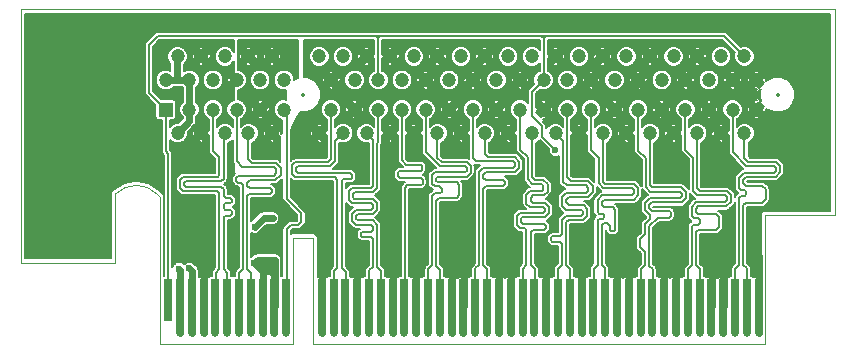
<source format=gbl>
G04 #@! TF.FileFunction,Copper,L2,Bot,Signal*
%FSLAX46Y46*%
G04 Gerber Fmt 4.6, Leading zero omitted, Abs format (unit mm)*
G04 Created by KiCad (PCBNEW 4.0.2+e4-6225~38~ubuntu14.04.1-stable) date Mon Aug  1 23:16:18 2016*
%MOMM*%
G01*
G04 APERTURE LIST*
%ADD10C,0.350000*%
%ADD11C,0.100000*%
%ADD12R,0.650240X3.599180*%
%ADD13R,0.650240X4.599940*%
%ADD14O,0.650240X0.650240*%
%ADD15R,1.200000X1.200000*%
%ADD16C,1.200000*%
%ADD17C,0.600000*%
%ADD18C,0.152400*%
%ADD19C,0.254000*%
%ADD20C,0.406400*%
%ADD21C,0.609600*%
%ADD22C,0.304800*%
%ADD23C,0.127000*%
%ADD24C,0.300000*%
%ADD25C,0.350000*%
G04 APERTURE END LIST*
D10*
D11*
X174000000Y-175677360D02*
X173750000Y-175427360D01*
X174000000Y-175720060D02*
X174000000Y-188150000D01*
X185250000Y-179150000D02*
X185250000Y-188150000D01*
X162250000Y-159804100D02*
X162250000Y-181250000D01*
X170225720Y-175488600D02*
X170225720Y-181250000D01*
X170172380Y-181250000D02*
X162250000Y-181250000D01*
X225247200Y-177250000D02*
X231165400Y-177250000D01*
X231162860Y-159804100D02*
X162250000Y-159804100D01*
X231165400Y-177241200D02*
X231165400Y-159806640D01*
X225250000Y-177250000D02*
X225250000Y-177500000D01*
X185250000Y-188150000D02*
X174000000Y-188150000D01*
X187000000Y-179150000D02*
X185250000Y-179150000D01*
X187000000Y-188150000D02*
X187000000Y-179150000D01*
X225250000Y-188150000D02*
X187000000Y-188150000D01*
X225250000Y-177250000D02*
X225250000Y-188150000D01*
X173795515Y-175473408D02*
G75*
G03X170265240Y-175442600I-1780275J-1719192D01*
G01*
D12*
X174714620Y-184436540D03*
D13*
X175715380Y-184936920D03*
X176713600Y-184936920D03*
X177714360Y-184936920D03*
X178715120Y-184936920D03*
X179713340Y-184936920D03*
X180714100Y-184936920D03*
X181714860Y-184936920D03*
X182713080Y-184936920D03*
X183713840Y-184936920D03*
X184714600Y-184936920D03*
X187714340Y-184936920D03*
X188715100Y-184936920D03*
X189713320Y-184936920D03*
X190714080Y-184936920D03*
X191714840Y-184936920D03*
X192713060Y-184936920D03*
X193714220Y-184936920D03*
X194714220Y-184936920D03*
X195714220Y-184936920D03*
X196714220Y-184936920D03*
X197714220Y-184936920D03*
X198714220Y-184936920D03*
X199714220Y-184936920D03*
X200714220Y-184936920D03*
X201714220Y-184936920D03*
X202714220Y-184936920D03*
X203714220Y-184936920D03*
X204714220Y-184936920D03*
X205714220Y-184936920D03*
X206714220Y-184936920D03*
X207714220Y-184936920D03*
X208714220Y-184936920D03*
X209714220Y-184936920D03*
X210714220Y-184936920D03*
X211714220Y-184936920D03*
X212714220Y-184936920D03*
X213714220Y-184936920D03*
X214714220Y-184936920D03*
X215714220Y-184936920D03*
X216714220Y-184936920D03*
X217714220Y-184936920D03*
X218714220Y-184936920D03*
X219714220Y-184936920D03*
X220714220Y-184936920D03*
X221714220Y-184936920D03*
X222714220Y-184936920D03*
X223714220Y-184936920D03*
X224714220Y-184936920D03*
D14*
X175715380Y-187238160D03*
X176713600Y-187238160D03*
X177714360Y-187238160D03*
X178715120Y-187238160D03*
X179713340Y-187238160D03*
X180714100Y-187238160D03*
X181714860Y-187238160D03*
X182713080Y-187238160D03*
X183713840Y-187238160D03*
X184714600Y-187238160D03*
X187714340Y-187238160D03*
X188715100Y-187238160D03*
X189713320Y-187238160D03*
X190714080Y-187238160D03*
X191714840Y-187238160D03*
X192713060Y-187238160D03*
X193713820Y-187238160D03*
X194714220Y-187238160D03*
X195714220Y-187238160D03*
X196714220Y-187238160D03*
X197714220Y-187238160D03*
X198714220Y-187238160D03*
X199714220Y-187238160D03*
X200714220Y-187238160D03*
X201714220Y-187238160D03*
X202714220Y-187238160D03*
X203714220Y-187238160D03*
X204714220Y-187238160D03*
X205714220Y-187238160D03*
X206714220Y-187238160D03*
X207714220Y-187238160D03*
X208714220Y-187238160D03*
X209714220Y-187238160D03*
X210714220Y-187238160D03*
X211714220Y-187238160D03*
X212714220Y-187238160D03*
X213714220Y-187238160D03*
X214714220Y-187238160D03*
X215714220Y-187238160D03*
X216714220Y-187238160D03*
X217714220Y-187238160D03*
X218714220Y-187238160D03*
X219714220Y-187238160D03*
X220714220Y-187238160D03*
X221714220Y-187238160D03*
X222714220Y-187238160D03*
X223714220Y-187238160D03*
X224714220Y-187238160D03*
D15*
X174506600Y-168305800D03*
D16*
X175506600Y-170305800D03*
X176506600Y-168305800D03*
X177506600Y-170305800D03*
X178506600Y-168305800D03*
X179506600Y-170305800D03*
X180506600Y-168305800D03*
X181506600Y-170305800D03*
X182506600Y-168305800D03*
X183506600Y-170305800D03*
X184506600Y-168305800D03*
X187506600Y-170305800D03*
X188506600Y-168305800D03*
X189506600Y-170305800D03*
X190506600Y-168305800D03*
X191506600Y-170305800D03*
X192506600Y-168305800D03*
X193506600Y-170305800D03*
X194506600Y-168305800D03*
X195506600Y-170305800D03*
X196506600Y-168305800D03*
X197506600Y-170305800D03*
X198506600Y-168305800D03*
X199506600Y-170305800D03*
X200506600Y-168305800D03*
X201506600Y-170305800D03*
X202506600Y-168305800D03*
X203506600Y-170305800D03*
X204506600Y-168305800D03*
X205506600Y-170305800D03*
X206506600Y-168305800D03*
X207506600Y-170305800D03*
X208506600Y-168305800D03*
X209506600Y-170305800D03*
X210506600Y-168305800D03*
X211506600Y-170305800D03*
X212506600Y-168305800D03*
X213506600Y-170305800D03*
X214506600Y-168305800D03*
X215506600Y-170305800D03*
X216506600Y-168305800D03*
X217506600Y-170305800D03*
X218506600Y-168305800D03*
X219506600Y-170305800D03*
X220506600Y-168305800D03*
X221506600Y-170305800D03*
X222506600Y-168305800D03*
X223506600Y-170305800D03*
X174506600Y-165805800D03*
X175506600Y-163805800D03*
X176506600Y-165805800D03*
X177506600Y-163805800D03*
X178506600Y-165805800D03*
X179506600Y-163805800D03*
X180506600Y-165805800D03*
X181506600Y-163805800D03*
X182506600Y-165805800D03*
X183506600Y-163805800D03*
X184506600Y-165805800D03*
X187506600Y-163805800D03*
X188506600Y-165805800D03*
X189506600Y-163805800D03*
X190506600Y-165805800D03*
X191506600Y-163805800D03*
X192506600Y-165805800D03*
X193506600Y-163805800D03*
X194506600Y-165805800D03*
X195506600Y-163805800D03*
X196506600Y-165805800D03*
X197506600Y-163805800D03*
X198506600Y-165805800D03*
X199506600Y-163805800D03*
X200506600Y-165805800D03*
X201506600Y-163805800D03*
X202506600Y-165805800D03*
X203506600Y-163805800D03*
X204506600Y-165805800D03*
X205506600Y-163805800D03*
X206506600Y-165805800D03*
X207506600Y-163805800D03*
X208506600Y-165805800D03*
X209506600Y-163805800D03*
X210506600Y-165805800D03*
X211506600Y-163805800D03*
X212506600Y-165805800D03*
X213506600Y-163805800D03*
X214506600Y-165805800D03*
X215506600Y-163805800D03*
X216506600Y-165805800D03*
X217506600Y-163805800D03*
X218506600Y-165805800D03*
X219506600Y-163805800D03*
X220506600Y-165805800D03*
X221506600Y-163805800D03*
X222506600Y-165805800D03*
X223506600Y-163805800D03*
X224506600Y-168305800D03*
X224506600Y-165805800D03*
D17*
X180050000Y-174900000D03*
X182250000Y-161000000D03*
X178500000Y-162750000D03*
X191250000Y-171750000D03*
X185750000Y-171750000D03*
X227500000Y-175500000D03*
X229500000Y-172000000D03*
X229500000Y-166750000D03*
X229500000Y-162500000D03*
X223000000Y-161000000D03*
X215500000Y-161000000D03*
X209250000Y-161000000D03*
X202500000Y-161000000D03*
X196750000Y-161000000D03*
X191000000Y-161000000D03*
X186500000Y-161000000D03*
X178500000Y-161000000D03*
X188350000Y-180500000D03*
X191250000Y-180500000D03*
X193750000Y-180500000D03*
X196250000Y-180500000D03*
X224500000Y-180500000D03*
X222250000Y-180500000D03*
X220250000Y-180500000D03*
X218250000Y-180500000D03*
X216250000Y-180500000D03*
X214250000Y-180500000D03*
X212250000Y-180500000D03*
X210250000Y-180500000D03*
X207400000Y-180500000D03*
X198250000Y-180500000D03*
X200250000Y-180500000D03*
X202250000Y-180500000D03*
X204250000Y-180500000D03*
X206100000Y-173625000D03*
X186400000Y-176200000D03*
X182025000Y-179375000D03*
X207827880Y-175069500D03*
X176212500Y-178673760D03*
X178216560Y-181333140D03*
X185333640Y-177401220D03*
X180050440Y-181249320D03*
X210312000Y-173179740D03*
X207500000Y-171750000D03*
X175633380Y-181759860D03*
X176517300Y-181744620D03*
X183750000Y-171750000D03*
X182025000Y-178250000D03*
X183728360Y-181033420D03*
X183565800Y-177485040D03*
X182006242Y-181310280D03*
X182118000Y-171958000D03*
D18*
X188732880Y-187275240D02*
X188732880Y-184974000D01*
X188732880Y-184974000D02*
X188732880Y-182000440D01*
X188732880Y-182000440D02*
X189036960Y-181696360D01*
X185470800Y-172765720D02*
X185214260Y-173022260D01*
X185470800Y-174040800D02*
X185214260Y-173784260D01*
X189036960Y-181696360D02*
X189036960Y-174274480D01*
X188803280Y-174040800D02*
X189036960Y-174274480D01*
X188803280Y-174040800D02*
X185470800Y-174040800D01*
X185214260Y-173022260D02*
X185214260Y-173784260D01*
X188214000Y-172765720D02*
X185470800Y-172765720D01*
X188506600Y-171747180D02*
X188506600Y-168305800D01*
X188506600Y-172473120D02*
X188214000Y-172765720D01*
X188506600Y-171747180D02*
X188506600Y-172473120D01*
X189731100Y-184974000D02*
X189731100Y-187275240D01*
X189731100Y-184974000D02*
X189731100Y-182032360D01*
X189731100Y-182032360D02*
X189392562Y-181693822D01*
X189506600Y-170305800D02*
X188862202Y-170950198D01*
X188862202Y-170950198D02*
X188862202Y-172661078D01*
X188862202Y-172661078D02*
X188401958Y-173121322D01*
X189532260Y-174193200D02*
X190164720Y-174193200D01*
X190164720Y-174193200D02*
X190291720Y-174066200D01*
X190291720Y-174066200D02*
X190291720Y-173827440D01*
X190291720Y-173827440D02*
X190149478Y-173685198D01*
X190149478Y-173685198D02*
X185732418Y-173685198D01*
X189392562Y-181693822D02*
X189392562Y-174332898D01*
X189532260Y-174193200D02*
X189392562Y-174332898D01*
X185727340Y-173121322D02*
X185569862Y-173278800D01*
X185569862Y-173278800D02*
X185569862Y-173522642D01*
X188401958Y-173121322D02*
X185727340Y-173121322D01*
X185732418Y-173685198D02*
X185569862Y-173522642D01*
D19*
X191714840Y-187238160D02*
X191714840Y-184936920D01*
D18*
X191732620Y-187275240D02*
X191732620Y-184974000D01*
X191732620Y-184974000D02*
X191732620Y-181921700D01*
X191732620Y-181921700D02*
X192049398Y-181604922D01*
X191879220Y-178640740D02*
X191152780Y-178640740D01*
X191506600Y-170305800D02*
X192049398Y-170848598D01*
X192049398Y-174762162D02*
X191858900Y-174952660D01*
X191858900Y-174952660D02*
X190235840Y-174952660D01*
X190235840Y-174952660D02*
X189989460Y-175199040D01*
X189989460Y-175199040D02*
X189989460Y-175953420D01*
X189989460Y-175953420D02*
X190246000Y-176209960D01*
X190246000Y-176209960D02*
X191876680Y-176209960D01*
X191876680Y-176209960D02*
X192049398Y-176382678D01*
X192049398Y-170848598D02*
X192049398Y-174762162D01*
X192049398Y-176616362D02*
X191876680Y-176789080D01*
X192049398Y-176382678D02*
X192049398Y-176616362D01*
X191876680Y-176789080D02*
X191856360Y-176789080D01*
X191856360Y-176789080D02*
X191825880Y-176789080D01*
X190632102Y-176789080D02*
X190271398Y-177149784D01*
X190271398Y-177149784D02*
X190271398Y-177708558D01*
X190271398Y-177708558D02*
X190609222Y-178046382D01*
X190609222Y-178046382D02*
X191858900Y-178046382D01*
X191858900Y-178046382D02*
X192049398Y-178236880D01*
X191825880Y-176789080D02*
X190632102Y-176789080D01*
X192049398Y-178470562D02*
X191879220Y-178640740D01*
X192049398Y-178236880D02*
X192049398Y-178470562D01*
X191038480Y-178981100D02*
X191162940Y-179105560D01*
X191038480Y-178755040D02*
X191038480Y-178981100D01*
X191152780Y-178640740D02*
X191038480Y-178755040D01*
X191162940Y-179105560D02*
X191897000Y-179105560D01*
X191897000Y-179105560D02*
X192049398Y-179257958D01*
X192049398Y-181604922D02*
X192049398Y-179257958D01*
D19*
X192713060Y-187238160D02*
X192713060Y-184936920D01*
D18*
X192730840Y-187275240D02*
X192730840Y-184974000D01*
X192730840Y-184974000D02*
X192730840Y-181930762D01*
X192730840Y-181930762D02*
X192405000Y-181604922D01*
X192023976Y-177144682D02*
X190779398Y-177144682D01*
X192405000Y-176763658D02*
X192023976Y-177144682D01*
X192405000Y-176212500D02*
X192405000Y-176763658D01*
X192086230Y-175893730D02*
X192405000Y-176212500D01*
X192405000Y-174025560D02*
X192405000Y-174922180D01*
X192046858Y-175854358D02*
X192086230Y-175893730D01*
X190484760Y-175854358D02*
X192046858Y-175854358D01*
X190345062Y-175714660D02*
X190484760Y-175854358D01*
X190345062Y-175455580D02*
X190345062Y-175714660D01*
X190492380Y-175308262D02*
X190345062Y-175455580D01*
X192018918Y-175308262D02*
X190492380Y-175308262D01*
X192405000Y-174922180D02*
X192018918Y-175308262D01*
X192506600Y-168305800D02*
X192506600Y-171089320D01*
X192405000Y-174025560D02*
X192405000Y-171190920D01*
X192405000Y-171190920D02*
X192506600Y-171089320D01*
X190627000Y-177538380D02*
X190779400Y-177690780D01*
X190627000Y-177297080D02*
X190627000Y-177538380D01*
X190779398Y-177144682D02*
X190627000Y-177297080D01*
X190779400Y-177690780D02*
X192057020Y-177690780D01*
X192057020Y-177690780D02*
X192405000Y-178038760D01*
X192405000Y-181604922D02*
X192405000Y-178038760D01*
D19*
X194714220Y-187238160D02*
X194714220Y-184936920D01*
D18*
X194732000Y-187275240D02*
X194732000Y-184974000D01*
X194732000Y-181531260D02*
X194732000Y-184974000D01*
X194732000Y-181531260D02*
X194732000Y-174939600D01*
X196105780Y-173507400D02*
X194294760Y-173507400D01*
X194955160Y-174716440D02*
X194732000Y-174939600D01*
X196113400Y-174716440D02*
X194955160Y-174716440D01*
X196263260Y-174566580D02*
X196113400Y-174716440D01*
X196263260Y-174282100D02*
X196263260Y-174566580D01*
X196100700Y-174119540D02*
X196263260Y-174282100D01*
X194299840Y-174119540D02*
X194142360Y-173962060D01*
X196100700Y-174119540D02*
X194299840Y-174119540D01*
X194294760Y-173507400D02*
X194142360Y-173659800D01*
X194142360Y-173659800D02*
X194142360Y-173962060D01*
X196232780Y-173098460D02*
X196232780Y-173380400D01*
X196232780Y-173380400D02*
X196105780Y-173507400D01*
X194506600Y-172606720D02*
X194873880Y-172974000D01*
X194873880Y-172974000D02*
X194881500Y-172974000D01*
X194506600Y-172606720D02*
X194506600Y-168305800D01*
X194881500Y-172974000D02*
X196108320Y-172974000D01*
X196108320Y-172974000D02*
X196232780Y-173098460D01*
D19*
X196714220Y-187238160D02*
X196714220Y-184936920D01*
D18*
X196732000Y-187275240D02*
X196732000Y-184974000D01*
X196732000Y-184974000D02*
X196732000Y-181806740D01*
X196732000Y-181806740D02*
X197055740Y-181483000D01*
X197055740Y-181483000D02*
X197055740Y-175641000D01*
X197055740Y-175641000D02*
X197297040Y-175399700D01*
X197863460Y-174988220D02*
X197863460Y-175247300D01*
X197683122Y-174807882D02*
X197863460Y-174988220D01*
X197055740Y-173860460D02*
X197055740Y-174589440D01*
X197055740Y-173860460D02*
X197297042Y-173619158D01*
X197297042Y-173619158D02*
X199842120Y-173619158D01*
X197055740Y-172435520D02*
X197726302Y-173106082D01*
X199971658Y-173489620D02*
X199842120Y-173619158D01*
X199971658Y-173253400D02*
X199971658Y-173489620D01*
X199824340Y-173106082D02*
X199971658Y-173253400D01*
X197726302Y-173106082D02*
X199824340Y-173106082D01*
X196506600Y-168305800D02*
X196506600Y-171886380D01*
X197055740Y-172435520D02*
X196506600Y-171886380D01*
X197055740Y-174589440D02*
X197274182Y-174807882D01*
X197274182Y-174807882D02*
X197683122Y-174807882D01*
X197711060Y-175399700D02*
X197297040Y-175399700D01*
X197863460Y-175247300D02*
X197711060Y-175399700D01*
D19*
X197714220Y-187238160D02*
X197714220Y-184936920D01*
D18*
X197732000Y-184974000D02*
X197732000Y-187275240D01*
X197732000Y-184974000D02*
X197732000Y-181849380D01*
X197732000Y-181849380D02*
X197411342Y-181528722D01*
X197545960Y-174452280D02*
X199158860Y-174452280D01*
X197506600Y-170305800D02*
X197506600Y-172383482D01*
X197411342Y-174104300D02*
X197411342Y-174317662D01*
X197411342Y-174317662D02*
X197545960Y-174452280D01*
X199989416Y-173974760D02*
X197540882Y-173974760D01*
X197540882Y-173974760D02*
X197411342Y-174104300D01*
X199971636Y-172750480D02*
X200327260Y-173106104D01*
X200327260Y-173106104D02*
X200327260Y-173636916D01*
X200327260Y-173636916D02*
X199989416Y-173974760D01*
X197506600Y-172383482D02*
X197873598Y-172750480D01*
X197873598Y-172750480D02*
X199971636Y-172750480D01*
X199158860Y-174452280D02*
X199372220Y-174665640D01*
X199372220Y-174665640D02*
X199372220Y-175569880D01*
X199372220Y-175569880D02*
X199179178Y-175762922D01*
X197411342Y-176006760D02*
X197655180Y-175762922D01*
X197411342Y-181528722D02*
X197411342Y-176319178D01*
X197411342Y-176319178D02*
X197411342Y-176006760D01*
X197655180Y-175762922D02*
X199179178Y-175762922D01*
D19*
X200714220Y-187238160D02*
X200714220Y-184936920D01*
D18*
X200732000Y-184974000D02*
X200732000Y-187275240D01*
X200732000Y-184974000D02*
X200732000Y-181748820D01*
X200732000Y-181748820D02*
X201041000Y-181439820D01*
X200506600Y-168305800D02*
X200506600Y-172391340D01*
X200506600Y-172391340D02*
X200797162Y-172681902D01*
X203903580Y-172681902D02*
X200797162Y-172681902D01*
X203911200Y-173268640D02*
X201338180Y-173268640D01*
X204088998Y-173090842D02*
X203911200Y-173268640D01*
X204088998Y-172867320D02*
X204088998Y-173090842D01*
X203903580Y-172681902D02*
X204088998Y-172867320D01*
X201041000Y-175369220D02*
X201041000Y-173565820D01*
X201041000Y-173565820D02*
X201338180Y-173268640D01*
X201338180Y-173268640D02*
X201041000Y-173565820D01*
X201041000Y-181439820D02*
X201041000Y-175369220D01*
D19*
X201714220Y-187238160D02*
X201714220Y-184936920D01*
D18*
X201732000Y-184974000D02*
X201732000Y-187275240D01*
X201732000Y-184974000D02*
X201732000Y-181828560D01*
X201732000Y-181828560D02*
X201396602Y-181493162D01*
X201622660Y-174777400D02*
X203078080Y-174777400D01*
X201396602Y-175839118D02*
X201396602Y-175003458D01*
X201396602Y-181493162D02*
X201396602Y-175839118D01*
X201396602Y-175003458D02*
X201622660Y-174777400D01*
X203225400Y-174404020D02*
X203103480Y-174282100D01*
X203225400Y-174630080D02*
X203225400Y-174404020D01*
X203078080Y-174777400D02*
X203225400Y-174630080D01*
X201604880Y-174282100D02*
X203103480Y-174282100D01*
X201506600Y-172024820D02*
X201808080Y-172326300D01*
X201506600Y-170305800D02*
X201506600Y-172024820D01*
X204050876Y-172326300D02*
X204444600Y-172720024D01*
X204444600Y-172720024D02*
X204444600Y-173238138D01*
X204444600Y-173238138D02*
X204058496Y-173624242D01*
X204058496Y-173624242D02*
X201607420Y-173624242D01*
X201607420Y-173624242D02*
X201396602Y-173835060D01*
X201808080Y-172326300D02*
X204050876Y-172326300D01*
X201396602Y-174073822D02*
X201604880Y-174282100D01*
X201396602Y-173835060D02*
X201396602Y-174073822D01*
D19*
X204714220Y-187238160D02*
X204714220Y-184936920D01*
D18*
X204231240Y-177276760D02*
X204231240Y-178089560D01*
X204467460Y-177040540D02*
X204231240Y-177276760D01*
X206448660Y-177040540D02*
X206357220Y-177040540D01*
X206484220Y-177040540D02*
X206448660Y-177040540D01*
X205539342Y-174594522D02*
X206321662Y-174594522D01*
X206474060Y-175077120D02*
X206341980Y-175209200D01*
X206474060Y-174746920D02*
X206474060Y-175077120D01*
X206321662Y-174594522D02*
X206474060Y-174746920D01*
X205338680Y-176560480D02*
X206463900Y-176560480D01*
X204506600Y-168305800D02*
X204506600Y-171683680D01*
X206341980Y-175209200D02*
X205353920Y-175209200D01*
X205353920Y-175209200D02*
X205044040Y-175519080D01*
X204506600Y-171683680D02*
X205150998Y-172328078D01*
X205150998Y-174206178D02*
X205539342Y-174594522D01*
X205150998Y-172328078D02*
X205150998Y-174206178D01*
X205044040Y-176265840D02*
X205338680Y-176560480D01*
X205044040Y-175519080D02*
X205044040Y-176265840D01*
X206606140Y-176918620D02*
X206484220Y-177040540D01*
X206606140Y-176702720D02*
X206606140Y-176918620D01*
X206463900Y-176560480D02*
X206606140Y-176702720D01*
X206357220Y-177040540D02*
X204467460Y-177040540D01*
X204231240Y-178089560D02*
X204487780Y-178346100D01*
X204889100Y-178346100D02*
X204487780Y-178346100D01*
X204732000Y-181759480D02*
X205044040Y-181447440D01*
X205044040Y-181447440D02*
X205044040Y-178849020D01*
X204732000Y-184974000D02*
X204732000Y-181759480D01*
X205044040Y-178501040D02*
X204889100Y-178346100D01*
X205044040Y-178849020D02*
X205044040Y-178501040D01*
X204732000Y-187275240D02*
X204732000Y-184974000D01*
D19*
X205714220Y-187238160D02*
X205714220Y-184936920D01*
D18*
X204729082Y-177982880D02*
X206540100Y-177982880D01*
X206689960Y-178358800D02*
X206550260Y-178498500D01*
X206689960Y-178132740D02*
X206689960Y-178358800D01*
X206540100Y-177982880D02*
X206689960Y-178132740D01*
X206550260Y-178498500D02*
X205577440Y-178498500D01*
X204713838Y-177396142D02*
X206634078Y-177396142D01*
X204729082Y-177982880D02*
X204586842Y-177840640D01*
X204586842Y-177840640D02*
X204586842Y-177523138D01*
X204586842Y-177523138D02*
X204713838Y-177396142D01*
X205780640Y-174238920D02*
X206468958Y-174238920D01*
X206507078Y-175564802D02*
X206341980Y-175564802D01*
X206829662Y-175242218D02*
X206507078Y-175564802D01*
X206829662Y-174599624D02*
X206829662Y-175242218D01*
X206468958Y-174238920D02*
X206829662Y-174599624D01*
X205732000Y-184974000D02*
X205732000Y-181795040D01*
X205732000Y-181795040D02*
X205399642Y-181462682D01*
X205577440Y-178498500D02*
X205399642Y-178676298D01*
X205585060Y-176189640D02*
X206595958Y-176189640D01*
X206961742Y-177068478D02*
X206634078Y-177396142D01*
X206961742Y-176555424D02*
X206961742Y-177068478D01*
X206595958Y-176189640D02*
X206961742Y-176555424D01*
X205399642Y-175768000D02*
X205399642Y-176004222D01*
X205399642Y-176004222D02*
X205585060Y-176189640D01*
X205740000Y-174238920D02*
X205780640Y-174238920D01*
X205399642Y-181462682D02*
X205399642Y-178676298D01*
X205506600Y-174005520D02*
X205740000Y-174238920D01*
X205506600Y-174005520D02*
X205506600Y-170305800D01*
X205602840Y-175564802D02*
X205399642Y-175768000D01*
X206341980Y-175564802D02*
X205602840Y-175564802D01*
X205732000Y-184974000D02*
X205732000Y-187275240D01*
D19*
X207714220Y-187238160D02*
X207714220Y-184936920D01*
X207714220Y-187238160D02*
X207714220Y-186164220D01*
D18*
X207732000Y-184974000D02*
X207732000Y-187275240D01*
X207732000Y-184974000D02*
X207732000Y-181777000D01*
X207732000Y-181777000D02*
X208036160Y-181472840D01*
X207873600Y-179034440D02*
X207246220Y-179034440D01*
X209816698Y-176923698D02*
X209677000Y-176784000D01*
X209677000Y-176784000D02*
X208394300Y-176784000D01*
X208036160Y-181472840D02*
X208036160Y-179656740D01*
X208150998Y-170950198D02*
X208150998Y-174414718D01*
X208150998Y-174414718D02*
X208447640Y-174711360D01*
X208447640Y-174711360D02*
X210078318Y-174711360D01*
X210078318Y-174711360D02*
X210291678Y-174924720D01*
X210291678Y-174924720D02*
X210291678Y-175158402D01*
X210291678Y-175158402D02*
X210085940Y-175364140D01*
X210085940Y-175364140D02*
X208389220Y-175364140D01*
X208389220Y-175364140D02*
X208036160Y-175717200D01*
X208150998Y-170950198D02*
X207506600Y-170305800D01*
X208036160Y-176425860D02*
X208394300Y-176784000D01*
X208401920Y-177271680D02*
X208036160Y-177637440D01*
X208036160Y-175717200D02*
X208036160Y-176425860D01*
X209694802Y-177271680D02*
X208401920Y-177271680D01*
X209816698Y-177149784D02*
X209694802Y-177271680D01*
X209816698Y-177149784D02*
X209816698Y-176923698D01*
X208036160Y-178871880D02*
X207873600Y-179034440D01*
X207248760Y-179501800D02*
X207881220Y-179501800D01*
X207881220Y-179501800D02*
X208036160Y-179656740D01*
X208036160Y-177637440D02*
X208036160Y-178871880D01*
X207246220Y-179034440D02*
X207103980Y-179176680D01*
X207103980Y-179176680D02*
X207103980Y-179357020D01*
X207103980Y-179357020D02*
X207248760Y-179501800D01*
X208732000Y-184974000D02*
X208732000Y-187275240D01*
X208732000Y-184974000D02*
X208732000Y-181833400D01*
X208732000Y-181833400D02*
X208391762Y-181493162D01*
X210172300Y-177297080D02*
X210172300Y-176695100D01*
X209877660Y-176400460D02*
X210172300Y-176695100D01*
X209842098Y-177627282D02*
X210172300Y-177297080D01*
X208391762Y-177843180D02*
X208391762Y-178272438D01*
X208607660Y-177627282D02*
X208391762Y-177843180D01*
X208391762Y-178272438D02*
X208391762Y-181493162D01*
X208391762Y-175950878D02*
X208391762Y-176151542D01*
X208391762Y-176151542D02*
X208640680Y-176400460D01*
X208808320Y-174350680D02*
X210220536Y-174350680D01*
X208622898Y-175719742D02*
X208391762Y-175950878D01*
X210233236Y-175719742D02*
X208622898Y-175719742D01*
X210647280Y-175305698D02*
X210233236Y-175719742D01*
X210647280Y-174777424D02*
X210647280Y-175305698D01*
X210220536Y-174350680D02*
X210647280Y-174777424D01*
X208506600Y-174048960D02*
X208506600Y-168305800D01*
X208506600Y-174048960D02*
X208808320Y-174350680D01*
X208607660Y-177627282D02*
X209842098Y-177627282D01*
X208640680Y-176400460D02*
X209877660Y-176400460D01*
D19*
X210714220Y-184936920D02*
X210714220Y-187238160D01*
D18*
X210732000Y-187275240D02*
X210732000Y-181779280D01*
X210732000Y-181779280D02*
X211066380Y-181444900D01*
X213987380Y-175572420D02*
X214162638Y-175397162D01*
X211066380Y-181444900D02*
X211066380Y-177667920D01*
X211066380Y-177667920D02*
X211195920Y-177538380D01*
X210506600Y-171715720D02*
X210506600Y-168305800D01*
X211066380Y-175973740D02*
X211467700Y-175572420D01*
X211201000Y-177109120D02*
X211066380Y-176974500D01*
X211498180Y-177109120D02*
X211201000Y-177109120D01*
X211195920Y-177538380D02*
X211500720Y-177538380D01*
X214162638Y-175397162D02*
X214162638Y-175125380D01*
X211500720Y-177538380D02*
X211630260Y-177408840D01*
X211150998Y-174547058D02*
X211150998Y-172360118D01*
X211467700Y-175572420D02*
X213987380Y-175572420D01*
X211630260Y-177408840D02*
X211630260Y-177241200D01*
X211630260Y-177241200D02*
X211498180Y-177109120D01*
X211066380Y-176974500D02*
X211066380Y-175973740D01*
X211559142Y-174955202D02*
X211150998Y-174547058D01*
X214162638Y-175125380D02*
X213992460Y-174955202D01*
X213992460Y-174955202D02*
X211559142Y-174955202D01*
X211150998Y-172360118D02*
X210506600Y-171715720D01*
D19*
X211714220Y-184936920D02*
X211714220Y-187238160D01*
D18*
X211732000Y-184974000D02*
X211732000Y-187275240D01*
X211732000Y-184974000D02*
X211732000Y-181754918D01*
X211732000Y-181754918D02*
X211421982Y-181444900D01*
X212576410Y-178471830D02*
X212576410Y-176767490D01*
X212377020Y-176568100D02*
X212577680Y-176768760D01*
X211421982Y-176133760D02*
X211421982Y-176367442D01*
X211421982Y-176367442D02*
X211622640Y-176568100D01*
X211506600Y-174392120D02*
X211506600Y-170305800D01*
X211627720Y-175928022D02*
X211421982Y-176133760D01*
X214134676Y-175928022D02*
X211627720Y-175928022D01*
X214518240Y-175544458D02*
X214134676Y-175928022D01*
X214518240Y-174978084D02*
X214518240Y-175544458D01*
X214139756Y-174599600D02*
X214518240Y-174978084D01*
X211714080Y-174599600D02*
X214139756Y-174599600D01*
X211506600Y-174392120D02*
X211714080Y-174599600D01*
X211622640Y-176568100D02*
X212377020Y-176568100D01*
X212222080Y-178617880D02*
X212100160Y-178495960D01*
X212430360Y-178617880D02*
X212222080Y-178617880D01*
X212576410Y-178471830D02*
X212430360Y-178617880D01*
X212100160Y-178137820D02*
X211894420Y-177932080D01*
X212100160Y-178495960D02*
X212100160Y-178137820D01*
X211421982Y-178401978D02*
X211421982Y-178102258D01*
X211592160Y-177932080D02*
X211894420Y-177932080D01*
X211421982Y-178102258D02*
X211592160Y-177932080D01*
X211421982Y-181444900D02*
X211421982Y-178401978D01*
X214732000Y-187275240D02*
X214732000Y-184974000D01*
X214732000Y-184974000D02*
X214732000Y-181833120D01*
X214732000Y-181833120D02*
X215077038Y-181488082D01*
X215077038Y-178851562D02*
X214650320Y-179278280D01*
X214650320Y-179278280D02*
X214650320Y-179913280D01*
X215077038Y-178010822D02*
X215077038Y-178851562D01*
X214650320Y-179913280D02*
X215077038Y-180339998D01*
X218033600Y-175811180D02*
X215473280Y-175811180D01*
X215077038Y-176207422D02*
X215077038Y-176809398D01*
X215503760Y-177584100D02*
X215077038Y-178010822D01*
X215503760Y-177236120D02*
X215503760Y-177584100D01*
X215473280Y-175811180D02*
X215077038Y-176207422D01*
X214506600Y-171771100D02*
X215150998Y-172415498D01*
X218196158Y-175648622D02*
X218033600Y-175811180D01*
X218196158Y-175412400D02*
X218196158Y-175648622D01*
X218025978Y-175242220D02*
X218196158Y-175412400D01*
X215536780Y-175242220D02*
X218025978Y-175242220D01*
X215150998Y-174856438D02*
X215536780Y-175242220D01*
X215150998Y-172415498D02*
X215150998Y-174856438D01*
X214506600Y-168305800D02*
X214506600Y-171771100D01*
X215077038Y-181488082D02*
X215077038Y-180339998D01*
X215503760Y-177236120D02*
X215077038Y-176809398D01*
X215732000Y-184974000D02*
X215732000Y-187275240D01*
X215732000Y-184974000D02*
X215732000Y-181817920D01*
X215732000Y-181817920D02*
X215432640Y-181518560D01*
X215638358Y-176867820D02*
X217144600Y-176867820D01*
X215432640Y-176662102D02*
X215638358Y-176867820D01*
X215432640Y-176385220D02*
X215432640Y-176662102D01*
X215506600Y-170305800D02*
X215506600Y-174208440D01*
X215506600Y-174704038D02*
X215689180Y-174886618D01*
X215689180Y-174886618D02*
X218173274Y-174886618D01*
X218173274Y-174886618D02*
X218551760Y-175265104D01*
X218551760Y-175265104D02*
X218551760Y-175801020D01*
X218551760Y-175801020D02*
X218185998Y-176166782D01*
X218185998Y-176166782D02*
X215651078Y-176166782D01*
X215651078Y-176166782D02*
X215432640Y-176385220D01*
X215506600Y-174208440D02*
X215506600Y-174704038D01*
X217263980Y-177327560D02*
X217149680Y-177441860D01*
X217263980Y-176987200D02*
X217263980Y-177327560D01*
X217144600Y-176867820D02*
X217263980Y-176987200D01*
X216148898Y-177441860D02*
X217149680Y-177441860D01*
X215432640Y-181518560D02*
X215432640Y-178818540D01*
X215432640Y-178158118D02*
X215432640Y-178818540D01*
X215432640Y-178158118D02*
X216148898Y-177441860D01*
X218732000Y-184974000D02*
X218732000Y-187275240D01*
X218732000Y-184974000D02*
X218732000Y-181831080D01*
X218732000Y-181831080D02*
X219062298Y-181500782D01*
X219202002Y-177490122D02*
X219572842Y-177490122D01*
X219062298Y-176509682D02*
X219062298Y-177350418D01*
X218506600Y-168305800D02*
X218506600Y-171739560D01*
X219150998Y-172383958D02*
X219150998Y-175183598D01*
X219150998Y-175183598D02*
X219491562Y-175524162D01*
X219491562Y-175524162D02*
X221846140Y-175524162D01*
X221846140Y-175524162D02*
X222021398Y-175699420D01*
X222021398Y-175699420D02*
X222021398Y-175963582D01*
X222021398Y-175963582D02*
X221835980Y-176149000D01*
X221835980Y-176149000D02*
X219422980Y-176149000D01*
X219422980Y-176149000D02*
X219062298Y-176509682D01*
X218506600Y-171739560D02*
X219150998Y-172383958D01*
X219062298Y-177350418D02*
X219202002Y-177490122D01*
X219572842Y-177490122D02*
X219760800Y-177678080D01*
X219209620Y-178038760D02*
X219600780Y-178038760D01*
X219062298Y-178186082D02*
X219209620Y-178038760D01*
X219062298Y-181500782D02*
X219062298Y-178186082D01*
X219600780Y-178038760D02*
X219760800Y-177878740D01*
X219760800Y-177678080D02*
X219760800Y-177878740D01*
X219732000Y-187275240D02*
X219732000Y-184974000D01*
X219732000Y-184974000D02*
X219732000Y-181814882D01*
X219732000Y-181814882D02*
X219417900Y-181500782D01*
X219613480Y-178495960D02*
X221129860Y-178495960D01*
X221359730Y-178266090D02*
X221359730Y-177420270D01*
X221129860Y-178495960D02*
X221359730Y-178266090D01*
X219608400Y-178495960D02*
X219613480Y-178495960D01*
X219417900Y-181500782D02*
X219417900Y-178686460D01*
X219608400Y-178495960D02*
X219417900Y-178686460D01*
X219608400Y-177134520D02*
X221073980Y-177134520D01*
X219417900Y-176684940D02*
X219417900Y-176944020D01*
X219417900Y-176944020D02*
X219608400Y-177134520D01*
X219743020Y-175168560D02*
X221993436Y-175168560D01*
X219598238Y-176504602D02*
X219417900Y-176684940D01*
X221983276Y-176504602D02*
X219598238Y-176504602D01*
X222377000Y-176110878D02*
X221983276Y-176504602D01*
X222377000Y-175552124D02*
X222377000Y-176110878D01*
X221993436Y-175168560D02*
X222377000Y-175552124D01*
X219506600Y-174543720D02*
X219506600Y-174949920D01*
X219725240Y-175168560D02*
X219743020Y-175168560D01*
X219506600Y-174949920D02*
X219725240Y-175168560D01*
X219506600Y-170305800D02*
X219506600Y-174543720D01*
X221073980Y-177134520D02*
X221359730Y-177420270D01*
X222732000Y-184974000D02*
X222732000Y-187275240D01*
X222732000Y-184974000D02*
X222732000Y-181757920D01*
X222732000Y-181757920D02*
X223055178Y-181434742D01*
X225958400Y-173631860D02*
X223481900Y-173631860D01*
X223481900Y-173631860D02*
X223055178Y-174058582D01*
X223220280Y-175133000D02*
X223527620Y-175133000D01*
X223662240Y-175460660D02*
X223509840Y-175613060D01*
X223662240Y-175267620D02*
X223662240Y-175460660D01*
X223527620Y-175133000D02*
X223662240Y-175267620D01*
X223055178Y-174058582D02*
X223055178Y-174967898D01*
X223189800Y-175613060D02*
X223055178Y-175747682D01*
X223509840Y-175613060D02*
X223189800Y-175613060D01*
X223055178Y-174967898D02*
X223220280Y-175133000D01*
X222506600Y-168305800D02*
X222506600Y-171914880D01*
X225993960Y-173631860D02*
X225958400Y-173631860D01*
X226153980Y-173471840D02*
X225993960Y-173631860D01*
X226153980Y-173240678D02*
X226153980Y-173471840D01*
X225999064Y-173085762D02*
X226153980Y-173240678D01*
X223677482Y-173085762D02*
X225999064Y-173085762D01*
X222506600Y-171914880D02*
X223677482Y-173085762D01*
X223055178Y-181434742D02*
X223055178Y-175747682D01*
X223732000Y-187275240D02*
X223732000Y-184974000D01*
X223732000Y-184974000D02*
X223732000Y-181755962D01*
X223732000Y-181755962D02*
X223410780Y-181434742D01*
X223636840Y-174746920D02*
X224993200Y-174746920D01*
X225298000Y-175915320D02*
X225013520Y-176199800D01*
X225298000Y-175051720D02*
X225298000Y-175915320D01*
X224993200Y-174746920D02*
X225298000Y-175051720D01*
X223410780Y-174226220D02*
X223410780Y-174528480D01*
X223631760Y-176199800D02*
X223410780Y-176420780D01*
X225013520Y-176199800D02*
X223631760Y-176199800D01*
X223629220Y-174746920D02*
X223636840Y-174746920D01*
X223410780Y-174528480D02*
X223629220Y-174746920D01*
X223845120Y-172730160D02*
X226146360Y-172730160D01*
X226146360Y-172730160D02*
X226509582Y-173093382D01*
X223649538Y-173987462D02*
X223410780Y-174226220D01*
X226141256Y-173987462D02*
X223649538Y-173987462D01*
X226509582Y-173619136D02*
X226141256Y-173987462D01*
X226509582Y-173093382D02*
X226509582Y-173619136D01*
X223506600Y-170305800D02*
X223506600Y-172391640D01*
X223506600Y-172391640D02*
X223845120Y-172730160D01*
X223410780Y-181434742D02*
X223410780Y-176420780D01*
X178732900Y-187275240D02*
X178732900Y-184974000D01*
X178732900Y-184974000D02*
X178732900Y-182109660D01*
X178732900Y-182109660D02*
X179054760Y-181787800D01*
X178879502Y-175204122D02*
X175958502Y-175204122D01*
X179054760Y-175760380D02*
X179054760Y-175379380D01*
X178879502Y-175204122D02*
X179054760Y-175379380D01*
X175958502Y-175204122D02*
X175689260Y-174934880D01*
X178940460Y-173977300D02*
X175938180Y-173977300D01*
X175938180Y-173977300D02*
X175689260Y-174226220D01*
X175689260Y-174226220D02*
X175689260Y-174934880D01*
X179054760Y-181787800D02*
X179054760Y-175760380D01*
X179054760Y-175760380D02*
X179054760Y-175740060D01*
X179054760Y-173743620D02*
X179054760Y-173863000D01*
X178506600Y-168305800D02*
X178506600Y-171795920D01*
X179054760Y-172344080D02*
X178506600Y-171795920D01*
X179054760Y-172349160D02*
X179054760Y-172344080D01*
X179054760Y-172349160D02*
X179054760Y-173743620D01*
X179054760Y-173863000D02*
X178940460Y-173977300D01*
X179222400Y-174332902D02*
X176197258Y-174332902D01*
X176197258Y-174332902D02*
X176052480Y-174477680D01*
X179222400Y-174332902D02*
X179227478Y-174332902D01*
X179227478Y-174332902D02*
X179410362Y-174150018D01*
X179506600Y-170305800D02*
X179410362Y-170402038D01*
X179410362Y-173431200D02*
X179410362Y-170402038D01*
X179410362Y-173431200D02*
X179410362Y-173974758D01*
X179410362Y-174150018D02*
X179410362Y-173974758D01*
X179731120Y-187275240D02*
X179731120Y-184974000D01*
X179731120Y-184974000D02*
X179731120Y-182144120D01*
X179731120Y-182144120D02*
X179410362Y-181823362D01*
X179410362Y-176390300D02*
X179410362Y-176634142D01*
X179557680Y-177286920D02*
X179410362Y-177434238D01*
X179966620Y-177286920D02*
X179557680Y-177286920D01*
X180116480Y-177137060D02*
X179966620Y-177286920D01*
X180116480Y-176923700D02*
X180116480Y-177137060D01*
X179959000Y-176766220D02*
X180116480Y-176923700D01*
X179542440Y-176766220D02*
X179959000Y-176766220D01*
X179410362Y-176634142D02*
X179542440Y-176766220D01*
X179410362Y-181823362D02*
X179410362Y-177434238D01*
X179410362Y-176390300D02*
X179410362Y-176375058D01*
X179410362Y-175054262D02*
X179410362Y-175613062D01*
X179547520Y-176237900D02*
X179417980Y-176367440D01*
X179417980Y-176367440D02*
X179410362Y-176375058D01*
X179974240Y-176237900D02*
X179547520Y-176237900D01*
X180103780Y-176108360D02*
X179974240Y-176237900D01*
X180103780Y-175925480D02*
X180103780Y-176108360D01*
X179969160Y-175790860D02*
X180103780Y-175925480D01*
X179588160Y-175790860D02*
X179969160Y-175790860D01*
X179410362Y-175613062D02*
X179588160Y-175790860D01*
X176187100Y-174848520D02*
X178290220Y-174848520D01*
X176052480Y-174713900D02*
X176187100Y-174848520D01*
X176052480Y-174477680D02*
X176052480Y-174713900D01*
X179204620Y-174848520D02*
X179410362Y-175054262D01*
X178290220Y-174848520D02*
X179204620Y-174848520D01*
X180731880Y-187275240D02*
X180731880Y-184974000D01*
X180731880Y-184974000D02*
X180731880Y-182129980D01*
X180731880Y-182129980D02*
X181066438Y-181795422D01*
X183664860Y-173161962D02*
X181005482Y-173161962D01*
X180494940Y-174348140D02*
X180494940Y-174061120D01*
X181066438Y-181795422D02*
X181066438Y-174670718D01*
X180883560Y-174487840D02*
X181066438Y-174670718D01*
X180634640Y-174487840D02*
X180494940Y-174348140D01*
X180883560Y-174487840D02*
X180634640Y-174487840D01*
X180494940Y-174061120D02*
X180647340Y-173908720D01*
X183664860Y-173161962D02*
X183873138Y-173370240D01*
X183873138Y-173370240D02*
X183873138Y-173687742D01*
X183873138Y-173687742D02*
X183652160Y-173908720D01*
X180647340Y-173908720D02*
X183652160Y-173908720D01*
X181005482Y-173161962D02*
X180506600Y-172663080D01*
X180506600Y-168305800D02*
X180506600Y-172663080D01*
X181732640Y-187275240D02*
X181732640Y-184974000D01*
X181732640Y-184974000D02*
X181732640Y-182113640D01*
X181732640Y-182113640D02*
X181422040Y-181803040D01*
X181579520Y-175430180D02*
X183344820Y-175430180D01*
X181422040Y-181803040D02*
X181422040Y-175587660D01*
X181579520Y-175430180D02*
X181422040Y-175587660D01*
X183337200Y-174939960D02*
X183497220Y-175099980D01*
X181422040Y-174477680D02*
X181422040Y-174731680D01*
X181422040Y-174731680D02*
X181630320Y-174939960D01*
X181790340Y-172806360D02*
X183812156Y-172806360D01*
X181506600Y-172522620D02*
X181790340Y-172806360D01*
X181506600Y-172522620D02*
X181506600Y-170305800D01*
X183812156Y-172806360D02*
X184228740Y-173222944D01*
X184228740Y-173222944D02*
X184228740Y-173835038D01*
X184228740Y-173835038D02*
X183799456Y-174264322D01*
X183799456Y-174264322D02*
X181635398Y-174264322D01*
X181635398Y-174264322D02*
X181422040Y-174477680D01*
X181630320Y-174939960D02*
X183337200Y-174939960D01*
X183497220Y-175277780D02*
X183497220Y-175099980D01*
X183344820Y-175430180D02*
X183497220Y-175277780D01*
X182250000Y-161000000D02*
X178500000Y-161000000D01*
X178500000Y-162750000D02*
X178500000Y-162812400D01*
X178500000Y-162812400D02*
X177506600Y-163805800D01*
X191250000Y-171750000D02*
X190506600Y-171006600D01*
X190506600Y-171006600D02*
X190506600Y-168305800D01*
D20*
X186062400Y-171750000D02*
X187506600Y-170305800D01*
X185750000Y-171750000D02*
X186062400Y-171750000D01*
D18*
X227500000Y-175500000D02*
X226300000Y-176700000D01*
X226300000Y-176700000D02*
X224850000Y-176700000D01*
X224850000Y-176700000D02*
X224363280Y-177186720D01*
X224363280Y-177186720D02*
X224363280Y-180363280D01*
X224363280Y-180363280D02*
X224500000Y-180500000D01*
X229500000Y-172000000D02*
X228200000Y-172000000D01*
X228200000Y-172000000D02*
X224506600Y-168306600D01*
X224506600Y-168306600D02*
X224506600Y-168305800D01*
X229500000Y-172000000D02*
X229610920Y-171889080D01*
X229610920Y-171889080D02*
X229610920Y-166860920D01*
X229610920Y-166860920D02*
X229500000Y-166750000D01*
X229500000Y-162500000D02*
X227990280Y-160990280D01*
X227990280Y-160990280D02*
X223009720Y-160990280D01*
X223009720Y-160990280D02*
X223000000Y-161000000D01*
X215500000Y-161000000D02*
X215490280Y-160990280D01*
X215490280Y-160990280D02*
X209259720Y-160990280D01*
X209259720Y-160990280D02*
X209250000Y-161000000D01*
X202500000Y-161000000D02*
X202464000Y-161036000D01*
X202464000Y-161036000D02*
X196786000Y-161036000D01*
X196786000Y-161036000D02*
X196750000Y-161000000D01*
X190855660Y-160855660D02*
X186644340Y-160855660D01*
X191000000Y-161000000D02*
X190855660Y-160855660D01*
X186644340Y-160855660D02*
X186500000Y-161000000D01*
X188350000Y-180500000D02*
X188350000Y-178150000D01*
X188350000Y-178150000D02*
X186400000Y-176200000D01*
D21*
X188350000Y-180500000D02*
X187732120Y-181117880D01*
X187732120Y-181117880D02*
X187732120Y-184974000D01*
X190731860Y-181018140D02*
X190731860Y-184974000D01*
X191250000Y-180500000D02*
X190731860Y-181018140D01*
D18*
X193730880Y-175505880D02*
X193375000Y-175150000D01*
X193375000Y-175150000D02*
X193375000Y-170437400D01*
X193750000Y-180500000D02*
X193730880Y-180480880D01*
X193730880Y-180480880D02*
X193730880Y-175505880D01*
X193375000Y-170437400D02*
X193506600Y-170305800D01*
D21*
X193750000Y-180500000D02*
X193732000Y-180518000D01*
X193732000Y-180518000D02*
X193732000Y-184974000D01*
D18*
X195506600Y-171556600D02*
X195506600Y-170305800D01*
X196250000Y-180500000D02*
X196220080Y-180470080D01*
X196675000Y-175490160D02*
X196675000Y-172725000D01*
X196220080Y-180470080D02*
X196220080Y-175945080D01*
X196675000Y-172725000D02*
X195506600Y-171556600D01*
D21*
X196250000Y-180701240D02*
X195732000Y-181219240D01*
D18*
X196220080Y-175945080D02*
X196675000Y-175490160D01*
D21*
X196250000Y-180500000D02*
X196250000Y-180701240D01*
X195732000Y-181219240D02*
X195732000Y-184974000D01*
X224500000Y-180500000D02*
X224700000Y-180700000D01*
X224700000Y-180700000D02*
X224700000Y-184942000D01*
X224700000Y-184942000D02*
X224732000Y-184974000D01*
X222250000Y-180500000D02*
X221732000Y-181018000D01*
X221732000Y-181018000D02*
X221732000Y-184974000D01*
X222250000Y-180500000D02*
X220250000Y-180500000D01*
X220732000Y-180982000D02*
X220732000Y-184974000D01*
X220250000Y-180500000D02*
X220732000Y-180982000D01*
X218250000Y-180500000D02*
X217732000Y-181018000D01*
X217732000Y-181018000D02*
X217732000Y-184974000D01*
X218250000Y-180500000D02*
X216250000Y-180500000D01*
X216250000Y-180500000D02*
X216732000Y-180982000D01*
X216732000Y-180982000D02*
X216732000Y-184974000D01*
X214250000Y-180500000D02*
X212250000Y-180500000D01*
X214250000Y-180500000D02*
X213732000Y-181018000D01*
X213732000Y-181018000D02*
X213732000Y-184974000D01*
X212250000Y-180500000D02*
X212732000Y-180982000D01*
X212732000Y-180982000D02*
X212732000Y-184974000D01*
X210250000Y-180678860D02*
X210250000Y-180500000D01*
X210250000Y-180500000D02*
X209700000Y-181050000D01*
X209700000Y-181050000D02*
X209700000Y-184942000D01*
X209700000Y-184942000D02*
X209732000Y-184974000D01*
X210250000Y-180500000D02*
X209714220Y-181035780D01*
X209714220Y-181035780D02*
X209714220Y-184936920D01*
X209732000Y-181196860D02*
X210250000Y-180678860D01*
X207400000Y-180500000D02*
X206732000Y-181168000D01*
X206732000Y-181168000D02*
X206732000Y-184974000D01*
X198250000Y-180500000D02*
X198732000Y-180982000D01*
X198732000Y-180982000D02*
X198732000Y-184974000D01*
X198250000Y-180500000D02*
X200250000Y-180500000D01*
X200250000Y-180500000D02*
X199732000Y-181018000D01*
X199732000Y-181018000D02*
X199732000Y-184974000D01*
X202250000Y-180500000D02*
X202732000Y-180982000D01*
X202732000Y-180982000D02*
X202732000Y-184974000D01*
X202250000Y-180500000D02*
X204250000Y-180500000D01*
X203732000Y-181018000D02*
X203732000Y-181350000D01*
X204250000Y-180500000D02*
X203732000Y-181018000D01*
D18*
X189133480Y-166425880D02*
X189126680Y-166425880D01*
X189126680Y-166425880D02*
X188506600Y-165805800D01*
X207827880Y-174627880D02*
X206825000Y-173625000D01*
X206825000Y-173625000D02*
X206100000Y-173625000D01*
X207827880Y-175069500D02*
X207827880Y-174627880D01*
X209506600Y-170305800D02*
X209506600Y-172374340D01*
X209506600Y-172374340D02*
X210312000Y-173179740D01*
D21*
X209714220Y-187238160D02*
X209714220Y-184936920D01*
X177714360Y-187238160D02*
X177714360Y-181835340D01*
X177714360Y-181835340D02*
X178216560Y-181333140D01*
X187714340Y-187238160D02*
X187714340Y-184936920D01*
X190714080Y-187238160D02*
X190714080Y-184936920D01*
X193713820Y-187238160D02*
X193713820Y-184937320D01*
X193713820Y-184937320D02*
X193714220Y-184936920D01*
X195714220Y-187238160D02*
X195714220Y-184936920D01*
X199714220Y-187238160D02*
X199714220Y-184936920D01*
X198714220Y-187238160D02*
X198714220Y-184936920D01*
X224714220Y-187238160D02*
X224714220Y-184936920D01*
X221714220Y-187238160D02*
X221714220Y-184936920D01*
X220714220Y-187238160D02*
X220714220Y-184936920D01*
X212714220Y-187238160D02*
X212714220Y-184936920D01*
X213714220Y-187238160D02*
X213714220Y-184936920D01*
X217714220Y-184936920D02*
X217714220Y-187238160D01*
X216714220Y-184936920D02*
X216714220Y-187238160D01*
X202714220Y-184936920D02*
X202714220Y-187238160D01*
X203714220Y-184936920D02*
X203714220Y-187238160D01*
X206714220Y-184936920D02*
X206714220Y-187238160D01*
X203732000Y-184974000D02*
X203732000Y-181350000D01*
D19*
X203714220Y-184936920D02*
X203714220Y-181367780D01*
X203714220Y-181367780D02*
X203732000Y-181350000D01*
D18*
X209550000Y-168850000D02*
X209550000Y-166762400D01*
X209550000Y-166762400D02*
X210506600Y-165805800D01*
X210075000Y-169375000D02*
X209550000Y-168850000D01*
X210075000Y-169625000D02*
X210075000Y-169375000D01*
X209506600Y-170193400D02*
X210075000Y-169625000D01*
X209506600Y-170305800D02*
X209506600Y-170193400D01*
X184650000Y-177525000D02*
X185209860Y-177525000D01*
X185209860Y-177525000D02*
X185333640Y-177401220D01*
X182800000Y-179375000D02*
X184650000Y-177525000D01*
X182025000Y-179375000D02*
X182800000Y-179375000D01*
X202975000Y-169900000D02*
X202975000Y-168774200D01*
X202975000Y-168774200D02*
X202506600Y-168305800D01*
X203380800Y-170305800D02*
X202975000Y-169900000D01*
X203506600Y-170305800D02*
X203380800Y-170305800D01*
X221025000Y-169850000D02*
X221025000Y-168824200D01*
X221025000Y-168824200D02*
X220506600Y-168305800D01*
X221480800Y-170305800D02*
X221025000Y-169850000D01*
X221506600Y-170305800D02*
X221480800Y-170305800D01*
X221725000Y-167075000D02*
X221725000Y-166587400D01*
X221725000Y-166587400D02*
X222506600Y-165805800D01*
X220506600Y-168293400D02*
X221725000Y-167075000D01*
X220506600Y-168305800D02*
X220506600Y-168293400D01*
X186925000Y-169650000D02*
X186925000Y-168634360D01*
X186925000Y-168634360D02*
X189133480Y-166425880D01*
X187506600Y-170231600D02*
X186925000Y-169650000D01*
X187506600Y-170305800D02*
X187506600Y-170231600D01*
X194050000Y-169400000D02*
X193525000Y-168875000D01*
X193525000Y-168875000D02*
X193525000Y-166450000D01*
X194050000Y-169725000D02*
X194050000Y-169400000D01*
X193506600Y-170268400D02*
X194050000Y-169725000D01*
X193506600Y-170305800D02*
X193506600Y-170268400D01*
X195450000Y-168875000D02*
X195450000Y-166862400D01*
X195450000Y-166862400D02*
X196506600Y-165805800D01*
X196000000Y-169425000D02*
X195450000Y-168875000D01*
X196000000Y-169725000D02*
X196000000Y-169425000D01*
X195506600Y-170218400D02*
X196000000Y-169725000D01*
X195506600Y-170305800D02*
X195506600Y-170218400D01*
X190675000Y-164650000D02*
X191506600Y-163818400D01*
X191506600Y-163818400D02*
X191506600Y-163805800D01*
X191612400Y-165587400D02*
X190675000Y-164650000D01*
X191612400Y-167200000D02*
X191612400Y-165587400D01*
X192775000Y-167200000D02*
X191612400Y-167200000D01*
X191612400Y-167200000D02*
X190506600Y-168305800D01*
X193525000Y-166450000D02*
X192775000Y-167200000D01*
X193525000Y-165300000D02*
X193525000Y-166450000D01*
X194100000Y-164725000D02*
X193525000Y-165300000D01*
X194425800Y-164725000D02*
X194100000Y-164725000D01*
X195450000Y-164725000D02*
X194425800Y-164725000D01*
X194425800Y-164725000D02*
X193506600Y-163805800D01*
X196506600Y-165781600D02*
X195450000Y-164725000D01*
X196506600Y-165805800D02*
X196506600Y-165781600D01*
X197000000Y-165300000D02*
X197000000Y-164312400D01*
X197000000Y-164312400D02*
X197506600Y-163805800D01*
X196506600Y-165793400D02*
X197000000Y-165300000D01*
X196506600Y-165805800D02*
X196506600Y-165793400D01*
X197250000Y-167100000D02*
X197250000Y-166549200D01*
X197250000Y-166549200D02*
X196506600Y-165805800D01*
X198455800Y-168305800D02*
X197250000Y-167100000D01*
X198506600Y-168305800D02*
X198455800Y-168305800D01*
X199075000Y-168950000D02*
X199075000Y-169874200D01*
X199075000Y-169874200D02*
X199506600Y-170305800D01*
X198506600Y-168381600D02*
X199075000Y-168950000D01*
X198506600Y-168305800D02*
X198506600Y-168381600D01*
X199275000Y-167025000D02*
X199275000Y-167537400D01*
X199275000Y-167537400D02*
X198506600Y-168305800D01*
X200494200Y-165805800D02*
X199275000Y-167025000D01*
X200506600Y-165805800D02*
X200494200Y-165805800D01*
X201025000Y-164275000D02*
X201025000Y-165287400D01*
X201025000Y-165287400D02*
X200506600Y-165805800D01*
X201494200Y-163805800D02*
X201025000Y-164275000D01*
X201506600Y-163805800D02*
X201494200Y-163805800D01*
X203375000Y-166975000D02*
X203375000Y-167437400D01*
X203375000Y-167437400D02*
X202506600Y-168305800D01*
X204506600Y-165843400D02*
X203375000Y-166975000D01*
X204506600Y-165805800D02*
X204506600Y-165843400D01*
X203375000Y-164725000D02*
X202425800Y-164725000D01*
X202425800Y-164725000D02*
X201506600Y-163805800D01*
X204455800Y-165805800D02*
X203375000Y-164725000D01*
X204506600Y-165805800D02*
X204455800Y-165805800D01*
X190505800Y-168305800D02*
X189133480Y-166933480D01*
X189133480Y-166933480D02*
X189133480Y-166425880D01*
X190506600Y-168305800D02*
X190505800Y-168305800D01*
X179450000Y-164800000D02*
X178500800Y-164800000D01*
X178500800Y-164800000D02*
X177506600Y-163805800D01*
X180455800Y-165805800D02*
X179450000Y-164800000D01*
X180506600Y-165805800D02*
X180455800Y-165805800D01*
X213050000Y-169725000D02*
X213050000Y-168849200D01*
X213050000Y-168849200D02*
X212506600Y-168305800D01*
X213506600Y-170181600D02*
X213050000Y-169725000D01*
X213506600Y-170305800D02*
X213506600Y-170181600D01*
X208500800Y-164800000D02*
X208225800Y-164525000D01*
X208225800Y-164525000D02*
X207506600Y-163805800D01*
X207525000Y-165250000D02*
X208225800Y-164549200D01*
X208225800Y-164549200D02*
X208225800Y-164525000D01*
X207525000Y-166975000D02*
X207525000Y-165250000D01*
X206506600Y-167993400D02*
X207525000Y-166975000D01*
X206506600Y-168305800D02*
X206506600Y-167993400D01*
X210506600Y-165805800D02*
X210506600Y-165793400D01*
X210506600Y-165793400D02*
X211000000Y-165300000D01*
X211000000Y-165300000D02*
X211000000Y-164312400D01*
X211000000Y-164312400D02*
X211506600Y-163805800D01*
X209425000Y-164800000D02*
X208500800Y-164800000D01*
X210430800Y-165805800D02*
X209425000Y-164800000D01*
X210506600Y-165805800D02*
X210430800Y-165805800D01*
X223600000Y-166925000D02*
X223600000Y-166712400D01*
X223600000Y-166712400D02*
X224506600Y-165805800D01*
X223600000Y-166925000D02*
X223600000Y-167399200D01*
X223600000Y-167399200D02*
X224506600Y-168305800D01*
X222506600Y-165831600D02*
X223600000Y-166925000D01*
X222506600Y-165805800D02*
X222506600Y-165831600D01*
X220550000Y-164775000D02*
X221475800Y-164775000D01*
X221475800Y-164775000D02*
X222506600Y-165805800D01*
X219580800Y-163805800D02*
X220550000Y-164775000D01*
X219506600Y-163805800D02*
X219580800Y-163805800D01*
X218506600Y-165805800D02*
X218506600Y-164805800D01*
X218506600Y-164805800D02*
X219506600Y-163805800D01*
X217450000Y-167525000D02*
X217450000Y-166862400D01*
X217450000Y-166862400D02*
X218506600Y-165805800D01*
X216669200Y-168305800D02*
X217450000Y-167525000D01*
X216506600Y-168305800D02*
X216669200Y-168305800D01*
X216506600Y-168305800D02*
X216506600Y-169305800D01*
X216506600Y-169305800D02*
X217506600Y-170305800D01*
X214506600Y-166993400D02*
X215194200Y-166993400D01*
X215194200Y-166993400D02*
X216506600Y-168305800D01*
X214000000Y-167500000D02*
X213312400Y-167500000D01*
X213312400Y-167500000D02*
X212506600Y-168305800D01*
X214506600Y-166993400D02*
X214000000Y-167500000D01*
X214506600Y-165805800D02*
X214506600Y-166993400D01*
X213525000Y-164775000D02*
X214537400Y-164775000D01*
X214537400Y-164775000D02*
X215506600Y-163805800D01*
X213525000Y-164775000D02*
X212475800Y-164775000D01*
X212475800Y-164775000D02*
X211506600Y-163805800D01*
X214506600Y-165756600D02*
X213525000Y-164775000D01*
X214506600Y-165805800D02*
X214506600Y-165756600D01*
X206732000Y-184974000D02*
X206732000Y-187275240D01*
X195732000Y-184974000D02*
X195732000Y-187275240D01*
X198732000Y-184974000D02*
X198732000Y-187275240D01*
X199732000Y-184974000D02*
X199732000Y-187275240D01*
X202732000Y-184974000D02*
X202732000Y-187275240D01*
X203732000Y-184974000D02*
X203732000Y-187275240D01*
X209732000Y-184974000D02*
X209732000Y-187275240D01*
X220732000Y-184974000D02*
X220732000Y-187275240D01*
X212732000Y-184974000D02*
X212732000Y-187275240D01*
X187732120Y-187275240D02*
X187732120Y-184974000D01*
X216732000Y-187275240D02*
X216732000Y-184974000D01*
X217732000Y-187275240D02*
X217732000Y-184974000D01*
X224732000Y-184974000D02*
X224732000Y-187275240D01*
X213732000Y-187275240D02*
X213732000Y-184974000D01*
X193731600Y-187275240D02*
X193732000Y-187274840D01*
X193732000Y-187274840D02*
X193732000Y-184974000D01*
X190731860Y-187275240D02*
X190731860Y-184974000D01*
X221732000Y-184974000D02*
X221732000Y-187275240D01*
D21*
X206732000Y-181199660D02*
X207324960Y-180606700D01*
D18*
X177732140Y-184974000D02*
X177732140Y-187275240D01*
X177732140Y-184974000D02*
X177732140Y-181817560D01*
X177732140Y-181817560D02*
X178216560Y-181333140D01*
D22*
X178216560Y-181333140D02*
X178216560Y-179519580D01*
X177370740Y-178673760D02*
X176212500Y-178673760D01*
X178216560Y-179519580D02*
X177370740Y-178673760D01*
X177732140Y-181817560D02*
X178216560Y-181333140D01*
X178389280Y-166878000D02*
X179692300Y-166878000D01*
X177506600Y-167760680D02*
X178389280Y-166878000D01*
X177506600Y-170305800D02*
X177506600Y-167760680D01*
X180506600Y-166063700D02*
X180506600Y-165805800D01*
X179692300Y-166878000D02*
X180506600Y-166063700D01*
D21*
X209506600Y-170305800D02*
X209506600Y-170270678D01*
X177506600Y-163805800D02*
X177506600Y-163793200D01*
X177506600Y-163793200D02*
X178150520Y-163149280D01*
D18*
X206400000Y-170650000D02*
X206400000Y-169727480D01*
X207500000Y-171750000D02*
X206400000Y-170650000D01*
X206400000Y-169727480D02*
X205516480Y-168843960D01*
X205516480Y-168843960D02*
X205516480Y-166795920D01*
X205516480Y-166795920D02*
X206506600Y-165805800D01*
X174732400Y-182051960D02*
X174732400Y-184473620D01*
X174732400Y-172070480D02*
X174732400Y-182051960D01*
X174506600Y-168305800D02*
X174506600Y-171844680D01*
X174506600Y-171844680D02*
X174732400Y-172070480D01*
X174506600Y-168305800D02*
X173062900Y-166862100D01*
X173062900Y-162831780D02*
X173829980Y-162064700D01*
X173062900Y-166862100D02*
X173062900Y-162831780D01*
X192506600Y-162506660D02*
X192506600Y-162250120D01*
X192506600Y-162250120D02*
X192321180Y-162064700D01*
X192506600Y-165805800D02*
X192506600Y-162506660D01*
X192506600Y-162506660D02*
X192506600Y-162242500D01*
X192506600Y-162242500D02*
X192684400Y-162064700D01*
X206506600Y-162463480D02*
X206506600Y-162225200D01*
X206506600Y-162225200D02*
X206667100Y-162064700D01*
X206506600Y-165805800D02*
X206506600Y-162463480D01*
X206506600Y-162463480D02*
X206506600Y-162252180D01*
X206506600Y-162252180D02*
X206319120Y-162064700D01*
X191160400Y-162064700D02*
X192321180Y-162064700D01*
X192321180Y-162064700D02*
X192684400Y-162064700D01*
X192684400Y-162064700D02*
X206319120Y-162064700D01*
X206319120Y-162064700D02*
X206667100Y-162064700D01*
X206667100Y-162064700D02*
X221765500Y-162064700D01*
X221765500Y-162064700D02*
X223506600Y-163805800D01*
X191160400Y-162064700D02*
X173829980Y-162064700D01*
X184506600Y-168305800D02*
X184732380Y-168531580D01*
X184732380Y-184974000D02*
X184732380Y-187275240D01*
X184732380Y-168531580D02*
X184732380Y-175832220D01*
X184732380Y-175832220D02*
X186000000Y-177099840D01*
X186000000Y-177099840D02*
X186000000Y-177825000D01*
X186000000Y-177825000D02*
X185737980Y-178087020D01*
X185737980Y-178087020D02*
X185082180Y-178087020D01*
X185082180Y-178087020D02*
X184732380Y-178436820D01*
X184732380Y-178436820D02*
X184732380Y-184974000D01*
D21*
X175450000Y-165805800D02*
X174506600Y-165805800D01*
X175450000Y-163862400D02*
X175506600Y-163805800D01*
X176506600Y-165805800D02*
X175450000Y-165805800D01*
X175450000Y-165805800D02*
X175450000Y-163862400D01*
X176506600Y-168305800D02*
X176506600Y-165805800D01*
X175506600Y-170243400D02*
X176506600Y-169243400D01*
X176506600Y-169243400D02*
X176506600Y-168305800D01*
X175506600Y-170305800D02*
X175506600Y-170243400D01*
D18*
X176506600Y-168305800D02*
X176506600Y-168281600D01*
D21*
X175715380Y-187238160D02*
X175715380Y-184936920D01*
X176713600Y-187238160D02*
X176713600Y-184936920D01*
D18*
X176731380Y-187275240D02*
X176731380Y-184974000D01*
X175733160Y-187275240D02*
X175733160Y-184974000D01*
D21*
X175733160Y-184974000D02*
X175733160Y-181859640D01*
X175733160Y-181859640D02*
X175633380Y-181759860D01*
X176731380Y-184974000D02*
X176731380Y-181958700D01*
X176731380Y-181958700D02*
X176517300Y-181744620D01*
X175733160Y-184974000D02*
X175733160Y-182528760D01*
D18*
X183750000Y-171750000D02*
X183542000Y-171958000D01*
X184023000Y-171477000D02*
X184023000Y-170822200D01*
X183542000Y-171958000D02*
X182118000Y-171958000D01*
X183750000Y-171750000D02*
X184023000Y-171477000D01*
X184023000Y-170822200D02*
X183506600Y-170305800D01*
D21*
X182713080Y-187238160D02*
X182713080Y-184936920D01*
X183713840Y-184936920D02*
X183713840Y-187238160D01*
X183713840Y-184936920D02*
X183713840Y-181047940D01*
X183713840Y-181047940D02*
X183728360Y-181033420D01*
D18*
X182975000Y-164337400D02*
X182038200Y-164337400D01*
X182038200Y-164337400D02*
X181506600Y-163805800D01*
X182975000Y-164800000D02*
X182975000Y-164337400D01*
X182975000Y-164337400D02*
X183506600Y-163805800D01*
X183525000Y-165350000D02*
X182975000Y-164800000D01*
X183525000Y-167275000D02*
X183525000Y-165350000D01*
X182506600Y-168293400D02*
X183525000Y-167275000D01*
X182506600Y-168305800D02*
X182506600Y-168293400D01*
X183025000Y-169800000D02*
X183025000Y-168824200D01*
X183025000Y-168824200D02*
X182506600Y-168305800D01*
X183506600Y-170281600D02*
X183025000Y-169800000D01*
X183506600Y-170305800D02*
X183506600Y-170281600D01*
D21*
X182324999Y-177950001D02*
X182025000Y-178250000D01*
X182789960Y-177485040D02*
X182324999Y-177950001D01*
X183565800Y-177485040D02*
X182789960Y-177485040D01*
X183731620Y-182379620D02*
X183346810Y-181994810D01*
X183346810Y-181994810D02*
X183241950Y-181994810D01*
X182766970Y-181994810D02*
X183241950Y-181994810D01*
X183241950Y-181994810D02*
X183731620Y-181505140D01*
X182766970Y-181994810D02*
X182690772Y-181994810D01*
X182690772Y-181994810D02*
X182006242Y-181310280D01*
X182766970Y-181994810D02*
X182766970Y-181443630D01*
X182766970Y-181443630D02*
X182356760Y-181033420D01*
X182730860Y-182030920D02*
X182766970Y-181994810D01*
X182766970Y-181994810D02*
X183728360Y-181033420D01*
D18*
X183731620Y-187275240D02*
X183731620Y-184974000D01*
X182730860Y-187275240D02*
X182730860Y-184974000D01*
D21*
X183728360Y-181033420D02*
X182356760Y-181033420D01*
X182356760Y-181033420D02*
X182283102Y-181033420D01*
X182283102Y-181033420D02*
X182006242Y-181310280D01*
X182730860Y-184974000D02*
X182730860Y-182030920D01*
X183731620Y-181036680D02*
X183728360Y-181033420D01*
X183731620Y-181036680D02*
X183731620Y-181505140D01*
X183731620Y-181505140D02*
X183731620Y-182379620D01*
X183731620Y-182379620D02*
X183731620Y-184974000D01*
D23*
G36*
X185737500Y-165614947D02*
X185373336Y-165765417D01*
X185373450Y-165634159D01*
X185241781Y-165315495D01*
X184998187Y-165071476D01*
X184679754Y-164939250D01*
X184334959Y-164938950D01*
X184016295Y-165070619D01*
X183772276Y-165314213D01*
X183640050Y-165632646D01*
X183639750Y-165977441D01*
X183771419Y-166296105D01*
X184015013Y-166540124D01*
X184333446Y-166672350D01*
X184678241Y-166672650D01*
X184705121Y-166661543D01*
X184665160Y-166757781D01*
X184664642Y-167351216D01*
X184705421Y-167449908D01*
X184679754Y-167439250D01*
X184334959Y-167438950D01*
X184016295Y-167570619D01*
X183772276Y-167814213D01*
X183640050Y-168132646D01*
X183639750Y-168477441D01*
X183771419Y-168796105D01*
X184015013Y-169040124D01*
X184333446Y-169172350D01*
X184389480Y-169172399D01*
X184389480Y-170250112D01*
X184292772Y-170411291D01*
X184304039Y-170188724D01*
X184288140Y-170108798D01*
X184211232Y-170025432D01*
X183930864Y-170305800D01*
X184211232Y-170586168D01*
X184213500Y-170583710D01*
X184213500Y-172722770D01*
X184054623Y-172563893D01*
X183943378Y-172489562D01*
X183812156Y-172463460D01*
X181932374Y-172463460D01*
X181849500Y-172380586D01*
X181849500Y-171101887D01*
X181996905Y-171040981D01*
X182027507Y-171010432D01*
X183226232Y-171010432D01*
X183309598Y-171087340D01*
X183623676Y-171103239D01*
X183703602Y-171087340D01*
X183786968Y-171010432D01*
X183506600Y-170730064D01*
X183226232Y-171010432D01*
X182027507Y-171010432D01*
X182240924Y-170797387D01*
X182373150Y-170478954D01*
X182373198Y-170422876D01*
X182709161Y-170422876D01*
X182725060Y-170502802D01*
X182801968Y-170586168D01*
X183082336Y-170305800D01*
X182801968Y-170025432D01*
X182725060Y-170108798D01*
X182709161Y-170422876D01*
X182373198Y-170422876D01*
X182373450Y-170134159D01*
X182241781Y-169815495D01*
X182027828Y-169601168D01*
X183226232Y-169601168D01*
X183506600Y-169881536D01*
X183786968Y-169601168D01*
X183703602Y-169524260D01*
X183389524Y-169508361D01*
X183309598Y-169524260D01*
X183226232Y-169601168D01*
X182027828Y-169601168D01*
X181998187Y-169571476D01*
X181679754Y-169439250D01*
X181334959Y-169438950D01*
X181016295Y-169570619D01*
X180849500Y-169737123D01*
X180849500Y-169101887D01*
X180996905Y-169040981D01*
X181027507Y-169010432D01*
X182226232Y-169010432D01*
X182309598Y-169087340D01*
X182623676Y-169103239D01*
X182703602Y-169087340D01*
X182786968Y-169010432D01*
X182506600Y-168730064D01*
X182226232Y-169010432D01*
X181027507Y-169010432D01*
X181240924Y-168797387D01*
X181373150Y-168478954D01*
X181373198Y-168422876D01*
X181709161Y-168422876D01*
X181725060Y-168502802D01*
X181801968Y-168586168D01*
X182082336Y-168305800D01*
X182930864Y-168305800D01*
X183211232Y-168586168D01*
X183288140Y-168502802D01*
X183304039Y-168188724D01*
X183288140Y-168108798D01*
X183211232Y-168025432D01*
X182930864Y-168305800D01*
X182082336Y-168305800D01*
X181801968Y-168025432D01*
X181725060Y-168108798D01*
X181709161Y-168422876D01*
X181373198Y-168422876D01*
X181373450Y-168134159D01*
X181241781Y-167815495D01*
X181027828Y-167601168D01*
X182226232Y-167601168D01*
X182506600Y-167881536D01*
X182786968Y-167601168D01*
X182703602Y-167524260D01*
X182389524Y-167508361D01*
X182309598Y-167524260D01*
X182226232Y-167601168D01*
X181027828Y-167601168D01*
X180998187Y-167571476D01*
X180679754Y-167439250D01*
X180657500Y-167439231D01*
X180657500Y-166672632D01*
X180678241Y-166672650D01*
X180996905Y-166540981D01*
X181240924Y-166297387D01*
X181373150Y-165978954D01*
X181373151Y-165977441D01*
X181639750Y-165977441D01*
X181771419Y-166296105D01*
X182015013Y-166540124D01*
X182333446Y-166672350D01*
X182678241Y-166672650D01*
X182996905Y-166540981D01*
X183240924Y-166297387D01*
X183373150Y-165978954D01*
X183373450Y-165634159D01*
X183241781Y-165315495D01*
X182998187Y-165071476D01*
X182679754Y-164939250D01*
X182334959Y-164938950D01*
X182016295Y-165070619D01*
X181772276Y-165314213D01*
X181640050Y-165632646D01*
X181639750Y-165977441D01*
X181373151Y-165977441D01*
X181373450Y-165634159D01*
X181241781Y-165315495D01*
X180998187Y-165071476D01*
X180679754Y-164939250D01*
X180657500Y-164939231D01*
X180657500Y-164510432D01*
X181226232Y-164510432D01*
X181309598Y-164587340D01*
X181623676Y-164603239D01*
X181703602Y-164587340D01*
X181786968Y-164510432D01*
X183226232Y-164510432D01*
X183309598Y-164587340D01*
X183623676Y-164603239D01*
X183703602Y-164587340D01*
X183786968Y-164510432D01*
X183506600Y-164230064D01*
X183226232Y-164510432D01*
X181786968Y-164510432D01*
X181506600Y-164230064D01*
X181226232Y-164510432D01*
X180657500Y-164510432D01*
X180657500Y-163922876D01*
X180709161Y-163922876D01*
X180725060Y-164002802D01*
X180801968Y-164086168D01*
X181082336Y-163805800D01*
X181930864Y-163805800D01*
X182211232Y-164086168D01*
X182288140Y-164002802D01*
X182292185Y-163922876D01*
X182709161Y-163922876D01*
X182725060Y-164002802D01*
X182801968Y-164086168D01*
X183082336Y-163805800D01*
X183930864Y-163805800D01*
X184211232Y-164086168D01*
X184288140Y-164002802D01*
X184304039Y-163688724D01*
X184288140Y-163608798D01*
X184211232Y-163525432D01*
X183930864Y-163805800D01*
X183082336Y-163805800D01*
X182801968Y-163525432D01*
X182725060Y-163608798D01*
X182709161Y-163922876D01*
X182292185Y-163922876D01*
X182304039Y-163688724D01*
X182288140Y-163608798D01*
X182211232Y-163525432D01*
X181930864Y-163805800D01*
X181082336Y-163805800D01*
X180801968Y-163525432D01*
X180725060Y-163608798D01*
X180709161Y-163922876D01*
X180657500Y-163922876D01*
X180657500Y-163101168D01*
X181226232Y-163101168D01*
X181506600Y-163381536D01*
X181786968Y-163101168D01*
X183226232Y-163101168D01*
X183506600Y-163381536D01*
X183786968Y-163101168D01*
X183703602Y-163024260D01*
X183389524Y-163008361D01*
X183309598Y-163024260D01*
X183226232Y-163101168D01*
X181786968Y-163101168D01*
X181703602Y-163024260D01*
X181389524Y-163008361D01*
X181309598Y-163024260D01*
X181226232Y-163101168D01*
X180657500Y-163101168D01*
X180657500Y-162407600D01*
X185737500Y-162407600D01*
X185737500Y-165614947D01*
X185737500Y-165614947D01*
G37*
X185737500Y-165614947D02*
X185373336Y-165765417D01*
X185373450Y-165634159D01*
X185241781Y-165315495D01*
X184998187Y-165071476D01*
X184679754Y-164939250D01*
X184334959Y-164938950D01*
X184016295Y-165070619D01*
X183772276Y-165314213D01*
X183640050Y-165632646D01*
X183639750Y-165977441D01*
X183771419Y-166296105D01*
X184015013Y-166540124D01*
X184333446Y-166672350D01*
X184678241Y-166672650D01*
X184705121Y-166661543D01*
X184665160Y-166757781D01*
X184664642Y-167351216D01*
X184705421Y-167449908D01*
X184679754Y-167439250D01*
X184334959Y-167438950D01*
X184016295Y-167570619D01*
X183772276Y-167814213D01*
X183640050Y-168132646D01*
X183639750Y-168477441D01*
X183771419Y-168796105D01*
X184015013Y-169040124D01*
X184333446Y-169172350D01*
X184389480Y-169172399D01*
X184389480Y-170250112D01*
X184292772Y-170411291D01*
X184304039Y-170188724D01*
X184288140Y-170108798D01*
X184211232Y-170025432D01*
X183930864Y-170305800D01*
X184211232Y-170586168D01*
X184213500Y-170583710D01*
X184213500Y-172722770D01*
X184054623Y-172563893D01*
X183943378Y-172489562D01*
X183812156Y-172463460D01*
X181932374Y-172463460D01*
X181849500Y-172380586D01*
X181849500Y-171101887D01*
X181996905Y-171040981D01*
X182027507Y-171010432D01*
X183226232Y-171010432D01*
X183309598Y-171087340D01*
X183623676Y-171103239D01*
X183703602Y-171087340D01*
X183786968Y-171010432D01*
X183506600Y-170730064D01*
X183226232Y-171010432D01*
X182027507Y-171010432D01*
X182240924Y-170797387D01*
X182373150Y-170478954D01*
X182373198Y-170422876D01*
X182709161Y-170422876D01*
X182725060Y-170502802D01*
X182801968Y-170586168D01*
X183082336Y-170305800D01*
X182801968Y-170025432D01*
X182725060Y-170108798D01*
X182709161Y-170422876D01*
X182373198Y-170422876D01*
X182373450Y-170134159D01*
X182241781Y-169815495D01*
X182027828Y-169601168D01*
X183226232Y-169601168D01*
X183506600Y-169881536D01*
X183786968Y-169601168D01*
X183703602Y-169524260D01*
X183389524Y-169508361D01*
X183309598Y-169524260D01*
X183226232Y-169601168D01*
X182027828Y-169601168D01*
X181998187Y-169571476D01*
X181679754Y-169439250D01*
X181334959Y-169438950D01*
X181016295Y-169570619D01*
X180849500Y-169737123D01*
X180849500Y-169101887D01*
X180996905Y-169040981D01*
X181027507Y-169010432D01*
X182226232Y-169010432D01*
X182309598Y-169087340D01*
X182623676Y-169103239D01*
X182703602Y-169087340D01*
X182786968Y-169010432D01*
X182506600Y-168730064D01*
X182226232Y-169010432D01*
X181027507Y-169010432D01*
X181240924Y-168797387D01*
X181373150Y-168478954D01*
X181373198Y-168422876D01*
X181709161Y-168422876D01*
X181725060Y-168502802D01*
X181801968Y-168586168D01*
X182082336Y-168305800D01*
X182930864Y-168305800D01*
X183211232Y-168586168D01*
X183288140Y-168502802D01*
X183304039Y-168188724D01*
X183288140Y-168108798D01*
X183211232Y-168025432D01*
X182930864Y-168305800D01*
X182082336Y-168305800D01*
X181801968Y-168025432D01*
X181725060Y-168108798D01*
X181709161Y-168422876D01*
X181373198Y-168422876D01*
X181373450Y-168134159D01*
X181241781Y-167815495D01*
X181027828Y-167601168D01*
X182226232Y-167601168D01*
X182506600Y-167881536D01*
X182786968Y-167601168D01*
X182703602Y-167524260D01*
X182389524Y-167508361D01*
X182309598Y-167524260D01*
X182226232Y-167601168D01*
X181027828Y-167601168D01*
X180998187Y-167571476D01*
X180679754Y-167439250D01*
X180657500Y-167439231D01*
X180657500Y-166672632D01*
X180678241Y-166672650D01*
X180996905Y-166540981D01*
X181240924Y-166297387D01*
X181373150Y-165978954D01*
X181373151Y-165977441D01*
X181639750Y-165977441D01*
X181771419Y-166296105D01*
X182015013Y-166540124D01*
X182333446Y-166672350D01*
X182678241Y-166672650D01*
X182996905Y-166540981D01*
X183240924Y-166297387D01*
X183373150Y-165978954D01*
X183373450Y-165634159D01*
X183241781Y-165315495D01*
X182998187Y-165071476D01*
X182679754Y-164939250D01*
X182334959Y-164938950D01*
X182016295Y-165070619D01*
X181772276Y-165314213D01*
X181640050Y-165632646D01*
X181639750Y-165977441D01*
X181373151Y-165977441D01*
X181373450Y-165634159D01*
X181241781Y-165315495D01*
X180998187Y-165071476D01*
X180679754Y-164939250D01*
X180657500Y-164939231D01*
X180657500Y-164510432D01*
X181226232Y-164510432D01*
X181309598Y-164587340D01*
X181623676Y-164603239D01*
X181703602Y-164587340D01*
X181786968Y-164510432D01*
X183226232Y-164510432D01*
X183309598Y-164587340D01*
X183623676Y-164603239D01*
X183703602Y-164587340D01*
X183786968Y-164510432D01*
X183506600Y-164230064D01*
X183226232Y-164510432D01*
X181786968Y-164510432D01*
X181506600Y-164230064D01*
X181226232Y-164510432D01*
X180657500Y-164510432D01*
X180657500Y-163922876D01*
X180709161Y-163922876D01*
X180725060Y-164002802D01*
X180801968Y-164086168D01*
X181082336Y-163805800D01*
X181930864Y-163805800D01*
X182211232Y-164086168D01*
X182288140Y-164002802D01*
X182292185Y-163922876D01*
X182709161Y-163922876D01*
X182725060Y-164002802D01*
X182801968Y-164086168D01*
X183082336Y-163805800D01*
X183930864Y-163805800D01*
X184211232Y-164086168D01*
X184288140Y-164002802D01*
X184304039Y-163688724D01*
X184288140Y-163608798D01*
X184211232Y-163525432D01*
X183930864Y-163805800D01*
X183082336Y-163805800D01*
X182801968Y-163525432D01*
X182725060Y-163608798D01*
X182709161Y-163922876D01*
X182292185Y-163922876D01*
X182304039Y-163688724D01*
X182288140Y-163608798D01*
X182211232Y-163525432D01*
X181930864Y-163805800D01*
X181082336Y-163805800D01*
X180801968Y-163525432D01*
X180725060Y-163608798D01*
X180709161Y-163922876D01*
X180657500Y-163922876D01*
X180657500Y-163101168D01*
X181226232Y-163101168D01*
X181506600Y-163381536D01*
X181786968Y-163101168D01*
X183226232Y-163101168D01*
X183506600Y-163381536D01*
X183786968Y-163101168D01*
X183703602Y-163024260D01*
X183389524Y-163008361D01*
X183309598Y-163024260D01*
X183226232Y-163101168D01*
X181786968Y-163101168D01*
X181703602Y-163024260D01*
X181389524Y-163008361D01*
X181309598Y-163024260D01*
X181226232Y-163101168D01*
X180657500Y-163101168D01*
X180657500Y-162407600D01*
X185737500Y-162407600D01*
X185737500Y-165614947D01*
G36*
X230784400Y-176869000D02*
X225247200Y-176869000D01*
X225101398Y-176898002D01*
X224977792Y-176980592D01*
X224895202Y-177104198D01*
X224866200Y-177250000D01*
X224869000Y-177264076D01*
X224869000Y-182686080D01*
X224551660Y-182685771D01*
X224551660Y-182494075D01*
X224504035Y-182446450D01*
X224351207Y-182446450D01*
X224281190Y-182475452D01*
X224263638Y-182493004D01*
X224234257Y-182447345D01*
X224145134Y-182386450D01*
X224074900Y-182372227D01*
X224074900Y-181755962D01*
X224048798Y-181624740D01*
X223974467Y-181513495D01*
X223753680Y-181292708D01*
X223753680Y-176562814D01*
X223773794Y-176542700D01*
X225013520Y-176542700D01*
X225144742Y-176516598D01*
X225255987Y-176442267D01*
X225540467Y-176157787D01*
X225614798Y-176046542D01*
X225640900Y-175915320D01*
X225640900Y-175051720D01*
X225614798Y-174920498D01*
X225540467Y-174809253D01*
X225235667Y-174504453D01*
X225124422Y-174430122D01*
X224993200Y-174404020D01*
X223771254Y-174404020D01*
X223753680Y-174386446D01*
X223753680Y-174368254D01*
X223791572Y-174330362D01*
X226141256Y-174330362D01*
X226272478Y-174304260D01*
X226383723Y-174229929D01*
X226752049Y-173861603D01*
X226826380Y-173750358D01*
X226852482Y-173619136D01*
X226852482Y-173093382D01*
X226826380Y-172962160D01*
X226752049Y-172850915D01*
X226388827Y-172487693D01*
X226277582Y-172413362D01*
X226146360Y-172387260D01*
X223987154Y-172387260D01*
X223849500Y-172249606D01*
X223849500Y-171101887D01*
X223996905Y-171040981D01*
X224240924Y-170797387D01*
X224373150Y-170478954D01*
X224373450Y-170134159D01*
X224241781Y-169815495D01*
X223998187Y-169571476D01*
X223679754Y-169439250D01*
X223334959Y-169438950D01*
X223016295Y-169570619D01*
X222849500Y-169737123D01*
X222849500Y-169101887D01*
X222996905Y-169040981D01*
X223027507Y-169010432D01*
X224226232Y-169010432D01*
X224309598Y-169087340D01*
X224623676Y-169103239D01*
X224703602Y-169087340D01*
X224786968Y-169010432D01*
X224506600Y-168730064D01*
X224226232Y-169010432D01*
X223027507Y-169010432D01*
X223240924Y-168797387D01*
X223373150Y-168478954D01*
X223373198Y-168422876D01*
X223709161Y-168422876D01*
X223725060Y-168502802D01*
X223801968Y-168586168D01*
X224082336Y-168305800D01*
X223801968Y-168025432D01*
X223725060Y-168108798D01*
X223709161Y-168422876D01*
X223373198Y-168422876D01*
X223373450Y-168134159D01*
X223241781Y-167815495D01*
X222998187Y-167571476D01*
X222679754Y-167439250D01*
X222334959Y-167438950D01*
X222016295Y-167570619D01*
X221772276Y-167814213D01*
X221640050Y-168132646D01*
X221639750Y-168477441D01*
X221771419Y-168796105D01*
X222015013Y-169040124D01*
X222163700Y-169101865D01*
X222163700Y-170072964D01*
X221930864Y-170305800D01*
X222163700Y-170538636D01*
X222163700Y-171914880D01*
X222189802Y-172046102D01*
X222264133Y-172157347D01*
X223410040Y-173303254D01*
X223350678Y-173315062D01*
X223239433Y-173389393D01*
X222812711Y-173816115D01*
X222738380Y-173927360D01*
X222712278Y-174058582D01*
X222712278Y-174967898D01*
X222738380Y-175099120D01*
X222812711Y-175210365D01*
X222962683Y-175360337D01*
X222947333Y-175370593D01*
X222812711Y-175505215D01*
X222738380Y-175616460D01*
X222719900Y-175709364D01*
X222719900Y-175552124D01*
X222693798Y-175420902D01*
X222619467Y-175309657D01*
X222235903Y-174926093D01*
X222124658Y-174851762D01*
X221993436Y-174825660D01*
X219867274Y-174825660D01*
X219849500Y-174807886D01*
X219849500Y-171101887D01*
X219996905Y-171040981D01*
X220027507Y-171010432D01*
X221226232Y-171010432D01*
X221309598Y-171087340D01*
X221623676Y-171103239D01*
X221703602Y-171087340D01*
X221786968Y-171010432D01*
X221506600Y-170730064D01*
X221226232Y-171010432D01*
X220027507Y-171010432D01*
X220240924Y-170797387D01*
X220373150Y-170478954D01*
X220373198Y-170422876D01*
X220709161Y-170422876D01*
X220725060Y-170502802D01*
X220801968Y-170586168D01*
X221082336Y-170305800D01*
X220801968Y-170025432D01*
X220725060Y-170108798D01*
X220709161Y-170422876D01*
X220373198Y-170422876D01*
X220373450Y-170134159D01*
X220241781Y-169815495D01*
X220027828Y-169601168D01*
X221226232Y-169601168D01*
X221506600Y-169881536D01*
X221786968Y-169601168D01*
X221703602Y-169524260D01*
X221389524Y-169508361D01*
X221309598Y-169524260D01*
X221226232Y-169601168D01*
X220027828Y-169601168D01*
X219998187Y-169571476D01*
X219679754Y-169439250D01*
X219334959Y-169438950D01*
X219016295Y-169570619D01*
X218849500Y-169737123D01*
X218849500Y-169101887D01*
X218996905Y-169040981D01*
X219027507Y-169010432D01*
X220226232Y-169010432D01*
X220309598Y-169087340D01*
X220623676Y-169103239D01*
X220703602Y-169087340D01*
X220786968Y-169010432D01*
X220506600Y-168730064D01*
X220226232Y-169010432D01*
X219027507Y-169010432D01*
X219240924Y-168797387D01*
X219373150Y-168478954D01*
X219373198Y-168422876D01*
X219709161Y-168422876D01*
X219725060Y-168502802D01*
X219801968Y-168586168D01*
X220082336Y-168305800D01*
X220930864Y-168305800D01*
X221211232Y-168586168D01*
X221288140Y-168502802D01*
X221304039Y-168188724D01*
X221288140Y-168108798D01*
X221211232Y-168025432D01*
X220930864Y-168305800D01*
X220082336Y-168305800D01*
X219801968Y-168025432D01*
X219725060Y-168108798D01*
X219709161Y-168422876D01*
X219373198Y-168422876D01*
X219373450Y-168134159D01*
X219241781Y-167815495D01*
X219027828Y-167601168D01*
X220226232Y-167601168D01*
X220506600Y-167881536D01*
X220786968Y-167601168D01*
X220703602Y-167524260D01*
X220389524Y-167508361D01*
X220309598Y-167524260D01*
X220226232Y-167601168D01*
X219027828Y-167601168D01*
X218998187Y-167571476D01*
X218679754Y-167439250D01*
X218334959Y-167438950D01*
X218016295Y-167570619D01*
X217772276Y-167814213D01*
X217640050Y-168132646D01*
X217639750Y-168477441D01*
X217771419Y-168796105D01*
X218015013Y-169040124D01*
X218163700Y-169101865D01*
X218163700Y-170072964D01*
X217930864Y-170305800D01*
X218163700Y-170538636D01*
X218163700Y-171739560D01*
X218189802Y-171870782D01*
X218264133Y-171982027D01*
X218808098Y-172525992D01*
X218808098Y-175043397D01*
X218794227Y-175022637D01*
X218415741Y-174644151D01*
X218304496Y-174569820D01*
X218173274Y-174543718D01*
X215849500Y-174543718D01*
X215849500Y-171101887D01*
X215996905Y-171040981D01*
X216027507Y-171010432D01*
X217226232Y-171010432D01*
X217309598Y-171087340D01*
X217623676Y-171103239D01*
X217703602Y-171087340D01*
X217786968Y-171010432D01*
X217506600Y-170730064D01*
X217226232Y-171010432D01*
X216027507Y-171010432D01*
X216240924Y-170797387D01*
X216373150Y-170478954D01*
X216373198Y-170422876D01*
X216709161Y-170422876D01*
X216725060Y-170502802D01*
X216801968Y-170586168D01*
X217082336Y-170305800D01*
X216801968Y-170025432D01*
X216725060Y-170108798D01*
X216709161Y-170422876D01*
X216373198Y-170422876D01*
X216373450Y-170134159D01*
X216241781Y-169815495D01*
X216027828Y-169601168D01*
X217226232Y-169601168D01*
X217506600Y-169881536D01*
X217786968Y-169601168D01*
X217703602Y-169524260D01*
X217389524Y-169508361D01*
X217309598Y-169524260D01*
X217226232Y-169601168D01*
X216027828Y-169601168D01*
X215998187Y-169571476D01*
X215679754Y-169439250D01*
X215334959Y-169438950D01*
X215016295Y-169570619D01*
X214849500Y-169737123D01*
X214849500Y-169101887D01*
X214996905Y-169040981D01*
X215027507Y-169010432D01*
X216226232Y-169010432D01*
X216309598Y-169087340D01*
X216623676Y-169103239D01*
X216703602Y-169087340D01*
X216786968Y-169010432D01*
X216506600Y-168730064D01*
X216226232Y-169010432D01*
X215027507Y-169010432D01*
X215240924Y-168797387D01*
X215373150Y-168478954D01*
X215373198Y-168422876D01*
X215709161Y-168422876D01*
X215725060Y-168502802D01*
X215801968Y-168586168D01*
X216082336Y-168305800D01*
X216930864Y-168305800D01*
X217211232Y-168586168D01*
X217288140Y-168502802D01*
X217304039Y-168188724D01*
X217288140Y-168108798D01*
X217211232Y-168025432D01*
X216930864Y-168305800D01*
X216082336Y-168305800D01*
X215801968Y-168025432D01*
X215725060Y-168108798D01*
X215709161Y-168422876D01*
X215373198Y-168422876D01*
X215373450Y-168134159D01*
X215241781Y-167815495D01*
X215027828Y-167601168D01*
X216226232Y-167601168D01*
X216506600Y-167881536D01*
X216786968Y-167601168D01*
X216703602Y-167524260D01*
X216389524Y-167508361D01*
X216309598Y-167524260D01*
X216226232Y-167601168D01*
X215027828Y-167601168D01*
X214998187Y-167571476D01*
X214679754Y-167439250D01*
X214334959Y-167438950D01*
X214016295Y-167570619D01*
X213772276Y-167814213D01*
X213640050Y-168132646D01*
X213639750Y-168477441D01*
X213771419Y-168796105D01*
X214015013Y-169040124D01*
X214163700Y-169101865D01*
X214163700Y-170072964D01*
X213930864Y-170305800D01*
X214163700Y-170538636D01*
X214163700Y-171771100D01*
X214189802Y-171902322D01*
X214264133Y-172013567D01*
X214808098Y-172557532D01*
X214808098Y-174806543D01*
X214760707Y-174735617D01*
X214382223Y-174357133D01*
X214270978Y-174282802D01*
X214139756Y-174256700D01*
X211856114Y-174256700D01*
X211849500Y-174250086D01*
X211849500Y-171101887D01*
X211996905Y-171040981D01*
X212027507Y-171010432D01*
X213226232Y-171010432D01*
X213309598Y-171087340D01*
X213623676Y-171103239D01*
X213703602Y-171087340D01*
X213786968Y-171010432D01*
X213506600Y-170730064D01*
X213226232Y-171010432D01*
X212027507Y-171010432D01*
X212240924Y-170797387D01*
X212373150Y-170478954D01*
X212373198Y-170422876D01*
X212709161Y-170422876D01*
X212725060Y-170502802D01*
X212801968Y-170586168D01*
X213082336Y-170305800D01*
X212801968Y-170025432D01*
X212725060Y-170108798D01*
X212709161Y-170422876D01*
X212373198Y-170422876D01*
X212373450Y-170134159D01*
X212241781Y-169815495D01*
X212027828Y-169601168D01*
X213226232Y-169601168D01*
X213506600Y-169881536D01*
X213786968Y-169601168D01*
X213703602Y-169524260D01*
X213389524Y-169508361D01*
X213309598Y-169524260D01*
X213226232Y-169601168D01*
X212027828Y-169601168D01*
X211998187Y-169571476D01*
X211679754Y-169439250D01*
X211334959Y-169438950D01*
X211016295Y-169570619D01*
X210849500Y-169737123D01*
X210849500Y-169101887D01*
X210996905Y-169040981D01*
X211027507Y-169010432D01*
X212226232Y-169010432D01*
X212309598Y-169087340D01*
X212623676Y-169103239D01*
X212703602Y-169087340D01*
X212786968Y-169010432D01*
X212506600Y-168730064D01*
X212226232Y-169010432D01*
X211027507Y-169010432D01*
X211240924Y-168797387D01*
X211373150Y-168478954D01*
X211373198Y-168422876D01*
X211709161Y-168422876D01*
X211725060Y-168502802D01*
X211801968Y-168586168D01*
X212082336Y-168305800D01*
X212930864Y-168305800D01*
X213211232Y-168586168D01*
X213288140Y-168502802D01*
X213304039Y-168188724D01*
X213288140Y-168108798D01*
X213211232Y-168025432D01*
X212930864Y-168305800D01*
X212082336Y-168305800D01*
X211801968Y-168025432D01*
X211725060Y-168108798D01*
X211709161Y-168422876D01*
X211373198Y-168422876D01*
X211373450Y-168134159D01*
X211241781Y-167815495D01*
X211027828Y-167601168D01*
X212226232Y-167601168D01*
X212506600Y-167881536D01*
X212786968Y-167601168D01*
X212703602Y-167524260D01*
X212389524Y-167508361D01*
X212309598Y-167524260D01*
X212226232Y-167601168D01*
X211027828Y-167601168D01*
X210998187Y-167571476D01*
X210679754Y-167439250D01*
X210334959Y-167438950D01*
X210016295Y-167570619D01*
X209772276Y-167814213D01*
X209640050Y-168132646D01*
X209639750Y-168477441D01*
X209771419Y-168796105D01*
X210015013Y-169040124D01*
X210163700Y-169101865D01*
X210163700Y-170072964D01*
X209930864Y-170305800D01*
X210163700Y-170538636D01*
X210163700Y-171715720D01*
X210189802Y-171846942D01*
X210264133Y-171958187D01*
X210808098Y-172502152D01*
X210808098Y-174453308D01*
X210463003Y-174108213D01*
X210351758Y-174033882D01*
X210220536Y-174007780D01*
X208950354Y-174007780D01*
X208849500Y-173906926D01*
X208849500Y-171010432D01*
X209226232Y-171010432D01*
X209309598Y-171087340D01*
X209623676Y-171103239D01*
X209703602Y-171087340D01*
X209786968Y-171010432D01*
X209506600Y-170730064D01*
X209226232Y-171010432D01*
X208849500Y-171010432D01*
X208849500Y-170538636D01*
X209082336Y-170305800D01*
X208849500Y-170072964D01*
X208849500Y-169601168D01*
X209226232Y-169601168D01*
X209506600Y-169881536D01*
X209786968Y-169601168D01*
X209703602Y-169524260D01*
X209389524Y-169508361D01*
X209309598Y-169524260D01*
X209226232Y-169601168D01*
X208849500Y-169601168D01*
X208849500Y-169101887D01*
X208996905Y-169040981D01*
X209240924Y-168797387D01*
X209373150Y-168478954D01*
X209373450Y-168134159D01*
X209241781Y-167815495D01*
X208998187Y-167571476D01*
X208679754Y-167439250D01*
X208334959Y-167438950D01*
X208016295Y-167570619D01*
X207772276Y-167814213D01*
X207640050Y-168132646D01*
X207639750Y-168477441D01*
X207771419Y-168796105D01*
X208015013Y-169040124D01*
X208163700Y-169101865D01*
X208163700Y-169737278D01*
X207998187Y-169571476D01*
X207679754Y-169439250D01*
X207334959Y-169438950D01*
X207016295Y-169570619D01*
X206772276Y-169814213D01*
X206742900Y-169884958D01*
X206742900Y-169727480D01*
X206716798Y-169596258D01*
X206642467Y-169485013D01*
X206478843Y-169321389D01*
X206576251Y-169223980D01*
X206446543Y-169094272D01*
X206623676Y-169103239D01*
X206703602Y-169087340D01*
X206786968Y-169010432D01*
X206506600Y-168730064D01*
X206294468Y-168942197D01*
X205870204Y-168517933D01*
X206082336Y-168305800D01*
X206930864Y-168305800D01*
X207211232Y-168586168D01*
X207288140Y-168502802D01*
X207304039Y-168188724D01*
X207288140Y-168108798D01*
X207211232Y-168025432D01*
X206930864Y-168305800D01*
X206082336Y-168305800D01*
X205859380Y-168082844D01*
X205859380Y-167601168D01*
X206226232Y-167601168D01*
X206506600Y-167881536D01*
X206786968Y-167601168D01*
X206703602Y-167524260D01*
X206389524Y-167508361D01*
X206309598Y-167524260D01*
X206226232Y-167601168D01*
X205859380Y-167601168D01*
X205859380Y-166937954D01*
X206186148Y-166611186D01*
X206333446Y-166672350D01*
X206678241Y-166672650D01*
X206996905Y-166540981D01*
X207240924Y-166297387D01*
X207373150Y-165978954D01*
X207373151Y-165977441D01*
X207639750Y-165977441D01*
X207771419Y-166296105D01*
X208015013Y-166540124D01*
X208333446Y-166672350D01*
X208678241Y-166672650D01*
X208996905Y-166540981D01*
X209027507Y-166510432D01*
X210226232Y-166510432D01*
X210309598Y-166587340D01*
X210623676Y-166603239D01*
X210703602Y-166587340D01*
X210786968Y-166510432D01*
X210506600Y-166230064D01*
X210226232Y-166510432D01*
X209027507Y-166510432D01*
X209240924Y-166297387D01*
X209373150Y-165978954D01*
X209373198Y-165922876D01*
X209709161Y-165922876D01*
X209725060Y-166002802D01*
X209801968Y-166086168D01*
X210082336Y-165805800D01*
X210930864Y-165805800D01*
X211211232Y-166086168D01*
X211288140Y-166002802D01*
X211289423Y-165977441D01*
X211639750Y-165977441D01*
X211771419Y-166296105D01*
X212015013Y-166540124D01*
X212333446Y-166672350D01*
X212678241Y-166672650D01*
X212996905Y-166540981D01*
X213027507Y-166510432D01*
X214226232Y-166510432D01*
X214309598Y-166587340D01*
X214623676Y-166603239D01*
X214703602Y-166587340D01*
X214786968Y-166510432D01*
X214506600Y-166230064D01*
X214226232Y-166510432D01*
X213027507Y-166510432D01*
X213240924Y-166297387D01*
X213373150Y-165978954D01*
X213373198Y-165922876D01*
X213709161Y-165922876D01*
X213725060Y-166002802D01*
X213801968Y-166086168D01*
X214082336Y-165805800D01*
X214930864Y-165805800D01*
X215211232Y-166086168D01*
X215288140Y-166002802D01*
X215289423Y-165977441D01*
X215639750Y-165977441D01*
X215771419Y-166296105D01*
X216015013Y-166540124D01*
X216333446Y-166672350D01*
X216678241Y-166672650D01*
X216996905Y-166540981D01*
X217027507Y-166510432D01*
X218226232Y-166510432D01*
X218309598Y-166587340D01*
X218623676Y-166603239D01*
X218703602Y-166587340D01*
X218786968Y-166510432D01*
X218506600Y-166230064D01*
X218226232Y-166510432D01*
X217027507Y-166510432D01*
X217240924Y-166297387D01*
X217373150Y-165978954D01*
X217373198Y-165922876D01*
X217709161Y-165922876D01*
X217725060Y-166002802D01*
X217801968Y-166086168D01*
X218082336Y-165805800D01*
X218930864Y-165805800D01*
X219211232Y-166086168D01*
X219288140Y-166002802D01*
X219289423Y-165977441D01*
X219639750Y-165977441D01*
X219771419Y-166296105D01*
X220015013Y-166540124D01*
X220333446Y-166672350D01*
X220678241Y-166672650D01*
X220996905Y-166540981D01*
X221027507Y-166510432D01*
X222226232Y-166510432D01*
X222309598Y-166587340D01*
X222623676Y-166603239D01*
X222703602Y-166587340D01*
X222786968Y-166510432D01*
X224226232Y-166510432D01*
X224309598Y-166587340D01*
X224560869Y-166600060D01*
X224436949Y-166723980D01*
X224581724Y-166868755D01*
X224902119Y-166548360D01*
X224815160Y-166757781D01*
X224814642Y-167351216D01*
X224902340Y-167563461D01*
X224581724Y-167242845D01*
X224436949Y-167387620D01*
X224566657Y-167517328D01*
X224389524Y-167508361D01*
X224309598Y-167524260D01*
X224226232Y-167601168D01*
X224506600Y-167881536D01*
X224718733Y-167669404D01*
X225142997Y-168093668D01*
X224930864Y-168305800D01*
X225211232Y-168586168D01*
X225288140Y-168502802D01*
X225300860Y-168251531D01*
X225424780Y-168375451D01*
X225474684Y-168325547D01*
X226008581Y-168547240D01*
X226602016Y-168547758D01*
X227150476Y-168321139D01*
X227570464Y-167901883D01*
X227798040Y-167353819D01*
X227798558Y-166760384D01*
X227571939Y-166211924D01*
X227152683Y-165791936D01*
X226604619Y-165564360D01*
X226011184Y-165563842D01*
X225474306Y-165785675D01*
X225424780Y-165736149D01*
X225295072Y-165865857D01*
X225304039Y-165688724D01*
X225288140Y-165608798D01*
X225211232Y-165525432D01*
X224930864Y-165805800D01*
X225142997Y-166017933D01*
X224718733Y-166442197D01*
X224506600Y-166230064D01*
X224226232Y-166510432D01*
X222786968Y-166510432D01*
X222506600Y-166230064D01*
X222226232Y-166510432D01*
X221027507Y-166510432D01*
X221240924Y-166297387D01*
X221373150Y-165978954D01*
X221373198Y-165922876D01*
X221709161Y-165922876D01*
X221725060Y-166002802D01*
X221801968Y-166086168D01*
X222082336Y-165805800D01*
X222930864Y-165805800D01*
X223211232Y-166086168D01*
X223288140Y-166002802D01*
X223292185Y-165922876D01*
X223709161Y-165922876D01*
X223725060Y-166002802D01*
X223801968Y-166086168D01*
X224082336Y-165805800D01*
X223801968Y-165525432D01*
X223725060Y-165608798D01*
X223709161Y-165922876D01*
X223292185Y-165922876D01*
X223304039Y-165688724D01*
X223288140Y-165608798D01*
X223211232Y-165525432D01*
X222930864Y-165805800D01*
X222082336Y-165805800D01*
X221801968Y-165525432D01*
X221725060Y-165608798D01*
X221709161Y-165922876D01*
X221373198Y-165922876D01*
X221373450Y-165634159D01*
X221241781Y-165315495D01*
X221027828Y-165101168D01*
X222226232Y-165101168D01*
X222506600Y-165381536D01*
X222786968Y-165101168D01*
X224226232Y-165101168D01*
X224506600Y-165381536D01*
X224786968Y-165101168D01*
X224703602Y-165024260D01*
X224389524Y-165008361D01*
X224309598Y-165024260D01*
X224226232Y-165101168D01*
X222786968Y-165101168D01*
X222703602Y-165024260D01*
X222389524Y-165008361D01*
X222309598Y-165024260D01*
X222226232Y-165101168D01*
X221027828Y-165101168D01*
X220998187Y-165071476D01*
X220679754Y-164939250D01*
X220334959Y-164938950D01*
X220016295Y-165070619D01*
X219772276Y-165314213D01*
X219640050Y-165632646D01*
X219639750Y-165977441D01*
X219289423Y-165977441D01*
X219304039Y-165688724D01*
X219288140Y-165608798D01*
X219211232Y-165525432D01*
X218930864Y-165805800D01*
X218082336Y-165805800D01*
X217801968Y-165525432D01*
X217725060Y-165608798D01*
X217709161Y-165922876D01*
X217373198Y-165922876D01*
X217373450Y-165634159D01*
X217241781Y-165315495D01*
X217027828Y-165101168D01*
X218226232Y-165101168D01*
X218506600Y-165381536D01*
X218786968Y-165101168D01*
X218703602Y-165024260D01*
X218389524Y-165008361D01*
X218309598Y-165024260D01*
X218226232Y-165101168D01*
X217027828Y-165101168D01*
X216998187Y-165071476D01*
X216679754Y-164939250D01*
X216334959Y-164938950D01*
X216016295Y-165070619D01*
X215772276Y-165314213D01*
X215640050Y-165632646D01*
X215639750Y-165977441D01*
X215289423Y-165977441D01*
X215304039Y-165688724D01*
X215288140Y-165608798D01*
X215211232Y-165525432D01*
X214930864Y-165805800D01*
X214082336Y-165805800D01*
X213801968Y-165525432D01*
X213725060Y-165608798D01*
X213709161Y-165922876D01*
X213373198Y-165922876D01*
X213373450Y-165634159D01*
X213241781Y-165315495D01*
X213027828Y-165101168D01*
X214226232Y-165101168D01*
X214506600Y-165381536D01*
X214786968Y-165101168D01*
X214703602Y-165024260D01*
X214389524Y-165008361D01*
X214309598Y-165024260D01*
X214226232Y-165101168D01*
X213027828Y-165101168D01*
X212998187Y-165071476D01*
X212679754Y-164939250D01*
X212334959Y-164938950D01*
X212016295Y-165070619D01*
X211772276Y-165314213D01*
X211640050Y-165632646D01*
X211639750Y-165977441D01*
X211289423Y-165977441D01*
X211304039Y-165688724D01*
X211288140Y-165608798D01*
X211211232Y-165525432D01*
X210930864Y-165805800D01*
X210082336Y-165805800D01*
X209801968Y-165525432D01*
X209725060Y-165608798D01*
X209709161Y-165922876D01*
X209373198Y-165922876D01*
X209373450Y-165634159D01*
X209241781Y-165315495D01*
X209027828Y-165101168D01*
X210226232Y-165101168D01*
X210506600Y-165381536D01*
X210786968Y-165101168D01*
X210703602Y-165024260D01*
X210389524Y-165008361D01*
X210309598Y-165024260D01*
X210226232Y-165101168D01*
X209027828Y-165101168D01*
X208998187Y-165071476D01*
X208679754Y-164939250D01*
X208334959Y-164938950D01*
X208016295Y-165070619D01*
X207772276Y-165314213D01*
X207640050Y-165632646D01*
X207639750Y-165977441D01*
X207373151Y-165977441D01*
X207373450Y-165634159D01*
X207241781Y-165315495D01*
X206998187Y-165071476D01*
X206849500Y-165009735D01*
X206849500Y-164510432D01*
X207226232Y-164510432D01*
X207309598Y-164587340D01*
X207623676Y-164603239D01*
X207703602Y-164587340D01*
X207786968Y-164510432D01*
X207506600Y-164230064D01*
X207226232Y-164510432D01*
X206849500Y-164510432D01*
X206849500Y-164038636D01*
X207082336Y-163805800D01*
X207930864Y-163805800D01*
X208211232Y-164086168D01*
X208288140Y-164002802D01*
X208289423Y-163977441D01*
X208639750Y-163977441D01*
X208771419Y-164296105D01*
X209015013Y-164540124D01*
X209333446Y-164672350D01*
X209678241Y-164672650D01*
X209996905Y-164540981D01*
X210027507Y-164510432D01*
X211226232Y-164510432D01*
X211309598Y-164587340D01*
X211623676Y-164603239D01*
X211703602Y-164587340D01*
X211786968Y-164510432D01*
X211506600Y-164230064D01*
X211226232Y-164510432D01*
X210027507Y-164510432D01*
X210240924Y-164297387D01*
X210373150Y-163978954D01*
X210373198Y-163922876D01*
X210709161Y-163922876D01*
X210725060Y-164002802D01*
X210801968Y-164086168D01*
X211082336Y-163805800D01*
X211930864Y-163805800D01*
X212211232Y-164086168D01*
X212288140Y-164002802D01*
X212289423Y-163977441D01*
X212639750Y-163977441D01*
X212771419Y-164296105D01*
X213015013Y-164540124D01*
X213333446Y-164672350D01*
X213678241Y-164672650D01*
X213996905Y-164540981D01*
X214027507Y-164510432D01*
X215226232Y-164510432D01*
X215309598Y-164587340D01*
X215623676Y-164603239D01*
X215703602Y-164587340D01*
X215786968Y-164510432D01*
X215506600Y-164230064D01*
X215226232Y-164510432D01*
X214027507Y-164510432D01*
X214240924Y-164297387D01*
X214373150Y-163978954D01*
X214373198Y-163922876D01*
X214709161Y-163922876D01*
X214725060Y-164002802D01*
X214801968Y-164086168D01*
X215082336Y-163805800D01*
X215930864Y-163805800D01*
X216211232Y-164086168D01*
X216288140Y-164002802D01*
X216289423Y-163977441D01*
X216639750Y-163977441D01*
X216771419Y-164296105D01*
X217015013Y-164540124D01*
X217333446Y-164672350D01*
X217678241Y-164672650D01*
X217996905Y-164540981D01*
X218027507Y-164510432D01*
X219226232Y-164510432D01*
X219309598Y-164587340D01*
X219623676Y-164603239D01*
X219703602Y-164587340D01*
X219786968Y-164510432D01*
X219506600Y-164230064D01*
X219226232Y-164510432D01*
X218027507Y-164510432D01*
X218240924Y-164297387D01*
X218373150Y-163978954D01*
X218373198Y-163922876D01*
X218709161Y-163922876D01*
X218725060Y-164002802D01*
X218801968Y-164086168D01*
X219082336Y-163805800D01*
X219930864Y-163805800D01*
X220211232Y-164086168D01*
X220288140Y-164002802D01*
X220289423Y-163977441D01*
X220639750Y-163977441D01*
X220771419Y-164296105D01*
X221015013Y-164540124D01*
X221333446Y-164672350D01*
X221678241Y-164672650D01*
X221996905Y-164540981D01*
X222240924Y-164297387D01*
X222373150Y-163978954D01*
X222373450Y-163634159D01*
X222241781Y-163315495D01*
X221998187Y-163071476D01*
X221679754Y-162939250D01*
X221334959Y-162938950D01*
X221016295Y-163070619D01*
X220772276Y-163314213D01*
X220640050Y-163632646D01*
X220639750Y-163977441D01*
X220289423Y-163977441D01*
X220304039Y-163688724D01*
X220288140Y-163608798D01*
X220211232Y-163525432D01*
X219930864Y-163805800D01*
X219082336Y-163805800D01*
X218801968Y-163525432D01*
X218725060Y-163608798D01*
X218709161Y-163922876D01*
X218373198Y-163922876D01*
X218373450Y-163634159D01*
X218241781Y-163315495D01*
X218027828Y-163101168D01*
X219226232Y-163101168D01*
X219506600Y-163381536D01*
X219786968Y-163101168D01*
X219703602Y-163024260D01*
X219389524Y-163008361D01*
X219309598Y-163024260D01*
X219226232Y-163101168D01*
X218027828Y-163101168D01*
X217998187Y-163071476D01*
X217679754Y-162939250D01*
X217334959Y-162938950D01*
X217016295Y-163070619D01*
X216772276Y-163314213D01*
X216640050Y-163632646D01*
X216639750Y-163977441D01*
X216289423Y-163977441D01*
X216304039Y-163688724D01*
X216288140Y-163608798D01*
X216211232Y-163525432D01*
X215930864Y-163805800D01*
X215082336Y-163805800D01*
X214801968Y-163525432D01*
X214725060Y-163608798D01*
X214709161Y-163922876D01*
X214373198Y-163922876D01*
X214373450Y-163634159D01*
X214241781Y-163315495D01*
X214027828Y-163101168D01*
X215226232Y-163101168D01*
X215506600Y-163381536D01*
X215786968Y-163101168D01*
X215703602Y-163024260D01*
X215389524Y-163008361D01*
X215309598Y-163024260D01*
X215226232Y-163101168D01*
X214027828Y-163101168D01*
X213998187Y-163071476D01*
X213679754Y-162939250D01*
X213334959Y-162938950D01*
X213016295Y-163070619D01*
X212772276Y-163314213D01*
X212640050Y-163632646D01*
X212639750Y-163977441D01*
X212289423Y-163977441D01*
X212304039Y-163688724D01*
X212288140Y-163608798D01*
X212211232Y-163525432D01*
X211930864Y-163805800D01*
X211082336Y-163805800D01*
X210801968Y-163525432D01*
X210725060Y-163608798D01*
X210709161Y-163922876D01*
X210373198Y-163922876D01*
X210373450Y-163634159D01*
X210241781Y-163315495D01*
X210027828Y-163101168D01*
X211226232Y-163101168D01*
X211506600Y-163381536D01*
X211786968Y-163101168D01*
X211703602Y-163024260D01*
X211389524Y-163008361D01*
X211309598Y-163024260D01*
X211226232Y-163101168D01*
X210027828Y-163101168D01*
X209998187Y-163071476D01*
X209679754Y-162939250D01*
X209334959Y-162938950D01*
X209016295Y-163070619D01*
X208772276Y-163314213D01*
X208640050Y-163632646D01*
X208639750Y-163977441D01*
X208289423Y-163977441D01*
X208304039Y-163688724D01*
X208288140Y-163608798D01*
X208211232Y-163525432D01*
X207930864Y-163805800D01*
X207082336Y-163805800D01*
X206849500Y-163572964D01*
X206849500Y-163101168D01*
X207226232Y-163101168D01*
X207506600Y-163381536D01*
X207786968Y-163101168D01*
X207703602Y-163024260D01*
X207389524Y-163008361D01*
X207309598Y-163024260D01*
X207226232Y-163101168D01*
X206849500Y-163101168D01*
X206849500Y-162407600D01*
X221623466Y-162407600D01*
X222701214Y-163485348D01*
X222640050Y-163632646D01*
X222639750Y-163977441D01*
X222771419Y-164296105D01*
X223015013Y-164540124D01*
X223333446Y-164672350D01*
X223678241Y-164672650D01*
X223996905Y-164540981D01*
X224240924Y-164297387D01*
X224373150Y-163978954D01*
X224373450Y-163634159D01*
X224241781Y-163315495D01*
X223998187Y-163071476D01*
X223679754Y-162939250D01*
X223334959Y-162938950D01*
X223186165Y-163000431D01*
X222007967Y-161822233D01*
X221896722Y-161747902D01*
X221765500Y-161721800D01*
X173829980Y-161721800D01*
X173698758Y-161747902D01*
X173587513Y-161822233D01*
X172820433Y-162589313D01*
X172746102Y-162700558D01*
X172720000Y-162831780D01*
X172720000Y-166862100D01*
X172746102Y-166993322D01*
X172820433Y-167104567D01*
X173634676Y-167918810D01*
X173634676Y-168905800D01*
X173653273Y-169004633D01*
X173711683Y-169095405D01*
X173800806Y-169156300D01*
X173906600Y-169177724D01*
X174163700Y-169177724D01*
X174163700Y-171844680D01*
X174189802Y-171975902D01*
X174264133Y-172087147D01*
X174389500Y-172212514D01*
X174389500Y-182365026D01*
X174381000Y-182366625D01*
X174381000Y-175720060D01*
X174376753Y-175698710D01*
X174381000Y-175677360D01*
X174351997Y-175531557D01*
X174269407Y-175407952D01*
X174019408Y-175157952D01*
X173988205Y-175137103D01*
X173976912Y-175125810D01*
X173174005Y-174589325D01*
X173036663Y-174532436D01*
X172089570Y-174344047D01*
X171940911Y-174344047D01*
X170993817Y-174532436D01*
X170876284Y-174581120D01*
X170856475Y-174589325D01*
X170053568Y-175125810D01*
X169967989Y-175211390D01*
X169956312Y-175219192D01*
X169948509Y-175230870D01*
X169948451Y-175230928D01*
X169948419Y-175231004D01*
X169873722Y-175342798D01*
X169844720Y-175488600D01*
X169844720Y-180869000D01*
X162631000Y-180869000D01*
X162631000Y-160185100D01*
X230784400Y-160185100D01*
X230784400Y-176869000D01*
X230784400Y-176869000D01*
G37*
X230784400Y-176869000D02*
X225247200Y-176869000D01*
X225101398Y-176898002D01*
X224977792Y-176980592D01*
X224895202Y-177104198D01*
X224866200Y-177250000D01*
X224869000Y-177264076D01*
X224869000Y-182686080D01*
X224551660Y-182685771D01*
X224551660Y-182494075D01*
X224504035Y-182446450D01*
X224351207Y-182446450D01*
X224281190Y-182475452D01*
X224263638Y-182493004D01*
X224234257Y-182447345D01*
X224145134Y-182386450D01*
X224074900Y-182372227D01*
X224074900Y-181755962D01*
X224048798Y-181624740D01*
X223974467Y-181513495D01*
X223753680Y-181292708D01*
X223753680Y-176562814D01*
X223773794Y-176542700D01*
X225013520Y-176542700D01*
X225144742Y-176516598D01*
X225255987Y-176442267D01*
X225540467Y-176157787D01*
X225614798Y-176046542D01*
X225640900Y-175915320D01*
X225640900Y-175051720D01*
X225614798Y-174920498D01*
X225540467Y-174809253D01*
X225235667Y-174504453D01*
X225124422Y-174430122D01*
X224993200Y-174404020D01*
X223771254Y-174404020D01*
X223753680Y-174386446D01*
X223753680Y-174368254D01*
X223791572Y-174330362D01*
X226141256Y-174330362D01*
X226272478Y-174304260D01*
X226383723Y-174229929D01*
X226752049Y-173861603D01*
X226826380Y-173750358D01*
X226852482Y-173619136D01*
X226852482Y-173093382D01*
X226826380Y-172962160D01*
X226752049Y-172850915D01*
X226388827Y-172487693D01*
X226277582Y-172413362D01*
X226146360Y-172387260D01*
X223987154Y-172387260D01*
X223849500Y-172249606D01*
X223849500Y-171101887D01*
X223996905Y-171040981D01*
X224240924Y-170797387D01*
X224373150Y-170478954D01*
X224373450Y-170134159D01*
X224241781Y-169815495D01*
X223998187Y-169571476D01*
X223679754Y-169439250D01*
X223334959Y-169438950D01*
X223016295Y-169570619D01*
X222849500Y-169737123D01*
X222849500Y-169101887D01*
X222996905Y-169040981D01*
X223027507Y-169010432D01*
X224226232Y-169010432D01*
X224309598Y-169087340D01*
X224623676Y-169103239D01*
X224703602Y-169087340D01*
X224786968Y-169010432D01*
X224506600Y-168730064D01*
X224226232Y-169010432D01*
X223027507Y-169010432D01*
X223240924Y-168797387D01*
X223373150Y-168478954D01*
X223373198Y-168422876D01*
X223709161Y-168422876D01*
X223725060Y-168502802D01*
X223801968Y-168586168D01*
X224082336Y-168305800D01*
X223801968Y-168025432D01*
X223725060Y-168108798D01*
X223709161Y-168422876D01*
X223373198Y-168422876D01*
X223373450Y-168134159D01*
X223241781Y-167815495D01*
X222998187Y-167571476D01*
X222679754Y-167439250D01*
X222334959Y-167438950D01*
X222016295Y-167570619D01*
X221772276Y-167814213D01*
X221640050Y-168132646D01*
X221639750Y-168477441D01*
X221771419Y-168796105D01*
X222015013Y-169040124D01*
X222163700Y-169101865D01*
X222163700Y-170072964D01*
X221930864Y-170305800D01*
X222163700Y-170538636D01*
X222163700Y-171914880D01*
X222189802Y-172046102D01*
X222264133Y-172157347D01*
X223410040Y-173303254D01*
X223350678Y-173315062D01*
X223239433Y-173389393D01*
X222812711Y-173816115D01*
X222738380Y-173927360D01*
X222712278Y-174058582D01*
X222712278Y-174967898D01*
X222738380Y-175099120D01*
X222812711Y-175210365D01*
X222962683Y-175360337D01*
X222947333Y-175370593D01*
X222812711Y-175505215D01*
X222738380Y-175616460D01*
X222719900Y-175709364D01*
X222719900Y-175552124D01*
X222693798Y-175420902D01*
X222619467Y-175309657D01*
X222235903Y-174926093D01*
X222124658Y-174851762D01*
X221993436Y-174825660D01*
X219867274Y-174825660D01*
X219849500Y-174807886D01*
X219849500Y-171101887D01*
X219996905Y-171040981D01*
X220027507Y-171010432D01*
X221226232Y-171010432D01*
X221309598Y-171087340D01*
X221623676Y-171103239D01*
X221703602Y-171087340D01*
X221786968Y-171010432D01*
X221506600Y-170730064D01*
X221226232Y-171010432D01*
X220027507Y-171010432D01*
X220240924Y-170797387D01*
X220373150Y-170478954D01*
X220373198Y-170422876D01*
X220709161Y-170422876D01*
X220725060Y-170502802D01*
X220801968Y-170586168D01*
X221082336Y-170305800D01*
X220801968Y-170025432D01*
X220725060Y-170108798D01*
X220709161Y-170422876D01*
X220373198Y-170422876D01*
X220373450Y-170134159D01*
X220241781Y-169815495D01*
X220027828Y-169601168D01*
X221226232Y-169601168D01*
X221506600Y-169881536D01*
X221786968Y-169601168D01*
X221703602Y-169524260D01*
X221389524Y-169508361D01*
X221309598Y-169524260D01*
X221226232Y-169601168D01*
X220027828Y-169601168D01*
X219998187Y-169571476D01*
X219679754Y-169439250D01*
X219334959Y-169438950D01*
X219016295Y-169570619D01*
X218849500Y-169737123D01*
X218849500Y-169101887D01*
X218996905Y-169040981D01*
X219027507Y-169010432D01*
X220226232Y-169010432D01*
X220309598Y-169087340D01*
X220623676Y-169103239D01*
X220703602Y-169087340D01*
X220786968Y-169010432D01*
X220506600Y-168730064D01*
X220226232Y-169010432D01*
X219027507Y-169010432D01*
X219240924Y-168797387D01*
X219373150Y-168478954D01*
X219373198Y-168422876D01*
X219709161Y-168422876D01*
X219725060Y-168502802D01*
X219801968Y-168586168D01*
X220082336Y-168305800D01*
X220930864Y-168305800D01*
X221211232Y-168586168D01*
X221288140Y-168502802D01*
X221304039Y-168188724D01*
X221288140Y-168108798D01*
X221211232Y-168025432D01*
X220930864Y-168305800D01*
X220082336Y-168305800D01*
X219801968Y-168025432D01*
X219725060Y-168108798D01*
X219709161Y-168422876D01*
X219373198Y-168422876D01*
X219373450Y-168134159D01*
X219241781Y-167815495D01*
X219027828Y-167601168D01*
X220226232Y-167601168D01*
X220506600Y-167881536D01*
X220786968Y-167601168D01*
X220703602Y-167524260D01*
X220389524Y-167508361D01*
X220309598Y-167524260D01*
X220226232Y-167601168D01*
X219027828Y-167601168D01*
X218998187Y-167571476D01*
X218679754Y-167439250D01*
X218334959Y-167438950D01*
X218016295Y-167570619D01*
X217772276Y-167814213D01*
X217640050Y-168132646D01*
X217639750Y-168477441D01*
X217771419Y-168796105D01*
X218015013Y-169040124D01*
X218163700Y-169101865D01*
X218163700Y-170072964D01*
X217930864Y-170305800D01*
X218163700Y-170538636D01*
X218163700Y-171739560D01*
X218189802Y-171870782D01*
X218264133Y-171982027D01*
X218808098Y-172525992D01*
X218808098Y-175043397D01*
X218794227Y-175022637D01*
X218415741Y-174644151D01*
X218304496Y-174569820D01*
X218173274Y-174543718D01*
X215849500Y-174543718D01*
X215849500Y-171101887D01*
X215996905Y-171040981D01*
X216027507Y-171010432D01*
X217226232Y-171010432D01*
X217309598Y-171087340D01*
X217623676Y-171103239D01*
X217703602Y-171087340D01*
X217786968Y-171010432D01*
X217506600Y-170730064D01*
X217226232Y-171010432D01*
X216027507Y-171010432D01*
X216240924Y-170797387D01*
X216373150Y-170478954D01*
X216373198Y-170422876D01*
X216709161Y-170422876D01*
X216725060Y-170502802D01*
X216801968Y-170586168D01*
X217082336Y-170305800D01*
X216801968Y-170025432D01*
X216725060Y-170108798D01*
X216709161Y-170422876D01*
X216373198Y-170422876D01*
X216373450Y-170134159D01*
X216241781Y-169815495D01*
X216027828Y-169601168D01*
X217226232Y-169601168D01*
X217506600Y-169881536D01*
X217786968Y-169601168D01*
X217703602Y-169524260D01*
X217389524Y-169508361D01*
X217309598Y-169524260D01*
X217226232Y-169601168D01*
X216027828Y-169601168D01*
X215998187Y-169571476D01*
X215679754Y-169439250D01*
X215334959Y-169438950D01*
X215016295Y-169570619D01*
X214849500Y-169737123D01*
X214849500Y-169101887D01*
X214996905Y-169040981D01*
X215027507Y-169010432D01*
X216226232Y-169010432D01*
X216309598Y-169087340D01*
X216623676Y-169103239D01*
X216703602Y-169087340D01*
X216786968Y-169010432D01*
X216506600Y-168730064D01*
X216226232Y-169010432D01*
X215027507Y-169010432D01*
X215240924Y-168797387D01*
X215373150Y-168478954D01*
X215373198Y-168422876D01*
X215709161Y-168422876D01*
X215725060Y-168502802D01*
X215801968Y-168586168D01*
X216082336Y-168305800D01*
X216930864Y-168305800D01*
X217211232Y-168586168D01*
X217288140Y-168502802D01*
X217304039Y-168188724D01*
X217288140Y-168108798D01*
X217211232Y-168025432D01*
X216930864Y-168305800D01*
X216082336Y-168305800D01*
X215801968Y-168025432D01*
X215725060Y-168108798D01*
X215709161Y-168422876D01*
X215373198Y-168422876D01*
X215373450Y-168134159D01*
X215241781Y-167815495D01*
X215027828Y-167601168D01*
X216226232Y-167601168D01*
X216506600Y-167881536D01*
X216786968Y-167601168D01*
X216703602Y-167524260D01*
X216389524Y-167508361D01*
X216309598Y-167524260D01*
X216226232Y-167601168D01*
X215027828Y-167601168D01*
X214998187Y-167571476D01*
X214679754Y-167439250D01*
X214334959Y-167438950D01*
X214016295Y-167570619D01*
X213772276Y-167814213D01*
X213640050Y-168132646D01*
X213639750Y-168477441D01*
X213771419Y-168796105D01*
X214015013Y-169040124D01*
X214163700Y-169101865D01*
X214163700Y-170072964D01*
X213930864Y-170305800D01*
X214163700Y-170538636D01*
X214163700Y-171771100D01*
X214189802Y-171902322D01*
X214264133Y-172013567D01*
X214808098Y-172557532D01*
X214808098Y-174806543D01*
X214760707Y-174735617D01*
X214382223Y-174357133D01*
X214270978Y-174282802D01*
X214139756Y-174256700D01*
X211856114Y-174256700D01*
X211849500Y-174250086D01*
X211849500Y-171101887D01*
X211996905Y-171040981D01*
X212027507Y-171010432D01*
X213226232Y-171010432D01*
X213309598Y-171087340D01*
X213623676Y-171103239D01*
X213703602Y-171087340D01*
X213786968Y-171010432D01*
X213506600Y-170730064D01*
X213226232Y-171010432D01*
X212027507Y-171010432D01*
X212240924Y-170797387D01*
X212373150Y-170478954D01*
X212373198Y-170422876D01*
X212709161Y-170422876D01*
X212725060Y-170502802D01*
X212801968Y-170586168D01*
X213082336Y-170305800D01*
X212801968Y-170025432D01*
X212725060Y-170108798D01*
X212709161Y-170422876D01*
X212373198Y-170422876D01*
X212373450Y-170134159D01*
X212241781Y-169815495D01*
X212027828Y-169601168D01*
X213226232Y-169601168D01*
X213506600Y-169881536D01*
X213786968Y-169601168D01*
X213703602Y-169524260D01*
X213389524Y-169508361D01*
X213309598Y-169524260D01*
X213226232Y-169601168D01*
X212027828Y-169601168D01*
X211998187Y-169571476D01*
X211679754Y-169439250D01*
X211334959Y-169438950D01*
X211016295Y-169570619D01*
X210849500Y-169737123D01*
X210849500Y-169101887D01*
X210996905Y-169040981D01*
X211027507Y-169010432D01*
X212226232Y-169010432D01*
X212309598Y-169087340D01*
X212623676Y-169103239D01*
X212703602Y-169087340D01*
X212786968Y-169010432D01*
X212506600Y-168730064D01*
X212226232Y-169010432D01*
X211027507Y-169010432D01*
X211240924Y-168797387D01*
X211373150Y-168478954D01*
X211373198Y-168422876D01*
X211709161Y-168422876D01*
X211725060Y-168502802D01*
X211801968Y-168586168D01*
X212082336Y-168305800D01*
X212930864Y-168305800D01*
X213211232Y-168586168D01*
X213288140Y-168502802D01*
X213304039Y-168188724D01*
X213288140Y-168108798D01*
X213211232Y-168025432D01*
X212930864Y-168305800D01*
X212082336Y-168305800D01*
X211801968Y-168025432D01*
X211725060Y-168108798D01*
X211709161Y-168422876D01*
X211373198Y-168422876D01*
X211373450Y-168134159D01*
X211241781Y-167815495D01*
X211027828Y-167601168D01*
X212226232Y-167601168D01*
X212506600Y-167881536D01*
X212786968Y-167601168D01*
X212703602Y-167524260D01*
X212389524Y-167508361D01*
X212309598Y-167524260D01*
X212226232Y-167601168D01*
X211027828Y-167601168D01*
X210998187Y-167571476D01*
X210679754Y-167439250D01*
X210334959Y-167438950D01*
X210016295Y-167570619D01*
X209772276Y-167814213D01*
X209640050Y-168132646D01*
X209639750Y-168477441D01*
X209771419Y-168796105D01*
X210015013Y-169040124D01*
X210163700Y-169101865D01*
X210163700Y-170072964D01*
X209930864Y-170305800D01*
X210163700Y-170538636D01*
X210163700Y-171715720D01*
X210189802Y-171846942D01*
X210264133Y-171958187D01*
X210808098Y-172502152D01*
X210808098Y-174453308D01*
X210463003Y-174108213D01*
X210351758Y-174033882D01*
X210220536Y-174007780D01*
X208950354Y-174007780D01*
X208849500Y-173906926D01*
X208849500Y-171010432D01*
X209226232Y-171010432D01*
X209309598Y-171087340D01*
X209623676Y-171103239D01*
X209703602Y-171087340D01*
X209786968Y-171010432D01*
X209506600Y-170730064D01*
X209226232Y-171010432D01*
X208849500Y-171010432D01*
X208849500Y-170538636D01*
X209082336Y-170305800D01*
X208849500Y-170072964D01*
X208849500Y-169601168D01*
X209226232Y-169601168D01*
X209506600Y-169881536D01*
X209786968Y-169601168D01*
X209703602Y-169524260D01*
X209389524Y-169508361D01*
X209309598Y-169524260D01*
X209226232Y-169601168D01*
X208849500Y-169601168D01*
X208849500Y-169101887D01*
X208996905Y-169040981D01*
X209240924Y-168797387D01*
X209373150Y-168478954D01*
X209373450Y-168134159D01*
X209241781Y-167815495D01*
X208998187Y-167571476D01*
X208679754Y-167439250D01*
X208334959Y-167438950D01*
X208016295Y-167570619D01*
X207772276Y-167814213D01*
X207640050Y-168132646D01*
X207639750Y-168477441D01*
X207771419Y-168796105D01*
X208015013Y-169040124D01*
X208163700Y-169101865D01*
X208163700Y-169737278D01*
X207998187Y-169571476D01*
X207679754Y-169439250D01*
X207334959Y-169438950D01*
X207016295Y-169570619D01*
X206772276Y-169814213D01*
X206742900Y-169884958D01*
X206742900Y-169727480D01*
X206716798Y-169596258D01*
X206642467Y-169485013D01*
X206478843Y-169321389D01*
X206576251Y-169223980D01*
X206446543Y-169094272D01*
X206623676Y-169103239D01*
X206703602Y-169087340D01*
X206786968Y-169010432D01*
X206506600Y-168730064D01*
X206294468Y-168942197D01*
X205870204Y-168517933D01*
X206082336Y-168305800D01*
X206930864Y-168305800D01*
X207211232Y-168586168D01*
X207288140Y-168502802D01*
X207304039Y-168188724D01*
X207288140Y-168108798D01*
X207211232Y-168025432D01*
X206930864Y-168305800D01*
X206082336Y-168305800D01*
X205859380Y-168082844D01*
X205859380Y-167601168D01*
X206226232Y-167601168D01*
X206506600Y-167881536D01*
X206786968Y-167601168D01*
X206703602Y-167524260D01*
X206389524Y-167508361D01*
X206309598Y-167524260D01*
X206226232Y-167601168D01*
X205859380Y-167601168D01*
X205859380Y-166937954D01*
X206186148Y-166611186D01*
X206333446Y-166672350D01*
X206678241Y-166672650D01*
X206996905Y-166540981D01*
X207240924Y-166297387D01*
X207373150Y-165978954D01*
X207373151Y-165977441D01*
X207639750Y-165977441D01*
X207771419Y-166296105D01*
X208015013Y-166540124D01*
X208333446Y-166672350D01*
X208678241Y-166672650D01*
X208996905Y-166540981D01*
X209027507Y-166510432D01*
X210226232Y-166510432D01*
X210309598Y-166587340D01*
X210623676Y-166603239D01*
X210703602Y-166587340D01*
X210786968Y-166510432D01*
X210506600Y-166230064D01*
X210226232Y-166510432D01*
X209027507Y-166510432D01*
X209240924Y-166297387D01*
X209373150Y-165978954D01*
X209373198Y-165922876D01*
X209709161Y-165922876D01*
X209725060Y-166002802D01*
X209801968Y-166086168D01*
X210082336Y-165805800D01*
X210930864Y-165805800D01*
X211211232Y-166086168D01*
X211288140Y-166002802D01*
X211289423Y-165977441D01*
X211639750Y-165977441D01*
X211771419Y-166296105D01*
X212015013Y-166540124D01*
X212333446Y-166672350D01*
X212678241Y-166672650D01*
X212996905Y-166540981D01*
X213027507Y-166510432D01*
X214226232Y-166510432D01*
X214309598Y-166587340D01*
X214623676Y-166603239D01*
X214703602Y-166587340D01*
X214786968Y-166510432D01*
X214506600Y-166230064D01*
X214226232Y-166510432D01*
X213027507Y-166510432D01*
X213240924Y-166297387D01*
X213373150Y-165978954D01*
X213373198Y-165922876D01*
X213709161Y-165922876D01*
X213725060Y-166002802D01*
X213801968Y-166086168D01*
X214082336Y-165805800D01*
X214930864Y-165805800D01*
X215211232Y-166086168D01*
X215288140Y-166002802D01*
X215289423Y-165977441D01*
X215639750Y-165977441D01*
X215771419Y-166296105D01*
X216015013Y-166540124D01*
X216333446Y-166672350D01*
X216678241Y-166672650D01*
X216996905Y-166540981D01*
X217027507Y-166510432D01*
X218226232Y-166510432D01*
X218309598Y-166587340D01*
X218623676Y-166603239D01*
X218703602Y-166587340D01*
X218786968Y-166510432D01*
X218506600Y-166230064D01*
X218226232Y-166510432D01*
X217027507Y-166510432D01*
X217240924Y-166297387D01*
X217373150Y-165978954D01*
X217373198Y-165922876D01*
X217709161Y-165922876D01*
X217725060Y-166002802D01*
X217801968Y-166086168D01*
X218082336Y-165805800D01*
X218930864Y-165805800D01*
X219211232Y-166086168D01*
X219288140Y-166002802D01*
X219289423Y-165977441D01*
X219639750Y-165977441D01*
X219771419Y-166296105D01*
X220015013Y-166540124D01*
X220333446Y-166672350D01*
X220678241Y-166672650D01*
X220996905Y-166540981D01*
X221027507Y-166510432D01*
X222226232Y-166510432D01*
X222309598Y-166587340D01*
X222623676Y-166603239D01*
X222703602Y-166587340D01*
X222786968Y-166510432D01*
X224226232Y-166510432D01*
X224309598Y-166587340D01*
X224560869Y-166600060D01*
X224436949Y-166723980D01*
X224581724Y-166868755D01*
X224902119Y-166548360D01*
X224815160Y-166757781D01*
X224814642Y-167351216D01*
X224902340Y-167563461D01*
X224581724Y-167242845D01*
X224436949Y-167387620D01*
X224566657Y-167517328D01*
X224389524Y-167508361D01*
X224309598Y-167524260D01*
X224226232Y-167601168D01*
X224506600Y-167881536D01*
X224718733Y-167669404D01*
X225142997Y-168093668D01*
X224930864Y-168305800D01*
X225211232Y-168586168D01*
X225288140Y-168502802D01*
X225300860Y-168251531D01*
X225424780Y-168375451D01*
X225474684Y-168325547D01*
X226008581Y-168547240D01*
X226602016Y-168547758D01*
X227150476Y-168321139D01*
X227570464Y-167901883D01*
X227798040Y-167353819D01*
X227798558Y-166760384D01*
X227571939Y-166211924D01*
X227152683Y-165791936D01*
X226604619Y-165564360D01*
X226011184Y-165563842D01*
X225474306Y-165785675D01*
X225424780Y-165736149D01*
X225295072Y-165865857D01*
X225304039Y-165688724D01*
X225288140Y-165608798D01*
X225211232Y-165525432D01*
X224930864Y-165805800D01*
X225142997Y-166017933D01*
X224718733Y-166442197D01*
X224506600Y-166230064D01*
X224226232Y-166510432D01*
X222786968Y-166510432D01*
X222506600Y-166230064D01*
X222226232Y-166510432D01*
X221027507Y-166510432D01*
X221240924Y-166297387D01*
X221373150Y-165978954D01*
X221373198Y-165922876D01*
X221709161Y-165922876D01*
X221725060Y-166002802D01*
X221801968Y-166086168D01*
X222082336Y-165805800D01*
X222930864Y-165805800D01*
X223211232Y-166086168D01*
X223288140Y-166002802D01*
X223292185Y-165922876D01*
X223709161Y-165922876D01*
X223725060Y-166002802D01*
X223801968Y-166086168D01*
X224082336Y-165805800D01*
X223801968Y-165525432D01*
X223725060Y-165608798D01*
X223709161Y-165922876D01*
X223292185Y-165922876D01*
X223304039Y-165688724D01*
X223288140Y-165608798D01*
X223211232Y-165525432D01*
X222930864Y-165805800D01*
X222082336Y-165805800D01*
X221801968Y-165525432D01*
X221725060Y-165608798D01*
X221709161Y-165922876D01*
X221373198Y-165922876D01*
X221373450Y-165634159D01*
X221241781Y-165315495D01*
X221027828Y-165101168D01*
X222226232Y-165101168D01*
X222506600Y-165381536D01*
X222786968Y-165101168D01*
X224226232Y-165101168D01*
X224506600Y-165381536D01*
X224786968Y-165101168D01*
X224703602Y-165024260D01*
X224389524Y-165008361D01*
X224309598Y-165024260D01*
X224226232Y-165101168D01*
X222786968Y-165101168D01*
X222703602Y-165024260D01*
X222389524Y-165008361D01*
X222309598Y-165024260D01*
X222226232Y-165101168D01*
X221027828Y-165101168D01*
X220998187Y-165071476D01*
X220679754Y-164939250D01*
X220334959Y-164938950D01*
X220016295Y-165070619D01*
X219772276Y-165314213D01*
X219640050Y-165632646D01*
X219639750Y-165977441D01*
X219289423Y-165977441D01*
X219304039Y-165688724D01*
X219288140Y-165608798D01*
X219211232Y-165525432D01*
X218930864Y-165805800D01*
X218082336Y-165805800D01*
X217801968Y-165525432D01*
X217725060Y-165608798D01*
X217709161Y-165922876D01*
X217373198Y-165922876D01*
X217373450Y-165634159D01*
X217241781Y-165315495D01*
X217027828Y-165101168D01*
X218226232Y-165101168D01*
X218506600Y-165381536D01*
X218786968Y-165101168D01*
X218703602Y-165024260D01*
X218389524Y-165008361D01*
X218309598Y-165024260D01*
X218226232Y-165101168D01*
X217027828Y-165101168D01*
X216998187Y-165071476D01*
X216679754Y-164939250D01*
X216334959Y-164938950D01*
X216016295Y-165070619D01*
X215772276Y-165314213D01*
X215640050Y-165632646D01*
X215639750Y-165977441D01*
X215289423Y-165977441D01*
X215304039Y-165688724D01*
X215288140Y-165608798D01*
X215211232Y-165525432D01*
X214930864Y-165805800D01*
X214082336Y-165805800D01*
X213801968Y-165525432D01*
X213725060Y-165608798D01*
X213709161Y-165922876D01*
X213373198Y-165922876D01*
X213373450Y-165634159D01*
X213241781Y-165315495D01*
X213027828Y-165101168D01*
X214226232Y-165101168D01*
X214506600Y-165381536D01*
X214786968Y-165101168D01*
X214703602Y-165024260D01*
X214389524Y-165008361D01*
X214309598Y-165024260D01*
X214226232Y-165101168D01*
X213027828Y-165101168D01*
X212998187Y-165071476D01*
X212679754Y-164939250D01*
X212334959Y-164938950D01*
X212016295Y-165070619D01*
X211772276Y-165314213D01*
X211640050Y-165632646D01*
X211639750Y-165977441D01*
X211289423Y-165977441D01*
X211304039Y-165688724D01*
X211288140Y-165608798D01*
X211211232Y-165525432D01*
X210930864Y-165805800D01*
X210082336Y-165805800D01*
X209801968Y-165525432D01*
X209725060Y-165608798D01*
X209709161Y-165922876D01*
X209373198Y-165922876D01*
X209373450Y-165634159D01*
X209241781Y-165315495D01*
X209027828Y-165101168D01*
X210226232Y-165101168D01*
X210506600Y-165381536D01*
X210786968Y-165101168D01*
X210703602Y-165024260D01*
X210389524Y-165008361D01*
X210309598Y-165024260D01*
X210226232Y-165101168D01*
X209027828Y-165101168D01*
X208998187Y-165071476D01*
X208679754Y-164939250D01*
X208334959Y-164938950D01*
X208016295Y-165070619D01*
X207772276Y-165314213D01*
X207640050Y-165632646D01*
X207639750Y-165977441D01*
X207373151Y-165977441D01*
X207373450Y-165634159D01*
X207241781Y-165315495D01*
X206998187Y-165071476D01*
X206849500Y-165009735D01*
X206849500Y-164510432D01*
X207226232Y-164510432D01*
X207309598Y-164587340D01*
X207623676Y-164603239D01*
X207703602Y-164587340D01*
X207786968Y-164510432D01*
X207506600Y-164230064D01*
X207226232Y-164510432D01*
X206849500Y-164510432D01*
X206849500Y-164038636D01*
X207082336Y-163805800D01*
X207930864Y-163805800D01*
X208211232Y-164086168D01*
X208288140Y-164002802D01*
X208289423Y-163977441D01*
X208639750Y-163977441D01*
X208771419Y-164296105D01*
X209015013Y-164540124D01*
X209333446Y-164672350D01*
X209678241Y-164672650D01*
X209996905Y-164540981D01*
X210027507Y-164510432D01*
X211226232Y-164510432D01*
X211309598Y-164587340D01*
X211623676Y-164603239D01*
X211703602Y-164587340D01*
X211786968Y-164510432D01*
X211506600Y-164230064D01*
X211226232Y-164510432D01*
X210027507Y-164510432D01*
X210240924Y-164297387D01*
X210373150Y-163978954D01*
X210373198Y-163922876D01*
X210709161Y-163922876D01*
X210725060Y-164002802D01*
X210801968Y-164086168D01*
X211082336Y-163805800D01*
X211930864Y-163805800D01*
X212211232Y-164086168D01*
X212288140Y-164002802D01*
X212289423Y-163977441D01*
X212639750Y-163977441D01*
X212771419Y-164296105D01*
X213015013Y-164540124D01*
X213333446Y-164672350D01*
X213678241Y-164672650D01*
X213996905Y-164540981D01*
X214027507Y-164510432D01*
X215226232Y-164510432D01*
X215309598Y-164587340D01*
X215623676Y-164603239D01*
X215703602Y-164587340D01*
X215786968Y-164510432D01*
X215506600Y-164230064D01*
X215226232Y-164510432D01*
X214027507Y-164510432D01*
X214240924Y-164297387D01*
X214373150Y-163978954D01*
X214373198Y-163922876D01*
X214709161Y-163922876D01*
X214725060Y-164002802D01*
X214801968Y-164086168D01*
X215082336Y-163805800D01*
X215930864Y-163805800D01*
X216211232Y-164086168D01*
X216288140Y-164002802D01*
X216289423Y-163977441D01*
X216639750Y-163977441D01*
X216771419Y-164296105D01*
X217015013Y-164540124D01*
X217333446Y-164672350D01*
X217678241Y-164672650D01*
X217996905Y-164540981D01*
X218027507Y-164510432D01*
X219226232Y-164510432D01*
X219309598Y-164587340D01*
X219623676Y-164603239D01*
X219703602Y-164587340D01*
X219786968Y-164510432D01*
X219506600Y-164230064D01*
X219226232Y-164510432D01*
X218027507Y-164510432D01*
X218240924Y-164297387D01*
X218373150Y-163978954D01*
X218373198Y-163922876D01*
X218709161Y-163922876D01*
X218725060Y-164002802D01*
X218801968Y-164086168D01*
X219082336Y-163805800D01*
X219930864Y-163805800D01*
X220211232Y-164086168D01*
X220288140Y-164002802D01*
X220289423Y-163977441D01*
X220639750Y-163977441D01*
X220771419Y-164296105D01*
X221015013Y-164540124D01*
X221333446Y-164672350D01*
X221678241Y-164672650D01*
X221996905Y-164540981D01*
X222240924Y-164297387D01*
X222373150Y-163978954D01*
X222373450Y-163634159D01*
X222241781Y-163315495D01*
X221998187Y-163071476D01*
X221679754Y-162939250D01*
X221334959Y-162938950D01*
X221016295Y-163070619D01*
X220772276Y-163314213D01*
X220640050Y-163632646D01*
X220639750Y-163977441D01*
X220289423Y-163977441D01*
X220304039Y-163688724D01*
X220288140Y-163608798D01*
X220211232Y-163525432D01*
X219930864Y-163805800D01*
X219082336Y-163805800D01*
X218801968Y-163525432D01*
X218725060Y-163608798D01*
X218709161Y-163922876D01*
X218373198Y-163922876D01*
X218373450Y-163634159D01*
X218241781Y-163315495D01*
X218027828Y-163101168D01*
X219226232Y-163101168D01*
X219506600Y-163381536D01*
X219786968Y-163101168D01*
X219703602Y-163024260D01*
X219389524Y-163008361D01*
X219309598Y-163024260D01*
X219226232Y-163101168D01*
X218027828Y-163101168D01*
X217998187Y-163071476D01*
X217679754Y-162939250D01*
X217334959Y-162938950D01*
X217016295Y-163070619D01*
X216772276Y-163314213D01*
X216640050Y-163632646D01*
X216639750Y-163977441D01*
X216289423Y-163977441D01*
X216304039Y-163688724D01*
X216288140Y-163608798D01*
X216211232Y-163525432D01*
X215930864Y-163805800D01*
X215082336Y-163805800D01*
X214801968Y-163525432D01*
X214725060Y-163608798D01*
X214709161Y-163922876D01*
X214373198Y-163922876D01*
X214373450Y-163634159D01*
X214241781Y-163315495D01*
X214027828Y-163101168D01*
X215226232Y-163101168D01*
X215506600Y-163381536D01*
X215786968Y-163101168D01*
X215703602Y-163024260D01*
X215389524Y-163008361D01*
X215309598Y-163024260D01*
X215226232Y-163101168D01*
X214027828Y-163101168D01*
X213998187Y-163071476D01*
X213679754Y-162939250D01*
X213334959Y-162938950D01*
X213016295Y-163070619D01*
X212772276Y-163314213D01*
X212640050Y-163632646D01*
X212639750Y-163977441D01*
X212289423Y-163977441D01*
X212304039Y-163688724D01*
X212288140Y-163608798D01*
X212211232Y-163525432D01*
X211930864Y-163805800D01*
X211082336Y-163805800D01*
X210801968Y-163525432D01*
X210725060Y-163608798D01*
X210709161Y-163922876D01*
X210373198Y-163922876D01*
X210373450Y-163634159D01*
X210241781Y-163315495D01*
X210027828Y-163101168D01*
X211226232Y-163101168D01*
X211506600Y-163381536D01*
X211786968Y-163101168D01*
X211703602Y-163024260D01*
X211389524Y-163008361D01*
X211309598Y-163024260D01*
X211226232Y-163101168D01*
X210027828Y-163101168D01*
X209998187Y-163071476D01*
X209679754Y-162939250D01*
X209334959Y-162938950D01*
X209016295Y-163070619D01*
X208772276Y-163314213D01*
X208640050Y-163632646D01*
X208639750Y-163977441D01*
X208289423Y-163977441D01*
X208304039Y-163688724D01*
X208288140Y-163608798D01*
X208211232Y-163525432D01*
X207930864Y-163805800D01*
X207082336Y-163805800D01*
X206849500Y-163572964D01*
X206849500Y-163101168D01*
X207226232Y-163101168D01*
X207506600Y-163381536D01*
X207786968Y-163101168D01*
X207703602Y-163024260D01*
X207389524Y-163008361D01*
X207309598Y-163024260D01*
X207226232Y-163101168D01*
X206849500Y-163101168D01*
X206849500Y-162407600D01*
X221623466Y-162407600D01*
X222701214Y-163485348D01*
X222640050Y-163632646D01*
X222639750Y-163977441D01*
X222771419Y-164296105D01*
X223015013Y-164540124D01*
X223333446Y-164672350D01*
X223678241Y-164672650D01*
X223996905Y-164540981D01*
X224240924Y-164297387D01*
X224373150Y-163978954D01*
X224373450Y-163634159D01*
X224241781Y-163315495D01*
X223998187Y-163071476D01*
X223679754Y-162939250D01*
X223334959Y-162938950D01*
X223186165Y-163000431D01*
X222007967Y-161822233D01*
X221896722Y-161747902D01*
X221765500Y-161721800D01*
X173829980Y-161721800D01*
X173698758Y-161747902D01*
X173587513Y-161822233D01*
X172820433Y-162589313D01*
X172746102Y-162700558D01*
X172720000Y-162831780D01*
X172720000Y-166862100D01*
X172746102Y-166993322D01*
X172820433Y-167104567D01*
X173634676Y-167918810D01*
X173634676Y-168905800D01*
X173653273Y-169004633D01*
X173711683Y-169095405D01*
X173800806Y-169156300D01*
X173906600Y-169177724D01*
X174163700Y-169177724D01*
X174163700Y-171844680D01*
X174189802Y-171975902D01*
X174264133Y-172087147D01*
X174389500Y-172212514D01*
X174389500Y-182365026D01*
X174381000Y-182366625D01*
X174381000Y-175720060D01*
X174376753Y-175698710D01*
X174381000Y-175677360D01*
X174351997Y-175531557D01*
X174269407Y-175407952D01*
X174019408Y-175157952D01*
X173988205Y-175137103D01*
X173976912Y-175125810D01*
X173174005Y-174589325D01*
X173036663Y-174532436D01*
X172089570Y-174344047D01*
X171940911Y-174344047D01*
X170993817Y-174532436D01*
X170876284Y-174581120D01*
X170856475Y-174589325D01*
X170053568Y-175125810D01*
X169967989Y-175211390D01*
X169956312Y-175219192D01*
X169948509Y-175230870D01*
X169948451Y-175230928D01*
X169948419Y-175231004D01*
X169873722Y-175342798D01*
X169844720Y-175488600D01*
X169844720Y-180869000D01*
X162631000Y-180869000D01*
X162631000Y-160185100D01*
X230784400Y-160185100D01*
X230784400Y-176869000D01*
G36*
X222712278Y-181292708D02*
X222489533Y-181515453D01*
X222415202Y-181626698D01*
X222389100Y-181757920D01*
X222389100Y-182365026D01*
X222290267Y-182383623D01*
X222199495Y-182442033D01*
X222164722Y-182492925D01*
X222147250Y-182475452D01*
X222077233Y-182446450D01*
X221924405Y-182446450D01*
X221876780Y-182494075D01*
X221876780Y-182683163D01*
X221551660Y-182682847D01*
X221551660Y-182494075D01*
X221504035Y-182446450D01*
X221351207Y-182446450D01*
X221281190Y-182475452D01*
X221227602Y-182529041D01*
X221214220Y-182561348D01*
X221200838Y-182529041D01*
X221147250Y-182475452D01*
X221077233Y-182446450D01*
X220924405Y-182446450D01*
X220876780Y-182494075D01*
X220876780Y-182682189D01*
X220551660Y-182681872D01*
X220551660Y-182494075D01*
X220504035Y-182446450D01*
X220351207Y-182446450D01*
X220281190Y-182475452D01*
X220263638Y-182493004D01*
X220234257Y-182447345D01*
X220145134Y-182386450D01*
X220074900Y-182372227D01*
X220074900Y-181814882D01*
X220048798Y-181683660D01*
X219974467Y-181572415D01*
X219760800Y-181358748D01*
X219760800Y-178838860D01*
X221129860Y-178838860D01*
X221261082Y-178812758D01*
X221372327Y-178738427D01*
X221602197Y-178508557D01*
X221676528Y-178397312D01*
X221702630Y-178266090D01*
X221702630Y-177420270D01*
X221676528Y-177289048D01*
X221602197Y-177177803D01*
X221316447Y-176892053D01*
X221249771Y-176847502D01*
X221983276Y-176847502D01*
X222114498Y-176821400D01*
X222225743Y-176747069D01*
X222619467Y-176353345D01*
X222693798Y-176242100D01*
X222712278Y-176149196D01*
X222712278Y-181292708D01*
X222712278Y-181292708D01*
G37*
X222712278Y-181292708D02*
X222489533Y-181515453D01*
X222415202Y-181626698D01*
X222389100Y-181757920D01*
X222389100Y-182365026D01*
X222290267Y-182383623D01*
X222199495Y-182442033D01*
X222164722Y-182492925D01*
X222147250Y-182475452D01*
X222077233Y-182446450D01*
X221924405Y-182446450D01*
X221876780Y-182494075D01*
X221876780Y-182683163D01*
X221551660Y-182682847D01*
X221551660Y-182494075D01*
X221504035Y-182446450D01*
X221351207Y-182446450D01*
X221281190Y-182475452D01*
X221227602Y-182529041D01*
X221214220Y-182561348D01*
X221200838Y-182529041D01*
X221147250Y-182475452D01*
X221077233Y-182446450D01*
X220924405Y-182446450D01*
X220876780Y-182494075D01*
X220876780Y-182682189D01*
X220551660Y-182681872D01*
X220551660Y-182494075D01*
X220504035Y-182446450D01*
X220351207Y-182446450D01*
X220281190Y-182475452D01*
X220263638Y-182493004D01*
X220234257Y-182447345D01*
X220145134Y-182386450D01*
X220074900Y-182372227D01*
X220074900Y-181814882D01*
X220048798Y-181683660D01*
X219974467Y-181572415D01*
X219760800Y-181358748D01*
X219760800Y-178838860D01*
X221129860Y-178838860D01*
X221261082Y-178812758D01*
X221372327Y-178738427D01*
X221602197Y-178508557D01*
X221676528Y-178397312D01*
X221702630Y-178266090D01*
X221702630Y-177420270D01*
X221676528Y-177289048D01*
X221602197Y-177177803D01*
X221316447Y-176892053D01*
X221249771Y-176847502D01*
X221983276Y-176847502D01*
X222114498Y-176821400D01*
X222225743Y-176747069D01*
X222619467Y-176353345D01*
X222693798Y-176242100D01*
X222712278Y-176149196D01*
X222712278Y-181292708D01*
G36*
X218908531Y-175426065D02*
X219249095Y-175766629D01*
X219334506Y-175823699D01*
X219291758Y-175832202D01*
X219180513Y-175906533D01*
X218819831Y-176267215D01*
X218745500Y-176378460D01*
X218719398Y-176509682D01*
X218719398Y-177350418D01*
X218745500Y-177481640D01*
X218819831Y-177592885D01*
X218959535Y-177732589D01*
X219011014Y-177766986D01*
X218967153Y-177796293D01*
X218819831Y-177943615D01*
X218745500Y-178054860D01*
X218719398Y-178186082D01*
X218719398Y-181358748D01*
X218489533Y-181588613D01*
X218415202Y-181699858D01*
X218389100Y-181831080D01*
X218389100Y-182365026D01*
X218290267Y-182383623D01*
X218199495Y-182442033D01*
X218164722Y-182492925D01*
X218147250Y-182475452D01*
X218077233Y-182446450D01*
X217924405Y-182446450D01*
X217876780Y-182494075D01*
X217876780Y-182679265D01*
X217551660Y-182678948D01*
X217551660Y-182494075D01*
X217504035Y-182446450D01*
X217351207Y-182446450D01*
X217281190Y-182475452D01*
X217227602Y-182529041D01*
X217214220Y-182561348D01*
X217200838Y-182529041D01*
X217147250Y-182475452D01*
X217077233Y-182446450D01*
X216924405Y-182446450D01*
X216876780Y-182494075D01*
X216876780Y-182678290D01*
X216551660Y-182677973D01*
X216551660Y-182494075D01*
X216504035Y-182446450D01*
X216351207Y-182446450D01*
X216281190Y-182475452D01*
X216263638Y-182493004D01*
X216234257Y-182447345D01*
X216145134Y-182386450D01*
X216074900Y-182372227D01*
X216074900Y-181817920D01*
X216048798Y-181686698D01*
X215974467Y-181575453D01*
X215775540Y-181376526D01*
X215775540Y-178300152D01*
X216290932Y-177784760D01*
X217149680Y-177784760D01*
X217280902Y-177758658D01*
X217392147Y-177684327D01*
X217506447Y-177570027D01*
X217580778Y-177458782D01*
X217606880Y-177327560D01*
X217606880Y-176987200D01*
X217580778Y-176855978D01*
X217506447Y-176744733D01*
X217387067Y-176625353D01*
X217275822Y-176551022D01*
X217144600Y-176524920D01*
X215780392Y-176524920D01*
X215779133Y-176523661D01*
X215793112Y-176509682D01*
X218185998Y-176509682D01*
X218317220Y-176483580D01*
X218428465Y-176409249D01*
X218794227Y-176043487D01*
X218868558Y-175932242D01*
X218894660Y-175801020D01*
X218894660Y-175405305D01*
X218908531Y-175426065D01*
X218908531Y-175426065D01*
G37*
X218908531Y-175426065D02*
X219249095Y-175766629D01*
X219334506Y-175823699D01*
X219291758Y-175832202D01*
X219180513Y-175906533D01*
X218819831Y-176267215D01*
X218745500Y-176378460D01*
X218719398Y-176509682D01*
X218719398Y-177350418D01*
X218745500Y-177481640D01*
X218819831Y-177592885D01*
X218959535Y-177732589D01*
X219011014Y-177766986D01*
X218967153Y-177796293D01*
X218819831Y-177943615D01*
X218745500Y-178054860D01*
X218719398Y-178186082D01*
X218719398Y-181358748D01*
X218489533Y-181588613D01*
X218415202Y-181699858D01*
X218389100Y-181831080D01*
X218389100Y-182365026D01*
X218290267Y-182383623D01*
X218199495Y-182442033D01*
X218164722Y-182492925D01*
X218147250Y-182475452D01*
X218077233Y-182446450D01*
X217924405Y-182446450D01*
X217876780Y-182494075D01*
X217876780Y-182679265D01*
X217551660Y-182678948D01*
X217551660Y-182494075D01*
X217504035Y-182446450D01*
X217351207Y-182446450D01*
X217281190Y-182475452D01*
X217227602Y-182529041D01*
X217214220Y-182561348D01*
X217200838Y-182529041D01*
X217147250Y-182475452D01*
X217077233Y-182446450D01*
X216924405Y-182446450D01*
X216876780Y-182494075D01*
X216876780Y-182678290D01*
X216551660Y-182677973D01*
X216551660Y-182494075D01*
X216504035Y-182446450D01*
X216351207Y-182446450D01*
X216281190Y-182475452D01*
X216263638Y-182493004D01*
X216234257Y-182447345D01*
X216145134Y-182386450D01*
X216074900Y-182372227D01*
X216074900Y-181817920D01*
X216048798Y-181686698D01*
X215974467Y-181575453D01*
X215775540Y-181376526D01*
X215775540Y-178300152D01*
X216290932Y-177784760D01*
X217149680Y-177784760D01*
X217280902Y-177758658D01*
X217392147Y-177684327D01*
X217506447Y-177570027D01*
X217580778Y-177458782D01*
X217606880Y-177327560D01*
X217606880Y-176987200D01*
X217580778Y-176855978D01*
X217506447Y-176744733D01*
X217387067Y-176625353D01*
X217275822Y-176551022D01*
X217144600Y-176524920D01*
X215780392Y-176524920D01*
X215779133Y-176523661D01*
X215793112Y-176509682D01*
X218185998Y-176509682D01*
X218317220Y-176483580D01*
X218428465Y-176409249D01*
X218794227Y-176043487D01*
X218868558Y-175932242D01*
X218894660Y-175801020D01*
X218894660Y-175405305D01*
X218908531Y-175426065D01*
G36*
X214908531Y-175098905D02*
X215294313Y-175484687D01*
X215325440Y-175505485D01*
X215230813Y-175568713D01*
X214834571Y-175964955D01*
X214760240Y-176076200D01*
X214734138Y-176207422D01*
X214734138Y-176809398D01*
X214760240Y-176940620D01*
X214834571Y-177051865D01*
X215160860Y-177378154D01*
X215160860Y-177442066D01*
X214834571Y-177768355D01*
X214760240Y-177879600D01*
X214734138Y-178010822D01*
X214734138Y-178709528D01*
X214407853Y-179035813D01*
X214333522Y-179147058D01*
X214307420Y-179278280D01*
X214307420Y-179913280D01*
X214333522Y-180044502D01*
X214407853Y-180155747D01*
X214734138Y-180482032D01*
X214734138Y-181346048D01*
X214489533Y-181590653D01*
X214415202Y-181701898D01*
X214389100Y-181833120D01*
X214389100Y-182365026D01*
X214290267Y-182383623D01*
X214199495Y-182442033D01*
X214164722Y-182492925D01*
X214147250Y-182475452D01*
X214077233Y-182446450D01*
X213924405Y-182446450D01*
X213876780Y-182494075D01*
X213876780Y-182675366D01*
X213551660Y-182675049D01*
X213551660Y-182494075D01*
X213504035Y-182446450D01*
X213351207Y-182446450D01*
X213281190Y-182475452D01*
X213227602Y-182529041D01*
X213214220Y-182561348D01*
X213200838Y-182529041D01*
X213147250Y-182475452D01*
X213077233Y-182446450D01*
X212924405Y-182446450D01*
X212876780Y-182494075D01*
X212876780Y-182674392D01*
X212551660Y-182674075D01*
X212551660Y-182494075D01*
X212504035Y-182446450D01*
X212351207Y-182446450D01*
X212281190Y-182475452D01*
X212263638Y-182493004D01*
X212234257Y-182447345D01*
X212145134Y-182386450D01*
X212074900Y-182372227D01*
X212074900Y-181754918D01*
X212048798Y-181623696D01*
X211974467Y-181512451D01*
X211764882Y-181302866D01*
X211764882Y-178534278D01*
X211783362Y-178627182D01*
X211857693Y-178738427D01*
X211979613Y-178860347D01*
X212090858Y-178934678D01*
X212222080Y-178960780D01*
X212430360Y-178960780D01*
X212561582Y-178934678D01*
X212672827Y-178860347D01*
X212818877Y-178714297D01*
X212893208Y-178603052D01*
X212919310Y-178471830D01*
X212919310Y-176775145D01*
X212920580Y-176768760D01*
X212894478Y-176637538D01*
X212820147Y-176526293D01*
X212619487Y-176325633D01*
X212537606Y-176270922D01*
X214134676Y-176270922D01*
X214265898Y-176244820D01*
X214377143Y-176170489D01*
X214760707Y-175786925D01*
X214835038Y-175675680D01*
X214861140Y-175544458D01*
X214861140Y-175027979D01*
X214908531Y-175098905D01*
X214908531Y-175098905D01*
G37*
X214908531Y-175098905D02*
X215294313Y-175484687D01*
X215325440Y-175505485D01*
X215230813Y-175568713D01*
X214834571Y-175964955D01*
X214760240Y-176076200D01*
X214734138Y-176207422D01*
X214734138Y-176809398D01*
X214760240Y-176940620D01*
X214834571Y-177051865D01*
X215160860Y-177378154D01*
X215160860Y-177442066D01*
X214834571Y-177768355D01*
X214760240Y-177879600D01*
X214734138Y-178010822D01*
X214734138Y-178709528D01*
X214407853Y-179035813D01*
X214333522Y-179147058D01*
X214307420Y-179278280D01*
X214307420Y-179913280D01*
X214333522Y-180044502D01*
X214407853Y-180155747D01*
X214734138Y-180482032D01*
X214734138Y-181346048D01*
X214489533Y-181590653D01*
X214415202Y-181701898D01*
X214389100Y-181833120D01*
X214389100Y-182365026D01*
X214290267Y-182383623D01*
X214199495Y-182442033D01*
X214164722Y-182492925D01*
X214147250Y-182475452D01*
X214077233Y-182446450D01*
X213924405Y-182446450D01*
X213876780Y-182494075D01*
X213876780Y-182675366D01*
X213551660Y-182675049D01*
X213551660Y-182494075D01*
X213504035Y-182446450D01*
X213351207Y-182446450D01*
X213281190Y-182475452D01*
X213227602Y-182529041D01*
X213214220Y-182561348D01*
X213200838Y-182529041D01*
X213147250Y-182475452D01*
X213077233Y-182446450D01*
X212924405Y-182446450D01*
X212876780Y-182494075D01*
X212876780Y-182674392D01*
X212551660Y-182674075D01*
X212551660Y-182494075D01*
X212504035Y-182446450D01*
X212351207Y-182446450D01*
X212281190Y-182475452D01*
X212263638Y-182493004D01*
X212234257Y-182447345D01*
X212145134Y-182386450D01*
X212074900Y-182372227D01*
X212074900Y-181754918D01*
X212048798Y-181623696D01*
X211974467Y-181512451D01*
X211764882Y-181302866D01*
X211764882Y-178534278D01*
X211783362Y-178627182D01*
X211857693Y-178738427D01*
X211979613Y-178860347D01*
X212090858Y-178934678D01*
X212222080Y-178960780D01*
X212430360Y-178960780D01*
X212561582Y-178934678D01*
X212672827Y-178860347D01*
X212818877Y-178714297D01*
X212893208Y-178603052D01*
X212919310Y-178471830D01*
X212919310Y-176775145D01*
X212920580Y-176768760D01*
X212894478Y-176637538D01*
X212820147Y-176526293D01*
X212619487Y-176325633D01*
X212537606Y-176270922D01*
X214134676Y-176270922D01*
X214265898Y-176244820D01*
X214377143Y-176170489D01*
X214760707Y-175786925D01*
X214835038Y-175675680D01*
X214861140Y-175544458D01*
X214861140Y-175027979D01*
X214908531Y-175098905D01*
G36*
X211316675Y-175197669D02*
X211388054Y-175245363D01*
X211336478Y-175255622D01*
X211225233Y-175329953D01*
X210823913Y-175731273D01*
X210749582Y-175842518D01*
X210723480Y-175973740D01*
X210723480Y-176974500D01*
X210749582Y-177105722D01*
X210823913Y-177216967D01*
X210928156Y-177321210D01*
X210823913Y-177425453D01*
X210749582Y-177536698D01*
X210723480Y-177667920D01*
X210723480Y-181302866D01*
X210489533Y-181536813D01*
X210415202Y-181648058D01*
X210389100Y-181779280D01*
X210389100Y-182365026D01*
X210290267Y-182383623D01*
X210199495Y-182442033D01*
X210164722Y-182492925D01*
X210147250Y-182475452D01*
X210077233Y-182446450D01*
X209924405Y-182446450D01*
X209876780Y-182494075D01*
X209876780Y-182671468D01*
X209551660Y-182671151D01*
X209551660Y-182494075D01*
X209504035Y-182446450D01*
X209351207Y-182446450D01*
X209281190Y-182475452D01*
X209263638Y-182493004D01*
X209234257Y-182447345D01*
X209145134Y-182386450D01*
X209074900Y-182372227D01*
X209074900Y-181833400D01*
X209048798Y-181702178D01*
X208974467Y-181590933D01*
X208734662Y-181351128D01*
X208734662Y-177985214D01*
X208749694Y-177970182D01*
X209842098Y-177970182D01*
X209973320Y-177944080D01*
X210084565Y-177869749D01*
X210414767Y-177539547D01*
X210489098Y-177428302D01*
X210515200Y-177297080D01*
X210515200Y-176695100D01*
X210489098Y-176563878D01*
X210414767Y-176452633D01*
X210120127Y-176157993D01*
X210008882Y-176083662D01*
X209903209Y-176062642D01*
X210233236Y-176062642D01*
X210364458Y-176036540D01*
X210475703Y-175962209D01*
X210889747Y-175548165D01*
X210964078Y-175436920D01*
X210990180Y-175305698D01*
X210990180Y-174871174D01*
X211316675Y-175197669D01*
X211316675Y-175197669D01*
G37*
X211316675Y-175197669D02*
X211388054Y-175245363D01*
X211336478Y-175255622D01*
X211225233Y-175329953D01*
X210823913Y-175731273D01*
X210749582Y-175842518D01*
X210723480Y-175973740D01*
X210723480Y-176974500D01*
X210749582Y-177105722D01*
X210823913Y-177216967D01*
X210928156Y-177321210D01*
X210823913Y-177425453D01*
X210749582Y-177536698D01*
X210723480Y-177667920D01*
X210723480Y-181302866D01*
X210489533Y-181536813D01*
X210415202Y-181648058D01*
X210389100Y-181779280D01*
X210389100Y-182365026D01*
X210290267Y-182383623D01*
X210199495Y-182442033D01*
X210164722Y-182492925D01*
X210147250Y-182475452D01*
X210077233Y-182446450D01*
X209924405Y-182446450D01*
X209876780Y-182494075D01*
X209876780Y-182671468D01*
X209551660Y-182671151D01*
X209551660Y-182494075D01*
X209504035Y-182446450D01*
X209351207Y-182446450D01*
X209281190Y-182475452D01*
X209263638Y-182493004D01*
X209234257Y-182447345D01*
X209145134Y-182386450D01*
X209074900Y-182372227D01*
X209074900Y-181833400D01*
X209048798Y-181702178D01*
X208974467Y-181590933D01*
X208734662Y-181351128D01*
X208734662Y-177985214D01*
X208749694Y-177970182D01*
X209842098Y-177970182D01*
X209973320Y-177944080D01*
X210084565Y-177869749D01*
X210414767Y-177539547D01*
X210489098Y-177428302D01*
X210515200Y-177297080D01*
X210515200Y-176695100D01*
X210489098Y-176563878D01*
X210414767Y-176452633D01*
X210120127Y-176157993D01*
X210008882Y-176083662D01*
X209903209Y-176062642D01*
X210233236Y-176062642D01*
X210364458Y-176036540D01*
X210475703Y-175962209D01*
X210889747Y-175548165D01*
X210964078Y-175436920D01*
X210990180Y-175305698D01*
X210990180Y-174871174D01*
X211316675Y-175197669D01*
G36*
X206157533Y-170892467D02*
X206933371Y-171668305D01*
X206933202Y-171862229D01*
X207019295Y-172070590D01*
X207178571Y-172230144D01*
X207386782Y-172316601D01*
X207612229Y-172316798D01*
X207808098Y-172235867D01*
X207808098Y-174414718D01*
X207834200Y-174545940D01*
X207908531Y-174657185D01*
X208205173Y-174953827D01*
X208316418Y-175028158D01*
X208335430Y-175031940D01*
X208257998Y-175047342D01*
X208146753Y-175121673D01*
X207793693Y-175474733D01*
X207719362Y-175585978D01*
X207693260Y-175717200D01*
X207693260Y-176425860D01*
X207719362Y-176557082D01*
X207793693Y-176668327D01*
X208151833Y-177026467D01*
X208158047Y-177030619D01*
X207793693Y-177394973D01*
X207719362Y-177506218D01*
X207693260Y-177637440D01*
X207693260Y-178691540D01*
X207246220Y-178691540D01*
X207114998Y-178717642D01*
X207003753Y-178791973D01*
X206861513Y-178934213D01*
X206787182Y-179045458D01*
X206761080Y-179176680D01*
X206761080Y-179357020D01*
X206787182Y-179488242D01*
X206861513Y-179599487D01*
X207006293Y-179744267D01*
X207117538Y-179818598D01*
X207248760Y-179844700D01*
X207693260Y-179844700D01*
X207693260Y-181330806D01*
X207489533Y-181534533D01*
X207415202Y-181645778D01*
X207389100Y-181777000D01*
X207389100Y-182365026D01*
X207290267Y-182383623D01*
X207199495Y-182442033D01*
X207164722Y-182492925D01*
X207147250Y-182475452D01*
X207077233Y-182446450D01*
X206924405Y-182446450D01*
X206876780Y-182494075D01*
X206876780Y-182668544D01*
X206551660Y-182668227D01*
X206551660Y-182494075D01*
X206504035Y-182446450D01*
X206351207Y-182446450D01*
X206281190Y-182475452D01*
X206263638Y-182493004D01*
X206234257Y-182447345D01*
X206145134Y-182386450D01*
X206074900Y-182372227D01*
X206074900Y-181795040D01*
X206048798Y-181663818D01*
X205974467Y-181552573D01*
X205742542Y-181320648D01*
X205742542Y-178841400D01*
X206550260Y-178841400D01*
X206681482Y-178815298D01*
X206792727Y-178740967D01*
X206932427Y-178601267D01*
X207006758Y-178490022D01*
X207032860Y-178358800D01*
X207032860Y-178132740D01*
X207006758Y-178001518D01*
X206932427Y-177890273D01*
X206782567Y-177740413D01*
X206746922Y-177716596D01*
X206765300Y-177712940D01*
X206876545Y-177638609D01*
X207204209Y-177310945D01*
X207278540Y-177199700D01*
X207304642Y-177068478D01*
X207304642Y-176555424D01*
X207278540Y-176424202D01*
X207204209Y-176312957D01*
X206838425Y-175947173D01*
X206727180Y-175872842D01*
X206668790Y-175861227D01*
X206749545Y-175807269D01*
X207072129Y-175484685D01*
X207146460Y-175373440D01*
X207172562Y-175242218D01*
X207172562Y-174599624D01*
X207146460Y-174468402D01*
X207072129Y-174357157D01*
X206711425Y-173996453D01*
X206600180Y-173922122D01*
X206468958Y-173896020D01*
X205882034Y-173896020D01*
X205849500Y-173863486D01*
X205849500Y-171101887D01*
X205996905Y-171040981D01*
X206152790Y-170885368D01*
X206157533Y-170892467D01*
X206157533Y-170892467D01*
G37*
X206157533Y-170892467D02*
X206933371Y-171668305D01*
X206933202Y-171862229D01*
X207019295Y-172070590D01*
X207178571Y-172230144D01*
X207386782Y-172316601D01*
X207612229Y-172316798D01*
X207808098Y-172235867D01*
X207808098Y-174414718D01*
X207834200Y-174545940D01*
X207908531Y-174657185D01*
X208205173Y-174953827D01*
X208316418Y-175028158D01*
X208335430Y-175031940D01*
X208257998Y-175047342D01*
X208146753Y-175121673D01*
X207793693Y-175474733D01*
X207719362Y-175585978D01*
X207693260Y-175717200D01*
X207693260Y-176425860D01*
X207719362Y-176557082D01*
X207793693Y-176668327D01*
X208151833Y-177026467D01*
X208158047Y-177030619D01*
X207793693Y-177394973D01*
X207719362Y-177506218D01*
X207693260Y-177637440D01*
X207693260Y-178691540D01*
X207246220Y-178691540D01*
X207114998Y-178717642D01*
X207003753Y-178791973D01*
X206861513Y-178934213D01*
X206787182Y-179045458D01*
X206761080Y-179176680D01*
X206761080Y-179357020D01*
X206787182Y-179488242D01*
X206861513Y-179599487D01*
X207006293Y-179744267D01*
X207117538Y-179818598D01*
X207248760Y-179844700D01*
X207693260Y-179844700D01*
X207693260Y-181330806D01*
X207489533Y-181534533D01*
X207415202Y-181645778D01*
X207389100Y-181777000D01*
X207389100Y-182365026D01*
X207290267Y-182383623D01*
X207199495Y-182442033D01*
X207164722Y-182492925D01*
X207147250Y-182475452D01*
X207077233Y-182446450D01*
X206924405Y-182446450D01*
X206876780Y-182494075D01*
X206876780Y-182668544D01*
X206551660Y-182668227D01*
X206551660Y-182494075D01*
X206504035Y-182446450D01*
X206351207Y-182446450D01*
X206281190Y-182475452D01*
X206263638Y-182493004D01*
X206234257Y-182447345D01*
X206145134Y-182386450D01*
X206074900Y-182372227D01*
X206074900Y-181795040D01*
X206048798Y-181663818D01*
X205974467Y-181552573D01*
X205742542Y-181320648D01*
X205742542Y-178841400D01*
X206550260Y-178841400D01*
X206681482Y-178815298D01*
X206792727Y-178740967D01*
X206932427Y-178601267D01*
X207006758Y-178490022D01*
X207032860Y-178358800D01*
X207032860Y-178132740D01*
X207006758Y-178001518D01*
X206932427Y-177890273D01*
X206782567Y-177740413D01*
X206746922Y-177716596D01*
X206765300Y-177712940D01*
X206876545Y-177638609D01*
X207204209Y-177310945D01*
X207278540Y-177199700D01*
X207304642Y-177068478D01*
X207304642Y-176555424D01*
X207278540Y-176424202D01*
X207204209Y-176312957D01*
X206838425Y-175947173D01*
X206727180Y-175872842D01*
X206668790Y-175861227D01*
X206749545Y-175807269D01*
X207072129Y-175484685D01*
X207146460Y-175373440D01*
X207172562Y-175242218D01*
X207172562Y-174599624D01*
X207146460Y-174468402D01*
X207072129Y-174357157D01*
X206711425Y-173996453D01*
X206600180Y-173922122D01*
X206468958Y-173896020D01*
X205882034Y-173896020D01*
X205849500Y-173863486D01*
X205849500Y-171101887D01*
X205996905Y-171040981D01*
X206152790Y-170885368D01*
X206157533Y-170892467D01*
G36*
X192163700Y-163572964D02*
X191930864Y-163805800D01*
X192163700Y-164038636D01*
X192163700Y-165009713D01*
X192016295Y-165070619D01*
X191772276Y-165314213D01*
X191640050Y-165632646D01*
X191639750Y-165977441D01*
X191771419Y-166296105D01*
X192015013Y-166540124D01*
X192333446Y-166672350D01*
X192678241Y-166672650D01*
X192996905Y-166540981D01*
X193240924Y-166297387D01*
X193373150Y-165978954D01*
X193373151Y-165977441D01*
X193639750Y-165977441D01*
X193771419Y-166296105D01*
X194015013Y-166540124D01*
X194333446Y-166672350D01*
X194678241Y-166672650D01*
X194996905Y-166540981D01*
X195027507Y-166510432D01*
X196226232Y-166510432D01*
X196309598Y-166587340D01*
X196623676Y-166603239D01*
X196703602Y-166587340D01*
X196786968Y-166510432D01*
X196506600Y-166230064D01*
X196226232Y-166510432D01*
X195027507Y-166510432D01*
X195240924Y-166297387D01*
X195373150Y-165978954D01*
X195373198Y-165922876D01*
X195709161Y-165922876D01*
X195725060Y-166002802D01*
X195801968Y-166086168D01*
X196082336Y-165805800D01*
X196930864Y-165805800D01*
X197211232Y-166086168D01*
X197288140Y-166002802D01*
X197289423Y-165977441D01*
X197639750Y-165977441D01*
X197771419Y-166296105D01*
X198015013Y-166540124D01*
X198333446Y-166672350D01*
X198678241Y-166672650D01*
X198996905Y-166540981D01*
X199027507Y-166510432D01*
X200226232Y-166510432D01*
X200309598Y-166587340D01*
X200623676Y-166603239D01*
X200703602Y-166587340D01*
X200786968Y-166510432D01*
X200506600Y-166230064D01*
X200226232Y-166510432D01*
X199027507Y-166510432D01*
X199240924Y-166297387D01*
X199373150Y-165978954D01*
X199373198Y-165922876D01*
X199709161Y-165922876D01*
X199725060Y-166002802D01*
X199801968Y-166086168D01*
X200082336Y-165805800D01*
X200930864Y-165805800D01*
X201211232Y-166086168D01*
X201288140Y-166002802D01*
X201289423Y-165977441D01*
X201639750Y-165977441D01*
X201771419Y-166296105D01*
X202015013Y-166540124D01*
X202333446Y-166672350D01*
X202678241Y-166672650D01*
X202996905Y-166540981D01*
X203027507Y-166510432D01*
X204226232Y-166510432D01*
X204309598Y-166587340D01*
X204623676Y-166603239D01*
X204703602Y-166587340D01*
X204786968Y-166510432D01*
X204506600Y-166230064D01*
X204226232Y-166510432D01*
X203027507Y-166510432D01*
X203240924Y-166297387D01*
X203373150Y-165978954D01*
X203373198Y-165922876D01*
X203709161Y-165922876D01*
X203725060Y-166002802D01*
X203801968Y-166086168D01*
X204082336Y-165805800D01*
X204930864Y-165805800D01*
X205211232Y-166086168D01*
X205288140Y-166002802D01*
X205304039Y-165688724D01*
X205288140Y-165608798D01*
X205211232Y-165525432D01*
X204930864Y-165805800D01*
X204082336Y-165805800D01*
X203801968Y-165525432D01*
X203725060Y-165608798D01*
X203709161Y-165922876D01*
X203373198Y-165922876D01*
X203373450Y-165634159D01*
X203241781Y-165315495D01*
X203027828Y-165101168D01*
X204226232Y-165101168D01*
X204506600Y-165381536D01*
X204786968Y-165101168D01*
X204703602Y-165024260D01*
X204389524Y-165008361D01*
X204309598Y-165024260D01*
X204226232Y-165101168D01*
X203027828Y-165101168D01*
X202998187Y-165071476D01*
X202679754Y-164939250D01*
X202334959Y-164938950D01*
X202016295Y-165070619D01*
X201772276Y-165314213D01*
X201640050Y-165632646D01*
X201639750Y-165977441D01*
X201289423Y-165977441D01*
X201304039Y-165688724D01*
X201288140Y-165608798D01*
X201211232Y-165525432D01*
X200930864Y-165805800D01*
X200082336Y-165805800D01*
X199801968Y-165525432D01*
X199725060Y-165608798D01*
X199709161Y-165922876D01*
X199373198Y-165922876D01*
X199373450Y-165634159D01*
X199241781Y-165315495D01*
X199027828Y-165101168D01*
X200226232Y-165101168D01*
X200506600Y-165381536D01*
X200786968Y-165101168D01*
X200703602Y-165024260D01*
X200389524Y-165008361D01*
X200309598Y-165024260D01*
X200226232Y-165101168D01*
X199027828Y-165101168D01*
X198998187Y-165071476D01*
X198679754Y-164939250D01*
X198334959Y-164938950D01*
X198016295Y-165070619D01*
X197772276Y-165314213D01*
X197640050Y-165632646D01*
X197639750Y-165977441D01*
X197289423Y-165977441D01*
X197304039Y-165688724D01*
X197288140Y-165608798D01*
X197211232Y-165525432D01*
X196930864Y-165805800D01*
X196082336Y-165805800D01*
X195801968Y-165525432D01*
X195725060Y-165608798D01*
X195709161Y-165922876D01*
X195373198Y-165922876D01*
X195373450Y-165634159D01*
X195241781Y-165315495D01*
X195027828Y-165101168D01*
X196226232Y-165101168D01*
X196506600Y-165381536D01*
X196786968Y-165101168D01*
X196703602Y-165024260D01*
X196389524Y-165008361D01*
X196309598Y-165024260D01*
X196226232Y-165101168D01*
X195027828Y-165101168D01*
X194998187Y-165071476D01*
X194679754Y-164939250D01*
X194334959Y-164938950D01*
X194016295Y-165070619D01*
X193772276Y-165314213D01*
X193640050Y-165632646D01*
X193639750Y-165977441D01*
X193373151Y-165977441D01*
X193373450Y-165634159D01*
X193241781Y-165315495D01*
X192998187Y-165071476D01*
X192849500Y-165009735D01*
X192849500Y-164510432D01*
X193226232Y-164510432D01*
X193309598Y-164587340D01*
X193623676Y-164603239D01*
X193703602Y-164587340D01*
X193786968Y-164510432D01*
X193506600Y-164230064D01*
X193226232Y-164510432D01*
X192849500Y-164510432D01*
X192849500Y-164038636D01*
X193082336Y-163805800D01*
X193930864Y-163805800D01*
X194211232Y-164086168D01*
X194288140Y-164002802D01*
X194289423Y-163977441D01*
X194639750Y-163977441D01*
X194771419Y-164296105D01*
X195015013Y-164540124D01*
X195333446Y-164672350D01*
X195678241Y-164672650D01*
X195996905Y-164540981D01*
X196027507Y-164510432D01*
X197226232Y-164510432D01*
X197309598Y-164587340D01*
X197623676Y-164603239D01*
X197703602Y-164587340D01*
X197786968Y-164510432D01*
X197506600Y-164230064D01*
X197226232Y-164510432D01*
X196027507Y-164510432D01*
X196240924Y-164297387D01*
X196373150Y-163978954D01*
X196373198Y-163922876D01*
X196709161Y-163922876D01*
X196725060Y-164002802D01*
X196801968Y-164086168D01*
X197082336Y-163805800D01*
X197930864Y-163805800D01*
X198211232Y-164086168D01*
X198288140Y-164002802D01*
X198289423Y-163977441D01*
X198639750Y-163977441D01*
X198771419Y-164296105D01*
X199015013Y-164540124D01*
X199333446Y-164672350D01*
X199678241Y-164672650D01*
X199996905Y-164540981D01*
X200027507Y-164510432D01*
X201226232Y-164510432D01*
X201309598Y-164587340D01*
X201623676Y-164603239D01*
X201703602Y-164587340D01*
X201786968Y-164510432D01*
X201506600Y-164230064D01*
X201226232Y-164510432D01*
X200027507Y-164510432D01*
X200240924Y-164297387D01*
X200373150Y-163978954D01*
X200373198Y-163922876D01*
X200709161Y-163922876D01*
X200725060Y-164002802D01*
X200801968Y-164086168D01*
X201082336Y-163805800D01*
X201930864Y-163805800D01*
X202211232Y-164086168D01*
X202288140Y-164002802D01*
X202289423Y-163977441D01*
X202639750Y-163977441D01*
X202771419Y-164296105D01*
X203015013Y-164540124D01*
X203333446Y-164672350D01*
X203678241Y-164672650D01*
X203996905Y-164540981D01*
X204240924Y-164297387D01*
X204373150Y-163978954D01*
X204373450Y-163634159D01*
X204241781Y-163315495D01*
X203998187Y-163071476D01*
X203679754Y-162939250D01*
X203334959Y-162938950D01*
X203016295Y-163070619D01*
X202772276Y-163314213D01*
X202640050Y-163632646D01*
X202639750Y-163977441D01*
X202289423Y-163977441D01*
X202304039Y-163688724D01*
X202288140Y-163608798D01*
X202211232Y-163525432D01*
X201930864Y-163805800D01*
X201082336Y-163805800D01*
X200801968Y-163525432D01*
X200725060Y-163608798D01*
X200709161Y-163922876D01*
X200373198Y-163922876D01*
X200373450Y-163634159D01*
X200241781Y-163315495D01*
X200027828Y-163101168D01*
X201226232Y-163101168D01*
X201506600Y-163381536D01*
X201786968Y-163101168D01*
X201703602Y-163024260D01*
X201389524Y-163008361D01*
X201309598Y-163024260D01*
X201226232Y-163101168D01*
X200027828Y-163101168D01*
X199998187Y-163071476D01*
X199679754Y-162939250D01*
X199334959Y-162938950D01*
X199016295Y-163070619D01*
X198772276Y-163314213D01*
X198640050Y-163632646D01*
X198639750Y-163977441D01*
X198289423Y-163977441D01*
X198304039Y-163688724D01*
X198288140Y-163608798D01*
X198211232Y-163525432D01*
X197930864Y-163805800D01*
X197082336Y-163805800D01*
X196801968Y-163525432D01*
X196725060Y-163608798D01*
X196709161Y-163922876D01*
X196373198Y-163922876D01*
X196373450Y-163634159D01*
X196241781Y-163315495D01*
X196027828Y-163101168D01*
X197226232Y-163101168D01*
X197506600Y-163381536D01*
X197786968Y-163101168D01*
X197703602Y-163024260D01*
X197389524Y-163008361D01*
X197309598Y-163024260D01*
X197226232Y-163101168D01*
X196027828Y-163101168D01*
X195998187Y-163071476D01*
X195679754Y-162939250D01*
X195334959Y-162938950D01*
X195016295Y-163070619D01*
X194772276Y-163314213D01*
X194640050Y-163632646D01*
X194639750Y-163977441D01*
X194289423Y-163977441D01*
X194304039Y-163688724D01*
X194288140Y-163608798D01*
X194211232Y-163525432D01*
X193930864Y-163805800D01*
X193082336Y-163805800D01*
X192849500Y-163572964D01*
X192849500Y-163101168D01*
X193226232Y-163101168D01*
X193506600Y-163381536D01*
X193786968Y-163101168D01*
X193703602Y-163024260D01*
X193389524Y-163008361D01*
X193309598Y-163024260D01*
X193226232Y-163101168D01*
X192849500Y-163101168D01*
X192849500Y-162407600D01*
X206163700Y-162407600D01*
X206163700Y-163237278D01*
X205998187Y-163071476D01*
X205679754Y-162939250D01*
X205334959Y-162938950D01*
X205016295Y-163070619D01*
X204772276Y-163314213D01*
X204640050Y-163632646D01*
X204639750Y-163977441D01*
X204771419Y-164296105D01*
X205015013Y-164540124D01*
X205333446Y-164672350D01*
X205678241Y-164672650D01*
X205996905Y-164540981D01*
X206163700Y-164374477D01*
X206163700Y-165009713D01*
X206016295Y-165070619D01*
X205772276Y-165314213D01*
X205640050Y-165632646D01*
X205639750Y-165977441D01*
X205701231Y-166126235D01*
X205274013Y-166553453D01*
X205199682Y-166664698D01*
X205173580Y-166795920D01*
X205173580Y-167747175D01*
X204998187Y-167571476D01*
X204679754Y-167439250D01*
X204334959Y-167438950D01*
X204016295Y-167570619D01*
X203772276Y-167814213D01*
X203640050Y-168132646D01*
X203639750Y-168477441D01*
X203771419Y-168796105D01*
X204015013Y-169040124D01*
X204163700Y-169101865D01*
X204163700Y-170072964D01*
X203930864Y-170305800D01*
X204163700Y-170538636D01*
X204163700Y-171683680D01*
X204189802Y-171814902D01*
X204264133Y-171926147D01*
X204808098Y-172470112D01*
X204808098Y-174206178D01*
X204834200Y-174337400D01*
X204908531Y-174448645D01*
X205296875Y-174836989D01*
X205343765Y-174868320D01*
X205222698Y-174892402D01*
X205111453Y-174966733D01*
X204801573Y-175276613D01*
X204727242Y-175387858D01*
X204701140Y-175519080D01*
X204701140Y-176265840D01*
X204727242Y-176397062D01*
X204801573Y-176508307D01*
X204990906Y-176697640D01*
X204467460Y-176697640D01*
X204336238Y-176723742D01*
X204224993Y-176798073D01*
X203988773Y-177034293D01*
X203914442Y-177145538D01*
X203888340Y-177276760D01*
X203888340Y-178089560D01*
X203914442Y-178220782D01*
X203988773Y-178332027D01*
X204245313Y-178588567D01*
X204356558Y-178662898D01*
X204487780Y-178689000D01*
X204701140Y-178689000D01*
X204701140Y-181305406D01*
X204489533Y-181517013D01*
X204415202Y-181628258D01*
X204389100Y-181759480D01*
X204389100Y-182365026D01*
X204290267Y-182383623D01*
X204199495Y-182442033D01*
X204164722Y-182492925D01*
X204147250Y-182475452D01*
X204077233Y-182446450D01*
X203924405Y-182446450D01*
X203876780Y-182494075D01*
X203876780Y-182665620D01*
X203551660Y-182665303D01*
X203551660Y-182494075D01*
X203504035Y-182446450D01*
X203351207Y-182446450D01*
X203281190Y-182475452D01*
X203227602Y-182529041D01*
X203214220Y-182561348D01*
X203200838Y-182529041D01*
X203147250Y-182475452D01*
X203077233Y-182446450D01*
X202924405Y-182446450D01*
X202876780Y-182494075D01*
X202876780Y-182664645D01*
X202551660Y-182664328D01*
X202551660Y-182494075D01*
X202504035Y-182446450D01*
X202351207Y-182446450D01*
X202281190Y-182475452D01*
X202263638Y-182493004D01*
X202234257Y-182447345D01*
X202145134Y-182386450D01*
X202074900Y-182372227D01*
X202074900Y-181828560D01*
X202048798Y-181697338D01*
X201974467Y-181586093D01*
X201739502Y-181351128D01*
X201739502Y-175145492D01*
X201764694Y-175120300D01*
X203078080Y-175120300D01*
X203209302Y-175094198D01*
X203320547Y-175019867D01*
X203467867Y-174872547D01*
X203542198Y-174761302D01*
X203568300Y-174630080D01*
X203568300Y-174404020D01*
X203542198Y-174272798D01*
X203467867Y-174161553D01*
X203345947Y-174039633D01*
X203237456Y-173967142D01*
X204058496Y-173967142D01*
X204189718Y-173941040D01*
X204300963Y-173866709D01*
X204687067Y-173480605D01*
X204761398Y-173369360D01*
X204787500Y-173238138D01*
X204787500Y-172720024D01*
X204761398Y-172588802D01*
X204687067Y-172477557D01*
X204293343Y-172083833D01*
X204182098Y-172009502D01*
X204050876Y-171983400D01*
X201950114Y-171983400D01*
X201849500Y-171882786D01*
X201849500Y-171101887D01*
X201996905Y-171040981D01*
X202027507Y-171010432D01*
X203226232Y-171010432D01*
X203309598Y-171087340D01*
X203623676Y-171103239D01*
X203703602Y-171087340D01*
X203786968Y-171010432D01*
X203506600Y-170730064D01*
X203226232Y-171010432D01*
X202027507Y-171010432D01*
X202240924Y-170797387D01*
X202373150Y-170478954D01*
X202373198Y-170422876D01*
X202709161Y-170422876D01*
X202725060Y-170502802D01*
X202801968Y-170586168D01*
X203082336Y-170305800D01*
X202801968Y-170025432D01*
X202725060Y-170108798D01*
X202709161Y-170422876D01*
X202373198Y-170422876D01*
X202373450Y-170134159D01*
X202241781Y-169815495D01*
X202027828Y-169601168D01*
X203226232Y-169601168D01*
X203506600Y-169881536D01*
X203786968Y-169601168D01*
X203703602Y-169524260D01*
X203389524Y-169508361D01*
X203309598Y-169524260D01*
X203226232Y-169601168D01*
X202027828Y-169601168D01*
X201998187Y-169571476D01*
X201679754Y-169439250D01*
X201334959Y-169438950D01*
X201016295Y-169570619D01*
X200849500Y-169737123D01*
X200849500Y-169101887D01*
X200996905Y-169040981D01*
X201027507Y-169010432D01*
X202226232Y-169010432D01*
X202309598Y-169087340D01*
X202623676Y-169103239D01*
X202703602Y-169087340D01*
X202786968Y-169010432D01*
X202506600Y-168730064D01*
X202226232Y-169010432D01*
X201027507Y-169010432D01*
X201240924Y-168797387D01*
X201373150Y-168478954D01*
X201373198Y-168422876D01*
X201709161Y-168422876D01*
X201725060Y-168502802D01*
X201801968Y-168586168D01*
X202082336Y-168305800D01*
X202930864Y-168305800D01*
X203211232Y-168586168D01*
X203288140Y-168502802D01*
X203304039Y-168188724D01*
X203288140Y-168108798D01*
X203211232Y-168025432D01*
X202930864Y-168305800D01*
X202082336Y-168305800D01*
X201801968Y-168025432D01*
X201725060Y-168108798D01*
X201709161Y-168422876D01*
X201373198Y-168422876D01*
X201373450Y-168134159D01*
X201241781Y-167815495D01*
X201027828Y-167601168D01*
X202226232Y-167601168D01*
X202506600Y-167881536D01*
X202786968Y-167601168D01*
X202703602Y-167524260D01*
X202389524Y-167508361D01*
X202309598Y-167524260D01*
X202226232Y-167601168D01*
X201027828Y-167601168D01*
X200998187Y-167571476D01*
X200679754Y-167439250D01*
X200334959Y-167438950D01*
X200016295Y-167570619D01*
X199772276Y-167814213D01*
X199640050Y-168132646D01*
X199639750Y-168477441D01*
X199771419Y-168796105D01*
X200015013Y-169040124D01*
X200163700Y-169101865D01*
X200163700Y-170072964D01*
X199930864Y-170305800D01*
X200163700Y-170538636D01*
X200163700Y-172391340D01*
X200182739Y-172487057D01*
X200102858Y-172433682D01*
X199971636Y-172407580D01*
X198015632Y-172407580D01*
X197849500Y-172241448D01*
X197849500Y-171101887D01*
X197996905Y-171040981D01*
X198027507Y-171010432D01*
X199226232Y-171010432D01*
X199309598Y-171087340D01*
X199623676Y-171103239D01*
X199703602Y-171087340D01*
X199786968Y-171010432D01*
X199506600Y-170730064D01*
X199226232Y-171010432D01*
X198027507Y-171010432D01*
X198240924Y-170797387D01*
X198373150Y-170478954D01*
X198373198Y-170422876D01*
X198709161Y-170422876D01*
X198725060Y-170502802D01*
X198801968Y-170586168D01*
X199082336Y-170305800D01*
X198801968Y-170025432D01*
X198725060Y-170108798D01*
X198709161Y-170422876D01*
X198373198Y-170422876D01*
X198373450Y-170134159D01*
X198241781Y-169815495D01*
X198027828Y-169601168D01*
X199226232Y-169601168D01*
X199506600Y-169881536D01*
X199786968Y-169601168D01*
X199703602Y-169524260D01*
X199389524Y-169508361D01*
X199309598Y-169524260D01*
X199226232Y-169601168D01*
X198027828Y-169601168D01*
X197998187Y-169571476D01*
X197679754Y-169439250D01*
X197334959Y-169438950D01*
X197016295Y-169570619D01*
X196849500Y-169737123D01*
X196849500Y-169101887D01*
X196996905Y-169040981D01*
X197027507Y-169010432D01*
X198226232Y-169010432D01*
X198309598Y-169087340D01*
X198623676Y-169103239D01*
X198703602Y-169087340D01*
X198786968Y-169010432D01*
X198506600Y-168730064D01*
X198226232Y-169010432D01*
X197027507Y-169010432D01*
X197240924Y-168797387D01*
X197373150Y-168478954D01*
X197373198Y-168422876D01*
X197709161Y-168422876D01*
X197725060Y-168502802D01*
X197801968Y-168586168D01*
X198082336Y-168305800D01*
X198930864Y-168305800D01*
X199211232Y-168586168D01*
X199288140Y-168502802D01*
X199304039Y-168188724D01*
X199288140Y-168108798D01*
X199211232Y-168025432D01*
X198930864Y-168305800D01*
X198082336Y-168305800D01*
X197801968Y-168025432D01*
X197725060Y-168108798D01*
X197709161Y-168422876D01*
X197373198Y-168422876D01*
X197373450Y-168134159D01*
X197241781Y-167815495D01*
X197027828Y-167601168D01*
X198226232Y-167601168D01*
X198506600Y-167881536D01*
X198786968Y-167601168D01*
X198703602Y-167524260D01*
X198389524Y-167508361D01*
X198309598Y-167524260D01*
X198226232Y-167601168D01*
X197027828Y-167601168D01*
X196998187Y-167571476D01*
X196679754Y-167439250D01*
X196334959Y-167438950D01*
X196016295Y-167570619D01*
X195772276Y-167814213D01*
X195640050Y-168132646D01*
X195639750Y-168477441D01*
X195771419Y-168796105D01*
X196015013Y-169040124D01*
X196163700Y-169101865D01*
X196163700Y-170072964D01*
X195930864Y-170305800D01*
X196163700Y-170538636D01*
X196163700Y-171886380D01*
X196189802Y-172017602D01*
X196264133Y-172128847D01*
X197411544Y-173276258D01*
X197297042Y-173276258D01*
X197165820Y-173302360D01*
X197054575Y-173376691D01*
X196813273Y-173617993D01*
X196738942Y-173729238D01*
X196712840Y-173860460D01*
X196712840Y-174589440D01*
X196738942Y-174720662D01*
X196813273Y-174831907D01*
X197031715Y-175050349D01*
X197123126Y-175111428D01*
X197054573Y-175157233D01*
X196813273Y-175398533D01*
X196738942Y-175509778D01*
X196712840Y-175641000D01*
X196712840Y-181340966D01*
X196489533Y-181564273D01*
X196415202Y-181675518D01*
X196389100Y-181806740D01*
X196389100Y-182365026D01*
X196290267Y-182383623D01*
X196199495Y-182442033D01*
X196164722Y-182492925D01*
X196147250Y-182475452D01*
X196077233Y-182446450D01*
X195924405Y-182446450D01*
X195876780Y-182494075D01*
X195876780Y-182657822D01*
X195551660Y-182657506D01*
X195551660Y-182494075D01*
X195504035Y-182446450D01*
X195351207Y-182446450D01*
X195281190Y-182475452D01*
X195263638Y-182493004D01*
X195234257Y-182447345D01*
X195145134Y-182386450D01*
X195074900Y-182372227D01*
X195074900Y-175081634D01*
X195097194Y-175059340D01*
X196113400Y-175059340D01*
X196244622Y-175033238D01*
X196355867Y-174958907D01*
X196505727Y-174809047D01*
X196580058Y-174697802D01*
X196606160Y-174566580D01*
X196606160Y-174282100D01*
X196580058Y-174150878D01*
X196505727Y-174039633D01*
X196343167Y-173877073D01*
X196250518Y-173815167D01*
X196348247Y-173749867D01*
X196475247Y-173622867D01*
X196549578Y-173511622D01*
X196575680Y-173380400D01*
X196575680Y-173098460D01*
X196549578Y-172967238D01*
X196475247Y-172855993D01*
X196350787Y-172731533D01*
X196239542Y-172657202D01*
X196108320Y-172631100D01*
X195015914Y-172631100D01*
X194849500Y-172464686D01*
X194849500Y-171010432D01*
X195226232Y-171010432D01*
X195309598Y-171087340D01*
X195623676Y-171103239D01*
X195703602Y-171087340D01*
X195786968Y-171010432D01*
X195506600Y-170730064D01*
X195226232Y-171010432D01*
X194849500Y-171010432D01*
X194849500Y-170538636D01*
X195082336Y-170305800D01*
X194849500Y-170072964D01*
X194849500Y-169601168D01*
X195226232Y-169601168D01*
X195506600Y-169881536D01*
X195786968Y-169601168D01*
X195703602Y-169524260D01*
X195389524Y-169508361D01*
X195309598Y-169524260D01*
X195226232Y-169601168D01*
X194849500Y-169601168D01*
X194849500Y-169101887D01*
X194996905Y-169040981D01*
X195240924Y-168797387D01*
X195373150Y-168478954D01*
X195373450Y-168134159D01*
X195241781Y-167815495D01*
X194998187Y-167571476D01*
X194679754Y-167439250D01*
X194334959Y-167438950D01*
X194016295Y-167570619D01*
X193772276Y-167814213D01*
X193640050Y-168132646D01*
X193639750Y-168477441D01*
X193771419Y-168796105D01*
X194015013Y-169040124D01*
X194163700Y-169101865D01*
X194163700Y-170072964D01*
X193930864Y-170305800D01*
X194163700Y-170538636D01*
X194163700Y-172606720D01*
X194189802Y-172737942D01*
X194264133Y-172849187D01*
X194579446Y-173164500D01*
X194294760Y-173164500D01*
X194163538Y-173190602D01*
X194052293Y-173264933D01*
X193899893Y-173417333D01*
X193825562Y-173528578D01*
X193799460Y-173659800D01*
X193799460Y-173962060D01*
X193825562Y-174093282D01*
X193899893Y-174204527D01*
X194057373Y-174362007D01*
X194168618Y-174436338D01*
X194299840Y-174462440D01*
X194729953Y-174462440D01*
X194712693Y-174473973D01*
X194489533Y-174697133D01*
X194415202Y-174808378D01*
X194389100Y-174939600D01*
X194389100Y-182365026D01*
X194290267Y-182383623D01*
X194199495Y-182442033D01*
X194164722Y-182492925D01*
X194147250Y-182475452D01*
X194077233Y-182446450D01*
X193924405Y-182446450D01*
X193876780Y-182494075D01*
X193876780Y-182655873D01*
X193551660Y-182655556D01*
X193551660Y-182494075D01*
X193504035Y-182446450D01*
X193351207Y-182446450D01*
X193281190Y-182475452D01*
X193262932Y-182493710D01*
X193233097Y-182447345D01*
X193143974Y-182386450D01*
X193073740Y-182372227D01*
X193073740Y-181930762D01*
X193047638Y-181799540D01*
X192973307Y-181688295D01*
X192747900Y-181462888D01*
X192747900Y-178038760D01*
X192721798Y-177907538D01*
X192647467Y-177796293D01*
X192299487Y-177448313D01*
X192237195Y-177406691D01*
X192266443Y-177387149D01*
X192647467Y-177006125D01*
X192721798Y-176894880D01*
X192747900Y-176763658D01*
X192747900Y-176212500D01*
X192721798Y-176081278D01*
X192647467Y-175970033D01*
X192289325Y-175611891D01*
X192229587Y-175571976D01*
X192261385Y-175550729D01*
X192647467Y-175164647D01*
X192721798Y-175053402D01*
X192747900Y-174922180D01*
X192747900Y-171332954D01*
X192749067Y-171331787D01*
X192823398Y-171220542D01*
X192849500Y-171089320D01*
X192849500Y-171010432D01*
X193226232Y-171010432D01*
X193309598Y-171087340D01*
X193623676Y-171103239D01*
X193703602Y-171087340D01*
X193786968Y-171010432D01*
X193506600Y-170730064D01*
X193226232Y-171010432D01*
X192849500Y-171010432D01*
X192849500Y-170538636D01*
X193082336Y-170305800D01*
X192849500Y-170072964D01*
X192849500Y-169601168D01*
X193226232Y-169601168D01*
X193506600Y-169881536D01*
X193786968Y-169601168D01*
X193703602Y-169524260D01*
X193389524Y-169508361D01*
X193309598Y-169524260D01*
X193226232Y-169601168D01*
X192849500Y-169601168D01*
X192849500Y-169101887D01*
X192996905Y-169040981D01*
X193240924Y-168797387D01*
X193373150Y-168478954D01*
X193373450Y-168134159D01*
X193241781Y-167815495D01*
X192998187Y-167571476D01*
X192679754Y-167439250D01*
X192334959Y-167438950D01*
X192016295Y-167570619D01*
X191772276Y-167814213D01*
X191640050Y-168132646D01*
X191639750Y-168477441D01*
X191771419Y-168796105D01*
X192015013Y-169040124D01*
X192163700Y-169101865D01*
X192163700Y-169737278D01*
X191998187Y-169571476D01*
X191679754Y-169439250D01*
X191334959Y-169438950D01*
X191016295Y-169570619D01*
X190772276Y-169814213D01*
X190640050Y-170132646D01*
X190639750Y-170477441D01*
X190771419Y-170796105D01*
X191015013Y-171040124D01*
X191333446Y-171172350D01*
X191678241Y-171172650D01*
X191706498Y-171160974D01*
X191706498Y-174609760D01*
X190235840Y-174609760D01*
X190104618Y-174635862D01*
X189993373Y-174710193D01*
X189746993Y-174956573D01*
X189735462Y-174973830D01*
X189735462Y-174536100D01*
X190164720Y-174536100D01*
X190295942Y-174509998D01*
X190407187Y-174435667D01*
X190534187Y-174308667D01*
X190608518Y-174197422D01*
X190634620Y-174066200D01*
X190634620Y-173827440D01*
X190608518Y-173696218D01*
X190534187Y-173584973D01*
X190391945Y-173442731D01*
X190280700Y-173368400D01*
X190149478Y-173342298D01*
X188665916Y-173342298D01*
X189104669Y-172903545D01*
X189179000Y-172792300D01*
X189205102Y-172661078D01*
X189205102Y-171119056D01*
X189333446Y-171172350D01*
X189678241Y-171172650D01*
X189996905Y-171040981D01*
X190240924Y-170797387D01*
X190373150Y-170478954D01*
X190373450Y-170134159D01*
X190241781Y-169815495D01*
X189998187Y-169571476D01*
X189679754Y-169439250D01*
X189334959Y-169438950D01*
X189016295Y-169570619D01*
X188849500Y-169737123D01*
X188849500Y-169101887D01*
X188996905Y-169040981D01*
X189027507Y-169010432D01*
X190226232Y-169010432D01*
X190309598Y-169087340D01*
X190623676Y-169103239D01*
X190703602Y-169087340D01*
X190786968Y-169010432D01*
X190506600Y-168730064D01*
X190226232Y-169010432D01*
X189027507Y-169010432D01*
X189240924Y-168797387D01*
X189373150Y-168478954D01*
X189373198Y-168422876D01*
X189709161Y-168422876D01*
X189725060Y-168502802D01*
X189801968Y-168586168D01*
X190082336Y-168305800D01*
X190930864Y-168305800D01*
X191211232Y-168586168D01*
X191288140Y-168502802D01*
X191304039Y-168188724D01*
X191288140Y-168108798D01*
X191211232Y-168025432D01*
X190930864Y-168305800D01*
X190082336Y-168305800D01*
X189801968Y-168025432D01*
X189725060Y-168108798D01*
X189709161Y-168422876D01*
X189373198Y-168422876D01*
X189373450Y-168134159D01*
X189241781Y-167815495D01*
X189027828Y-167601168D01*
X190226232Y-167601168D01*
X190506600Y-167881536D01*
X190786968Y-167601168D01*
X190703602Y-167524260D01*
X190389524Y-167508361D01*
X190309598Y-167524260D01*
X190226232Y-167601168D01*
X189027828Y-167601168D01*
X188998187Y-167571476D01*
X188679754Y-167439250D01*
X188334959Y-167438950D01*
X188016295Y-167570619D01*
X187772276Y-167814213D01*
X187640050Y-168132646D01*
X187639750Y-168477441D01*
X187771419Y-168796105D01*
X188015013Y-169040124D01*
X188163700Y-169101865D01*
X188163700Y-170072964D01*
X187930864Y-170305800D01*
X188163700Y-170538636D01*
X188163700Y-172331086D01*
X188071966Y-172422820D01*
X185470800Y-172422820D01*
X185339578Y-172448922D01*
X185228333Y-172523253D01*
X185075280Y-172676306D01*
X185075280Y-171010432D01*
X187226232Y-171010432D01*
X187309598Y-171087340D01*
X187623676Y-171103239D01*
X187703602Y-171087340D01*
X187786968Y-171010432D01*
X187506600Y-170730064D01*
X187226232Y-171010432D01*
X185075280Y-171010432D01*
X185075280Y-170422876D01*
X186709161Y-170422876D01*
X186725060Y-170502802D01*
X186801968Y-170586168D01*
X187082336Y-170305800D01*
X186801968Y-170025432D01*
X186725060Y-170108798D01*
X186709161Y-170422876D01*
X185075280Y-170422876D01*
X185075280Y-170055594D01*
X185323148Y-169601168D01*
X187226232Y-169601168D01*
X187506600Y-169881536D01*
X187786968Y-169601168D01*
X187703602Y-169524260D01*
X187389524Y-169508361D01*
X187309598Y-169524260D01*
X187226232Y-169601168D01*
X185323148Y-169601168D01*
X185898000Y-168547274D01*
X186452016Y-168547758D01*
X187000476Y-168321139D01*
X187420464Y-167901883D01*
X187648040Y-167353819D01*
X187648558Y-166760384D01*
X187545280Y-166510432D01*
X188226232Y-166510432D01*
X188309598Y-166587340D01*
X188623676Y-166603239D01*
X188703602Y-166587340D01*
X188786968Y-166510432D01*
X188506600Y-166230064D01*
X188226232Y-166510432D01*
X187545280Y-166510432D01*
X187421939Y-166211924D01*
X187133395Y-165922876D01*
X187709161Y-165922876D01*
X187725060Y-166002802D01*
X187801968Y-166086168D01*
X188082336Y-165805800D01*
X188930864Y-165805800D01*
X189211232Y-166086168D01*
X189288140Y-166002802D01*
X189289423Y-165977441D01*
X189639750Y-165977441D01*
X189771419Y-166296105D01*
X190015013Y-166540124D01*
X190333446Y-166672350D01*
X190678241Y-166672650D01*
X190996905Y-166540981D01*
X191240924Y-166297387D01*
X191373150Y-165978954D01*
X191373450Y-165634159D01*
X191241781Y-165315495D01*
X190998187Y-165071476D01*
X190679754Y-164939250D01*
X190334959Y-164938950D01*
X190016295Y-165070619D01*
X189772276Y-165314213D01*
X189640050Y-165632646D01*
X189639750Y-165977441D01*
X189289423Y-165977441D01*
X189304039Y-165688724D01*
X189288140Y-165608798D01*
X189211232Y-165525432D01*
X188930864Y-165805800D01*
X188082336Y-165805800D01*
X187801968Y-165525432D01*
X187725060Y-165608798D01*
X187709161Y-165922876D01*
X187133395Y-165922876D01*
X187002683Y-165791936D01*
X186454619Y-165564360D01*
X186245500Y-165564178D01*
X186245500Y-165101168D01*
X188226232Y-165101168D01*
X188506600Y-165381536D01*
X188786968Y-165101168D01*
X188703602Y-165024260D01*
X188389524Y-165008361D01*
X188309598Y-165024260D01*
X188226232Y-165101168D01*
X186245500Y-165101168D01*
X186245500Y-163977441D01*
X186639750Y-163977441D01*
X186771419Y-164296105D01*
X187015013Y-164540124D01*
X187333446Y-164672350D01*
X187678241Y-164672650D01*
X187996905Y-164540981D01*
X188240924Y-164297387D01*
X188373150Y-163978954D01*
X188373151Y-163977441D01*
X188639750Y-163977441D01*
X188771419Y-164296105D01*
X189015013Y-164540124D01*
X189333446Y-164672350D01*
X189678241Y-164672650D01*
X189996905Y-164540981D01*
X190027507Y-164510432D01*
X191226232Y-164510432D01*
X191309598Y-164587340D01*
X191623676Y-164603239D01*
X191703602Y-164587340D01*
X191786968Y-164510432D01*
X191506600Y-164230064D01*
X191226232Y-164510432D01*
X190027507Y-164510432D01*
X190240924Y-164297387D01*
X190373150Y-163978954D01*
X190373198Y-163922876D01*
X190709161Y-163922876D01*
X190725060Y-164002802D01*
X190801968Y-164086168D01*
X191082336Y-163805800D01*
X190801968Y-163525432D01*
X190725060Y-163608798D01*
X190709161Y-163922876D01*
X190373198Y-163922876D01*
X190373450Y-163634159D01*
X190241781Y-163315495D01*
X190027828Y-163101168D01*
X191226232Y-163101168D01*
X191506600Y-163381536D01*
X191786968Y-163101168D01*
X191703602Y-163024260D01*
X191389524Y-163008361D01*
X191309598Y-163024260D01*
X191226232Y-163101168D01*
X190027828Y-163101168D01*
X189998187Y-163071476D01*
X189679754Y-162939250D01*
X189334959Y-162938950D01*
X189016295Y-163070619D01*
X188772276Y-163314213D01*
X188640050Y-163632646D01*
X188639750Y-163977441D01*
X188373151Y-163977441D01*
X188373450Y-163634159D01*
X188241781Y-163315495D01*
X187998187Y-163071476D01*
X187679754Y-162939250D01*
X187334959Y-162938950D01*
X187016295Y-163070619D01*
X186772276Y-163314213D01*
X186640050Y-163632646D01*
X186639750Y-163977441D01*
X186245500Y-163977441D01*
X186245500Y-162407600D01*
X192163700Y-162407600D01*
X192163700Y-163572964D01*
X192163700Y-163572964D01*
G37*
X192163700Y-163572964D02*
X191930864Y-163805800D01*
X192163700Y-164038636D01*
X192163700Y-165009713D01*
X192016295Y-165070619D01*
X191772276Y-165314213D01*
X191640050Y-165632646D01*
X191639750Y-165977441D01*
X191771419Y-166296105D01*
X192015013Y-166540124D01*
X192333446Y-166672350D01*
X192678241Y-166672650D01*
X192996905Y-166540981D01*
X193240924Y-166297387D01*
X193373150Y-165978954D01*
X193373151Y-165977441D01*
X193639750Y-165977441D01*
X193771419Y-166296105D01*
X194015013Y-166540124D01*
X194333446Y-166672350D01*
X194678241Y-166672650D01*
X194996905Y-166540981D01*
X195027507Y-166510432D01*
X196226232Y-166510432D01*
X196309598Y-166587340D01*
X196623676Y-166603239D01*
X196703602Y-166587340D01*
X196786968Y-166510432D01*
X196506600Y-166230064D01*
X196226232Y-166510432D01*
X195027507Y-166510432D01*
X195240924Y-166297387D01*
X195373150Y-165978954D01*
X195373198Y-165922876D01*
X195709161Y-165922876D01*
X195725060Y-166002802D01*
X195801968Y-166086168D01*
X196082336Y-165805800D01*
X196930864Y-165805800D01*
X197211232Y-166086168D01*
X197288140Y-166002802D01*
X197289423Y-165977441D01*
X197639750Y-165977441D01*
X197771419Y-166296105D01*
X198015013Y-166540124D01*
X198333446Y-166672350D01*
X198678241Y-166672650D01*
X198996905Y-166540981D01*
X199027507Y-166510432D01*
X200226232Y-166510432D01*
X200309598Y-166587340D01*
X200623676Y-166603239D01*
X200703602Y-166587340D01*
X200786968Y-166510432D01*
X200506600Y-166230064D01*
X200226232Y-166510432D01*
X199027507Y-166510432D01*
X199240924Y-166297387D01*
X199373150Y-165978954D01*
X199373198Y-165922876D01*
X199709161Y-165922876D01*
X199725060Y-166002802D01*
X199801968Y-166086168D01*
X200082336Y-165805800D01*
X200930864Y-165805800D01*
X201211232Y-166086168D01*
X201288140Y-166002802D01*
X201289423Y-165977441D01*
X201639750Y-165977441D01*
X201771419Y-166296105D01*
X202015013Y-166540124D01*
X202333446Y-166672350D01*
X202678241Y-166672650D01*
X202996905Y-166540981D01*
X203027507Y-166510432D01*
X204226232Y-166510432D01*
X204309598Y-166587340D01*
X204623676Y-166603239D01*
X204703602Y-166587340D01*
X204786968Y-166510432D01*
X204506600Y-166230064D01*
X204226232Y-166510432D01*
X203027507Y-166510432D01*
X203240924Y-166297387D01*
X203373150Y-165978954D01*
X203373198Y-165922876D01*
X203709161Y-165922876D01*
X203725060Y-166002802D01*
X203801968Y-166086168D01*
X204082336Y-165805800D01*
X204930864Y-165805800D01*
X205211232Y-166086168D01*
X205288140Y-166002802D01*
X205304039Y-165688724D01*
X205288140Y-165608798D01*
X205211232Y-165525432D01*
X204930864Y-165805800D01*
X204082336Y-165805800D01*
X203801968Y-165525432D01*
X203725060Y-165608798D01*
X203709161Y-165922876D01*
X203373198Y-165922876D01*
X203373450Y-165634159D01*
X203241781Y-165315495D01*
X203027828Y-165101168D01*
X204226232Y-165101168D01*
X204506600Y-165381536D01*
X204786968Y-165101168D01*
X204703602Y-165024260D01*
X204389524Y-165008361D01*
X204309598Y-165024260D01*
X204226232Y-165101168D01*
X203027828Y-165101168D01*
X202998187Y-165071476D01*
X202679754Y-164939250D01*
X202334959Y-164938950D01*
X202016295Y-165070619D01*
X201772276Y-165314213D01*
X201640050Y-165632646D01*
X201639750Y-165977441D01*
X201289423Y-165977441D01*
X201304039Y-165688724D01*
X201288140Y-165608798D01*
X201211232Y-165525432D01*
X200930864Y-165805800D01*
X200082336Y-165805800D01*
X199801968Y-165525432D01*
X199725060Y-165608798D01*
X199709161Y-165922876D01*
X199373198Y-165922876D01*
X199373450Y-165634159D01*
X199241781Y-165315495D01*
X199027828Y-165101168D01*
X200226232Y-165101168D01*
X200506600Y-165381536D01*
X200786968Y-165101168D01*
X200703602Y-165024260D01*
X200389524Y-165008361D01*
X200309598Y-165024260D01*
X200226232Y-165101168D01*
X199027828Y-165101168D01*
X198998187Y-165071476D01*
X198679754Y-164939250D01*
X198334959Y-164938950D01*
X198016295Y-165070619D01*
X197772276Y-165314213D01*
X197640050Y-165632646D01*
X197639750Y-165977441D01*
X197289423Y-165977441D01*
X197304039Y-165688724D01*
X197288140Y-165608798D01*
X197211232Y-165525432D01*
X196930864Y-165805800D01*
X196082336Y-165805800D01*
X195801968Y-165525432D01*
X195725060Y-165608798D01*
X195709161Y-165922876D01*
X195373198Y-165922876D01*
X195373450Y-165634159D01*
X195241781Y-165315495D01*
X195027828Y-165101168D01*
X196226232Y-165101168D01*
X196506600Y-165381536D01*
X196786968Y-165101168D01*
X196703602Y-165024260D01*
X196389524Y-165008361D01*
X196309598Y-165024260D01*
X196226232Y-165101168D01*
X195027828Y-165101168D01*
X194998187Y-165071476D01*
X194679754Y-164939250D01*
X194334959Y-164938950D01*
X194016295Y-165070619D01*
X193772276Y-165314213D01*
X193640050Y-165632646D01*
X193639750Y-165977441D01*
X193373151Y-165977441D01*
X193373450Y-165634159D01*
X193241781Y-165315495D01*
X192998187Y-165071476D01*
X192849500Y-165009735D01*
X192849500Y-164510432D01*
X193226232Y-164510432D01*
X193309598Y-164587340D01*
X193623676Y-164603239D01*
X193703602Y-164587340D01*
X193786968Y-164510432D01*
X193506600Y-164230064D01*
X193226232Y-164510432D01*
X192849500Y-164510432D01*
X192849500Y-164038636D01*
X193082336Y-163805800D01*
X193930864Y-163805800D01*
X194211232Y-164086168D01*
X194288140Y-164002802D01*
X194289423Y-163977441D01*
X194639750Y-163977441D01*
X194771419Y-164296105D01*
X195015013Y-164540124D01*
X195333446Y-164672350D01*
X195678241Y-164672650D01*
X195996905Y-164540981D01*
X196027507Y-164510432D01*
X197226232Y-164510432D01*
X197309598Y-164587340D01*
X197623676Y-164603239D01*
X197703602Y-164587340D01*
X197786968Y-164510432D01*
X197506600Y-164230064D01*
X197226232Y-164510432D01*
X196027507Y-164510432D01*
X196240924Y-164297387D01*
X196373150Y-163978954D01*
X196373198Y-163922876D01*
X196709161Y-163922876D01*
X196725060Y-164002802D01*
X196801968Y-164086168D01*
X197082336Y-163805800D01*
X197930864Y-163805800D01*
X198211232Y-164086168D01*
X198288140Y-164002802D01*
X198289423Y-163977441D01*
X198639750Y-163977441D01*
X198771419Y-164296105D01*
X199015013Y-164540124D01*
X199333446Y-164672350D01*
X199678241Y-164672650D01*
X199996905Y-164540981D01*
X200027507Y-164510432D01*
X201226232Y-164510432D01*
X201309598Y-164587340D01*
X201623676Y-164603239D01*
X201703602Y-164587340D01*
X201786968Y-164510432D01*
X201506600Y-164230064D01*
X201226232Y-164510432D01*
X200027507Y-164510432D01*
X200240924Y-164297387D01*
X200373150Y-163978954D01*
X200373198Y-163922876D01*
X200709161Y-163922876D01*
X200725060Y-164002802D01*
X200801968Y-164086168D01*
X201082336Y-163805800D01*
X201930864Y-163805800D01*
X202211232Y-164086168D01*
X202288140Y-164002802D01*
X202289423Y-163977441D01*
X202639750Y-163977441D01*
X202771419Y-164296105D01*
X203015013Y-164540124D01*
X203333446Y-164672350D01*
X203678241Y-164672650D01*
X203996905Y-164540981D01*
X204240924Y-164297387D01*
X204373150Y-163978954D01*
X204373450Y-163634159D01*
X204241781Y-163315495D01*
X203998187Y-163071476D01*
X203679754Y-162939250D01*
X203334959Y-162938950D01*
X203016295Y-163070619D01*
X202772276Y-163314213D01*
X202640050Y-163632646D01*
X202639750Y-163977441D01*
X202289423Y-163977441D01*
X202304039Y-163688724D01*
X202288140Y-163608798D01*
X202211232Y-163525432D01*
X201930864Y-163805800D01*
X201082336Y-163805800D01*
X200801968Y-163525432D01*
X200725060Y-163608798D01*
X200709161Y-163922876D01*
X200373198Y-163922876D01*
X200373450Y-163634159D01*
X200241781Y-163315495D01*
X200027828Y-163101168D01*
X201226232Y-163101168D01*
X201506600Y-163381536D01*
X201786968Y-163101168D01*
X201703602Y-163024260D01*
X201389524Y-163008361D01*
X201309598Y-163024260D01*
X201226232Y-163101168D01*
X200027828Y-163101168D01*
X199998187Y-163071476D01*
X199679754Y-162939250D01*
X199334959Y-162938950D01*
X199016295Y-163070619D01*
X198772276Y-163314213D01*
X198640050Y-163632646D01*
X198639750Y-163977441D01*
X198289423Y-163977441D01*
X198304039Y-163688724D01*
X198288140Y-163608798D01*
X198211232Y-163525432D01*
X197930864Y-163805800D01*
X197082336Y-163805800D01*
X196801968Y-163525432D01*
X196725060Y-163608798D01*
X196709161Y-163922876D01*
X196373198Y-163922876D01*
X196373450Y-163634159D01*
X196241781Y-163315495D01*
X196027828Y-163101168D01*
X197226232Y-163101168D01*
X197506600Y-163381536D01*
X197786968Y-163101168D01*
X197703602Y-163024260D01*
X197389524Y-163008361D01*
X197309598Y-163024260D01*
X197226232Y-163101168D01*
X196027828Y-163101168D01*
X195998187Y-163071476D01*
X195679754Y-162939250D01*
X195334959Y-162938950D01*
X195016295Y-163070619D01*
X194772276Y-163314213D01*
X194640050Y-163632646D01*
X194639750Y-163977441D01*
X194289423Y-163977441D01*
X194304039Y-163688724D01*
X194288140Y-163608798D01*
X194211232Y-163525432D01*
X193930864Y-163805800D01*
X193082336Y-163805800D01*
X192849500Y-163572964D01*
X192849500Y-163101168D01*
X193226232Y-163101168D01*
X193506600Y-163381536D01*
X193786968Y-163101168D01*
X193703602Y-163024260D01*
X193389524Y-163008361D01*
X193309598Y-163024260D01*
X193226232Y-163101168D01*
X192849500Y-163101168D01*
X192849500Y-162407600D01*
X206163700Y-162407600D01*
X206163700Y-163237278D01*
X205998187Y-163071476D01*
X205679754Y-162939250D01*
X205334959Y-162938950D01*
X205016295Y-163070619D01*
X204772276Y-163314213D01*
X204640050Y-163632646D01*
X204639750Y-163977441D01*
X204771419Y-164296105D01*
X205015013Y-164540124D01*
X205333446Y-164672350D01*
X205678241Y-164672650D01*
X205996905Y-164540981D01*
X206163700Y-164374477D01*
X206163700Y-165009713D01*
X206016295Y-165070619D01*
X205772276Y-165314213D01*
X205640050Y-165632646D01*
X205639750Y-165977441D01*
X205701231Y-166126235D01*
X205274013Y-166553453D01*
X205199682Y-166664698D01*
X205173580Y-166795920D01*
X205173580Y-167747175D01*
X204998187Y-167571476D01*
X204679754Y-167439250D01*
X204334959Y-167438950D01*
X204016295Y-167570619D01*
X203772276Y-167814213D01*
X203640050Y-168132646D01*
X203639750Y-168477441D01*
X203771419Y-168796105D01*
X204015013Y-169040124D01*
X204163700Y-169101865D01*
X204163700Y-170072964D01*
X203930864Y-170305800D01*
X204163700Y-170538636D01*
X204163700Y-171683680D01*
X204189802Y-171814902D01*
X204264133Y-171926147D01*
X204808098Y-172470112D01*
X204808098Y-174206178D01*
X204834200Y-174337400D01*
X204908531Y-174448645D01*
X205296875Y-174836989D01*
X205343765Y-174868320D01*
X205222698Y-174892402D01*
X205111453Y-174966733D01*
X204801573Y-175276613D01*
X204727242Y-175387858D01*
X204701140Y-175519080D01*
X204701140Y-176265840D01*
X204727242Y-176397062D01*
X204801573Y-176508307D01*
X204990906Y-176697640D01*
X204467460Y-176697640D01*
X204336238Y-176723742D01*
X204224993Y-176798073D01*
X203988773Y-177034293D01*
X203914442Y-177145538D01*
X203888340Y-177276760D01*
X203888340Y-178089560D01*
X203914442Y-178220782D01*
X203988773Y-178332027D01*
X204245313Y-178588567D01*
X204356558Y-178662898D01*
X204487780Y-178689000D01*
X204701140Y-178689000D01*
X204701140Y-181305406D01*
X204489533Y-181517013D01*
X204415202Y-181628258D01*
X204389100Y-181759480D01*
X204389100Y-182365026D01*
X204290267Y-182383623D01*
X204199495Y-182442033D01*
X204164722Y-182492925D01*
X204147250Y-182475452D01*
X204077233Y-182446450D01*
X203924405Y-182446450D01*
X203876780Y-182494075D01*
X203876780Y-182665620D01*
X203551660Y-182665303D01*
X203551660Y-182494075D01*
X203504035Y-182446450D01*
X203351207Y-182446450D01*
X203281190Y-182475452D01*
X203227602Y-182529041D01*
X203214220Y-182561348D01*
X203200838Y-182529041D01*
X203147250Y-182475452D01*
X203077233Y-182446450D01*
X202924405Y-182446450D01*
X202876780Y-182494075D01*
X202876780Y-182664645D01*
X202551660Y-182664328D01*
X202551660Y-182494075D01*
X202504035Y-182446450D01*
X202351207Y-182446450D01*
X202281190Y-182475452D01*
X202263638Y-182493004D01*
X202234257Y-182447345D01*
X202145134Y-182386450D01*
X202074900Y-182372227D01*
X202074900Y-181828560D01*
X202048798Y-181697338D01*
X201974467Y-181586093D01*
X201739502Y-181351128D01*
X201739502Y-175145492D01*
X201764694Y-175120300D01*
X203078080Y-175120300D01*
X203209302Y-175094198D01*
X203320547Y-175019867D01*
X203467867Y-174872547D01*
X203542198Y-174761302D01*
X203568300Y-174630080D01*
X203568300Y-174404020D01*
X203542198Y-174272798D01*
X203467867Y-174161553D01*
X203345947Y-174039633D01*
X203237456Y-173967142D01*
X204058496Y-173967142D01*
X204189718Y-173941040D01*
X204300963Y-173866709D01*
X204687067Y-173480605D01*
X204761398Y-173369360D01*
X204787500Y-173238138D01*
X204787500Y-172720024D01*
X204761398Y-172588802D01*
X204687067Y-172477557D01*
X204293343Y-172083833D01*
X204182098Y-172009502D01*
X204050876Y-171983400D01*
X201950114Y-171983400D01*
X201849500Y-171882786D01*
X201849500Y-171101887D01*
X201996905Y-171040981D01*
X202027507Y-171010432D01*
X203226232Y-171010432D01*
X203309598Y-171087340D01*
X203623676Y-171103239D01*
X203703602Y-171087340D01*
X203786968Y-171010432D01*
X203506600Y-170730064D01*
X203226232Y-171010432D01*
X202027507Y-171010432D01*
X202240924Y-170797387D01*
X202373150Y-170478954D01*
X202373198Y-170422876D01*
X202709161Y-170422876D01*
X202725060Y-170502802D01*
X202801968Y-170586168D01*
X203082336Y-170305800D01*
X202801968Y-170025432D01*
X202725060Y-170108798D01*
X202709161Y-170422876D01*
X202373198Y-170422876D01*
X202373450Y-170134159D01*
X202241781Y-169815495D01*
X202027828Y-169601168D01*
X203226232Y-169601168D01*
X203506600Y-169881536D01*
X203786968Y-169601168D01*
X203703602Y-169524260D01*
X203389524Y-169508361D01*
X203309598Y-169524260D01*
X203226232Y-169601168D01*
X202027828Y-169601168D01*
X201998187Y-169571476D01*
X201679754Y-169439250D01*
X201334959Y-169438950D01*
X201016295Y-169570619D01*
X200849500Y-169737123D01*
X200849500Y-169101887D01*
X200996905Y-169040981D01*
X201027507Y-169010432D01*
X202226232Y-169010432D01*
X202309598Y-169087340D01*
X202623676Y-169103239D01*
X202703602Y-169087340D01*
X202786968Y-169010432D01*
X202506600Y-168730064D01*
X202226232Y-169010432D01*
X201027507Y-169010432D01*
X201240924Y-168797387D01*
X201373150Y-168478954D01*
X201373198Y-168422876D01*
X201709161Y-168422876D01*
X201725060Y-168502802D01*
X201801968Y-168586168D01*
X202082336Y-168305800D01*
X202930864Y-168305800D01*
X203211232Y-168586168D01*
X203288140Y-168502802D01*
X203304039Y-168188724D01*
X203288140Y-168108798D01*
X203211232Y-168025432D01*
X202930864Y-168305800D01*
X202082336Y-168305800D01*
X201801968Y-168025432D01*
X201725060Y-168108798D01*
X201709161Y-168422876D01*
X201373198Y-168422876D01*
X201373450Y-168134159D01*
X201241781Y-167815495D01*
X201027828Y-167601168D01*
X202226232Y-167601168D01*
X202506600Y-167881536D01*
X202786968Y-167601168D01*
X202703602Y-167524260D01*
X202389524Y-167508361D01*
X202309598Y-167524260D01*
X202226232Y-167601168D01*
X201027828Y-167601168D01*
X200998187Y-167571476D01*
X200679754Y-167439250D01*
X200334959Y-167438950D01*
X200016295Y-167570619D01*
X199772276Y-167814213D01*
X199640050Y-168132646D01*
X199639750Y-168477441D01*
X199771419Y-168796105D01*
X200015013Y-169040124D01*
X200163700Y-169101865D01*
X200163700Y-170072964D01*
X199930864Y-170305800D01*
X200163700Y-170538636D01*
X200163700Y-172391340D01*
X200182739Y-172487057D01*
X200102858Y-172433682D01*
X199971636Y-172407580D01*
X198015632Y-172407580D01*
X197849500Y-172241448D01*
X197849500Y-171101887D01*
X197996905Y-171040981D01*
X198027507Y-171010432D01*
X199226232Y-171010432D01*
X199309598Y-171087340D01*
X199623676Y-171103239D01*
X199703602Y-171087340D01*
X199786968Y-171010432D01*
X199506600Y-170730064D01*
X199226232Y-171010432D01*
X198027507Y-171010432D01*
X198240924Y-170797387D01*
X198373150Y-170478954D01*
X198373198Y-170422876D01*
X198709161Y-170422876D01*
X198725060Y-170502802D01*
X198801968Y-170586168D01*
X199082336Y-170305800D01*
X198801968Y-170025432D01*
X198725060Y-170108798D01*
X198709161Y-170422876D01*
X198373198Y-170422876D01*
X198373450Y-170134159D01*
X198241781Y-169815495D01*
X198027828Y-169601168D01*
X199226232Y-169601168D01*
X199506600Y-169881536D01*
X199786968Y-169601168D01*
X199703602Y-169524260D01*
X199389524Y-169508361D01*
X199309598Y-169524260D01*
X199226232Y-169601168D01*
X198027828Y-169601168D01*
X197998187Y-169571476D01*
X197679754Y-169439250D01*
X197334959Y-169438950D01*
X197016295Y-169570619D01*
X196849500Y-169737123D01*
X196849500Y-169101887D01*
X196996905Y-169040981D01*
X197027507Y-169010432D01*
X198226232Y-169010432D01*
X198309598Y-169087340D01*
X198623676Y-169103239D01*
X198703602Y-169087340D01*
X198786968Y-169010432D01*
X198506600Y-168730064D01*
X198226232Y-169010432D01*
X197027507Y-169010432D01*
X197240924Y-168797387D01*
X197373150Y-168478954D01*
X197373198Y-168422876D01*
X197709161Y-168422876D01*
X197725060Y-168502802D01*
X197801968Y-168586168D01*
X198082336Y-168305800D01*
X198930864Y-168305800D01*
X199211232Y-168586168D01*
X199288140Y-168502802D01*
X199304039Y-168188724D01*
X199288140Y-168108798D01*
X199211232Y-168025432D01*
X198930864Y-168305800D01*
X198082336Y-168305800D01*
X197801968Y-168025432D01*
X197725060Y-168108798D01*
X197709161Y-168422876D01*
X197373198Y-168422876D01*
X197373450Y-168134159D01*
X197241781Y-167815495D01*
X197027828Y-167601168D01*
X198226232Y-167601168D01*
X198506600Y-167881536D01*
X198786968Y-167601168D01*
X198703602Y-167524260D01*
X198389524Y-167508361D01*
X198309598Y-167524260D01*
X198226232Y-167601168D01*
X197027828Y-167601168D01*
X196998187Y-167571476D01*
X196679754Y-167439250D01*
X196334959Y-167438950D01*
X196016295Y-167570619D01*
X195772276Y-167814213D01*
X195640050Y-168132646D01*
X195639750Y-168477441D01*
X195771419Y-168796105D01*
X196015013Y-169040124D01*
X196163700Y-169101865D01*
X196163700Y-170072964D01*
X195930864Y-170305800D01*
X196163700Y-170538636D01*
X196163700Y-171886380D01*
X196189802Y-172017602D01*
X196264133Y-172128847D01*
X197411544Y-173276258D01*
X197297042Y-173276258D01*
X197165820Y-173302360D01*
X197054575Y-173376691D01*
X196813273Y-173617993D01*
X196738942Y-173729238D01*
X196712840Y-173860460D01*
X196712840Y-174589440D01*
X196738942Y-174720662D01*
X196813273Y-174831907D01*
X197031715Y-175050349D01*
X197123126Y-175111428D01*
X197054573Y-175157233D01*
X196813273Y-175398533D01*
X196738942Y-175509778D01*
X196712840Y-175641000D01*
X196712840Y-181340966D01*
X196489533Y-181564273D01*
X196415202Y-181675518D01*
X196389100Y-181806740D01*
X196389100Y-182365026D01*
X196290267Y-182383623D01*
X196199495Y-182442033D01*
X196164722Y-182492925D01*
X196147250Y-182475452D01*
X196077233Y-182446450D01*
X195924405Y-182446450D01*
X195876780Y-182494075D01*
X195876780Y-182657822D01*
X195551660Y-182657506D01*
X195551660Y-182494075D01*
X195504035Y-182446450D01*
X195351207Y-182446450D01*
X195281190Y-182475452D01*
X195263638Y-182493004D01*
X195234257Y-182447345D01*
X195145134Y-182386450D01*
X195074900Y-182372227D01*
X195074900Y-175081634D01*
X195097194Y-175059340D01*
X196113400Y-175059340D01*
X196244622Y-175033238D01*
X196355867Y-174958907D01*
X196505727Y-174809047D01*
X196580058Y-174697802D01*
X196606160Y-174566580D01*
X196606160Y-174282100D01*
X196580058Y-174150878D01*
X196505727Y-174039633D01*
X196343167Y-173877073D01*
X196250518Y-173815167D01*
X196348247Y-173749867D01*
X196475247Y-173622867D01*
X196549578Y-173511622D01*
X196575680Y-173380400D01*
X196575680Y-173098460D01*
X196549578Y-172967238D01*
X196475247Y-172855993D01*
X196350787Y-172731533D01*
X196239542Y-172657202D01*
X196108320Y-172631100D01*
X195015914Y-172631100D01*
X194849500Y-172464686D01*
X194849500Y-171010432D01*
X195226232Y-171010432D01*
X195309598Y-171087340D01*
X195623676Y-171103239D01*
X195703602Y-171087340D01*
X195786968Y-171010432D01*
X195506600Y-170730064D01*
X195226232Y-171010432D01*
X194849500Y-171010432D01*
X194849500Y-170538636D01*
X195082336Y-170305800D01*
X194849500Y-170072964D01*
X194849500Y-169601168D01*
X195226232Y-169601168D01*
X195506600Y-169881536D01*
X195786968Y-169601168D01*
X195703602Y-169524260D01*
X195389524Y-169508361D01*
X195309598Y-169524260D01*
X195226232Y-169601168D01*
X194849500Y-169601168D01*
X194849500Y-169101887D01*
X194996905Y-169040981D01*
X195240924Y-168797387D01*
X195373150Y-168478954D01*
X195373450Y-168134159D01*
X195241781Y-167815495D01*
X194998187Y-167571476D01*
X194679754Y-167439250D01*
X194334959Y-167438950D01*
X194016295Y-167570619D01*
X193772276Y-167814213D01*
X193640050Y-168132646D01*
X193639750Y-168477441D01*
X193771419Y-168796105D01*
X194015013Y-169040124D01*
X194163700Y-169101865D01*
X194163700Y-170072964D01*
X193930864Y-170305800D01*
X194163700Y-170538636D01*
X194163700Y-172606720D01*
X194189802Y-172737942D01*
X194264133Y-172849187D01*
X194579446Y-173164500D01*
X194294760Y-173164500D01*
X194163538Y-173190602D01*
X194052293Y-173264933D01*
X193899893Y-173417333D01*
X193825562Y-173528578D01*
X193799460Y-173659800D01*
X193799460Y-173962060D01*
X193825562Y-174093282D01*
X193899893Y-174204527D01*
X194057373Y-174362007D01*
X194168618Y-174436338D01*
X194299840Y-174462440D01*
X194729953Y-174462440D01*
X194712693Y-174473973D01*
X194489533Y-174697133D01*
X194415202Y-174808378D01*
X194389100Y-174939600D01*
X194389100Y-182365026D01*
X194290267Y-182383623D01*
X194199495Y-182442033D01*
X194164722Y-182492925D01*
X194147250Y-182475452D01*
X194077233Y-182446450D01*
X193924405Y-182446450D01*
X193876780Y-182494075D01*
X193876780Y-182655873D01*
X193551660Y-182655556D01*
X193551660Y-182494075D01*
X193504035Y-182446450D01*
X193351207Y-182446450D01*
X193281190Y-182475452D01*
X193262932Y-182493710D01*
X193233097Y-182447345D01*
X193143974Y-182386450D01*
X193073740Y-182372227D01*
X193073740Y-181930762D01*
X193047638Y-181799540D01*
X192973307Y-181688295D01*
X192747900Y-181462888D01*
X192747900Y-178038760D01*
X192721798Y-177907538D01*
X192647467Y-177796293D01*
X192299487Y-177448313D01*
X192237195Y-177406691D01*
X192266443Y-177387149D01*
X192647467Y-177006125D01*
X192721798Y-176894880D01*
X192747900Y-176763658D01*
X192747900Y-176212500D01*
X192721798Y-176081278D01*
X192647467Y-175970033D01*
X192289325Y-175611891D01*
X192229587Y-175571976D01*
X192261385Y-175550729D01*
X192647467Y-175164647D01*
X192721798Y-175053402D01*
X192747900Y-174922180D01*
X192747900Y-171332954D01*
X192749067Y-171331787D01*
X192823398Y-171220542D01*
X192849500Y-171089320D01*
X192849500Y-171010432D01*
X193226232Y-171010432D01*
X193309598Y-171087340D01*
X193623676Y-171103239D01*
X193703602Y-171087340D01*
X193786968Y-171010432D01*
X193506600Y-170730064D01*
X193226232Y-171010432D01*
X192849500Y-171010432D01*
X192849500Y-170538636D01*
X193082336Y-170305800D01*
X192849500Y-170072964D01*
X192849500Y-169601168D01*
X193226232Y-169601168D01*
X193506600Y-169881536D01*
X193786968Y-169601168D01*
X193703602Y-169524260D01*
X193389524Y-169508361D01*
X193309598Y-169524260D01*
X193226232Y-169601168D01*
X192849500Y-169601168D01*
X192849500Y-169101887D01*
X192996905Y-169040981D01*
X193240924Y-168797387D01*
X193373150Y-168478954D01*
X193373450Y-168134159D01*
X193241781Y-167815495D01*
X192998187Y-167571476D01*
X192679754Y-167439250D01*
X192334959Y-167438950D01*
X192016295Y-167570619D01*
X191772276Y-167814213D01*
X191640050Y-168132646D01*
X191639750Y-168477441D01*
X191771419Y-168796105D01*
X192015013Y-169040124D01*
X192163700Y-169101865D01*
X192163700Y-169737278D01*
X191998187Y-169571476D01*
X191679754Y-169439250D01*
X191334959Y-169438950D01*
X191016295Y-169570619D01*
X190772276Y-169814213D01*
X190640050Y-170132646D01*
X190639750Y-170477441D01*
X190771419Y-170796105D01*
X191015013Y-171040124D01*
X191333446Y-171172350D01*
X191678241Y-171172650D01*
X191706498Y-171160974D01*
X191706498Y-174609760D01*
X190235840Y-174609760D01*
X190104618Y-174635862D01*
X189993373Y-174710193D01*
X189746993Y-174956573D01*
X189735462Y-174973830D01*
X189735462Y-174536100D01*
X190164720Y-174536100D01*
X190295942Y-174509998D01*
X190407187Y-174435667D01*
X190534187Y-174308667D01*
X190608518Y-174197422D01*
X190634620Y-174066200D01*
X190634620Y-173827440D01*
X190608518Y-173696218D01*
X190534187Y-173584973D01*
X190391945Y-173442731D01*
X190280700Y-173368400D01*
X190149478Y-173342298D01*
X188665916Y-173342298D01*
X189104669Y-172903545D01*
X189179000Y-172792300D01*
X189205102Y-172661078D01*
X189205102Y-171119056D01*
X189333446Y-171172350D01*
X189678241Y-171172650D01*
X189996905Y-171040981D01*
X190240924Y-170797387D01*
X190373150Y-170478954D01*
X190
... [45493 chars truncated]
</source>
